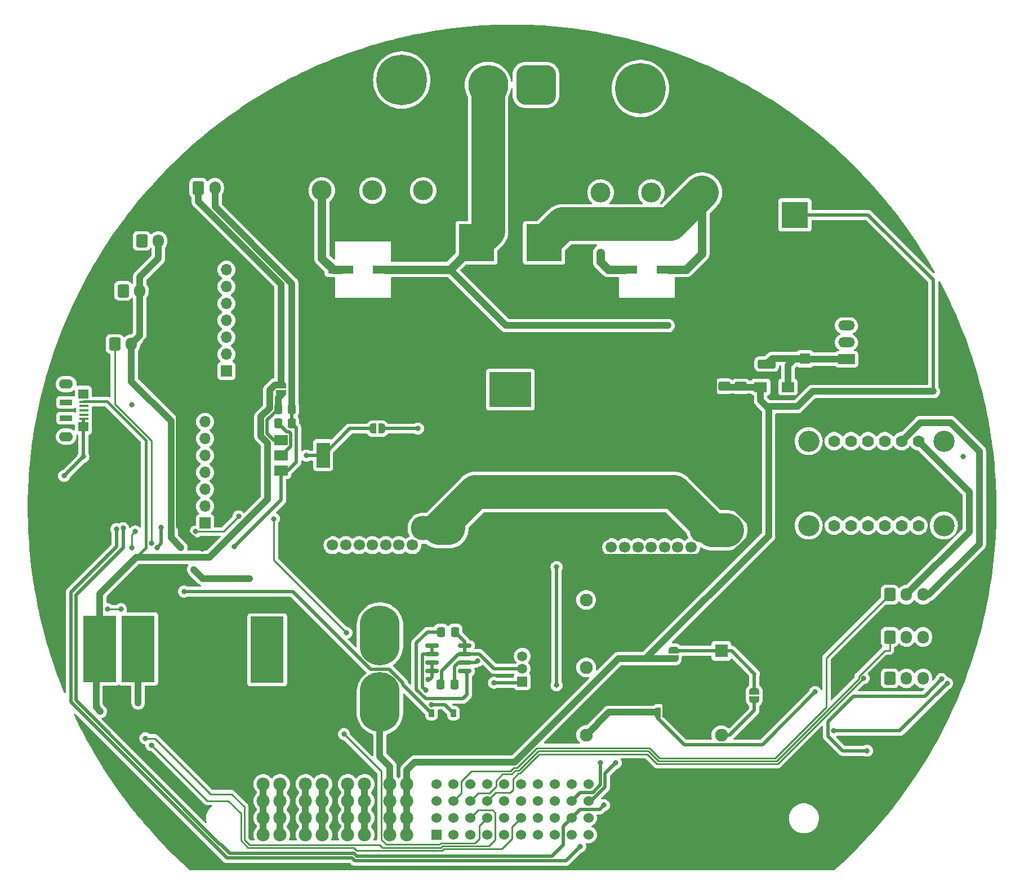
<source format=gbr>
%TF.GenerationSoftware,KiCad,Pcbnew,7.0.8*%
%TF.CreationDate,2024-05-08T13:20:19-04:00*%
%TF.ProjectId,PowerBoard_2024,506f7765-7242-46f6-9172-645f32303234,rev?*%
%TF.SameCoordinates,Original*%
%TF.FileFunction,Copper,L2,Bot*%
%TF.FilePolarity,Positive*%
%FSLAX46Y46*%
G04 Gerber Fmt 4.6, Leading zero omitted, Abs format (unit mm)*
G04 Created by KiCad (PCBNEW 7.0.8) date 2024-05-08 13:20:19*
%MOMM*%
%LPD*%
G01*
G04 APERTURE LIST*
G04 Aperture macros list*
%AMRoundRect*
0 Rectangle with rounded corners*
0 $1 Rounding radius*
0 $2 $3 $4 $5 $6 $7 $8 $9 X,Y pos of 4 corners*
0 Add a 4 corners polygon primitive as box body*
4,1,4,$2,$3,$4,$5,$6,$7,$8,$9,$2,$3,0*
0 Add four circle primitives for the rounded corners*
1,1,$1+$1,$2,$3*
1,1,$1+$1,$4,$5*
1,1,$1+$1,$6,$7*
1,1,$1+$1,$8,$9*
0 Add four rect primitives between the rounded corners*
20,1,$1+$1,$2,$3,$4,$5,0*
20,1,$1+$1,$4,$5,$6,$7,0*
20,1,$1+$1,$6,$7,$8,$9,0*
20,1,$1+$1,$8,$9,$2,$3,0*%
%AMHorizOval*
0 Thick line with rounded ends*
0 $1 width*
0 $2 $3 position (X,Y) of the first rounded end (center of the circle)*
0 $4 $5 position (X,Y) of the second rounded end (center of the circle)*
0 Add line between two ends*
20,1,$1,$2,$3,$4,$5,0*
0 Add two circle primitives to create the rounded ends*
1,1,$1,$2,$3*
1,1,$1,$4,$5*%
%AMFreePoly0*
4,1,19,0.500000,-0.750000,0.000000,-0.750000,0.000000,-0.744911,-0.071157,-0.744911,-0.207708,-0.704816,-0.327430,-0.627875,-0.420627,-0.520320,-0.479746,-0.390866,-0.500000,-0.250000,-0.500000,0.250000,-0.479746,0.390866,-0.420627,0.520320,-0.327430,0.627875,-0.207708,0.704816,-0.071157,0.744911,0.000000,0.744911,0.000000,0.750000,0.500000,0.750000,0.500000,-0.750000,0.500000,-0.750000,
$1*%
%AMFreePoly1*
4,1,19,0.000000,0.744911,0.071157,0.744911,0.207708,0.704816,0.327430,0.627875,0.420627,0.520320,0.479746,0.390866,0.500000,0.250000,0.500000,-0.250000,0.479746,-0.390866,0.420627,-0.520320,0.327430,-0.627875,0.207708,-0.704816,0.071157,-0.744911,0.000000,-0.744911,0.000000,-0.750000,-0.500000,-0.750000,-0.500000,0.750000,0.000000,0.750000,0.000000,0.744911,0.000000,0.744911,
$1*%
G04 Aperture macros list end*
%TA.AperFunction,ComponentPad*%
%ADD10O,1.700000X1.950000*%
%TD*%
%TA.AperFunction,ComponentPad*%
%ADD11RoundRect,0.250000X-0.600000X-0.725000X0.600000X-0.725000X0.600000X0.725000X-0.600000X0.725000X0*%
%TD*%
%TA.AperFunction,ComponentPad*%
%ADD12R,1.700000X1.700000*%
%TD*%
%TA.AperFunction,ComponentPad*%
%ADD13O,1.700000X1.700000*%
%TD*%
%TA.AperFunction,ComponentPad*%
%ADD14C,7.620000*%
%TD*%
%TA.AperFunction,ComponentPad*%
%ADD15C,3.000000*%
%TD*%
%TA.AperFunction,ComponentPad*%
%ADD16C,3.683000*%
%TD*%
%TA.AperFunction,ComponentPad*%
%ADD17C,1.700000*%
%TD*%
%TA.AperFunction,ComponentPad*%
%ADD18RoundRect,1.500000X1.500000X1.500000X-1.500000X1.500000X-1.500000X-1.500000X1.500000X-1.500000X0*%
%TD*%
%TA.AperFunction,ComponentPad*%
%ADD19C,6.000000*%
%TD*%
%TA.AperFunction,ComponentPad*%
%ADD20RoundRect,0.250000X-0.600000X-0.750000X0.600000X-0.750000X0.600000X0.750000X-0.600000X0.750000X0*%
%TD*%
%TA.AperFunction,ComponentPad*%
%ADD21O,1.700000X2.000000*%
%TD*%
%TA.AperFunction,ComponentPad*%
%ADD22C,1.778000*%
%TD*%
%TA.AperFunction,ComponentPad*%
%ADD23C,3.200000*%
%TD*%
%TA.AperFunction,ComponentPad*%
%ADD24R,1.500000X1.500000*%
%TD*%
%TA.AperFunction,ComponentPad*%
%ADD25C,1.500000*%
%TD*%
%TA.AperFunction,ComponentPad*%
%ADD26HorizOval,0.800000X0.000000X0.000000X0.000000X0.000000X0*%
%TD*%
%TA.AperFunction,ComponentPad*%
%ADD27HorizOval,0.800000X0.000000X0.000000X0.000000X0.000000X0*%
%TD*%
%TA.AperFunction,ComponentPad*%
%ADD28C,0.800000*%
%TD*%
%TA.AperFunction,ComponentPad*%
%ADD29O,6.000000X9.000000*%
%TD*%
%TA.AperFunction,ComponentPad*%
%ADD30C,1.980000*%
%TD*%
%TA.AperFunction,ComponentPad*%
%ADD31R,1.530000X1.530000*%
%TD*%
%TA.AperFunction,ComponentPad*%
%ADD32C,1.530000*%
%TD*%
%TA.AperFunction,ComponentPad*%
%ADD33R,1.950000X1.950000*%
%TD*%
%TA.AperFunction,ComponentPad*%
%ADD34C,1.950000*%
%TD*%
%TA.AperFunction,SMDPad,CuDef*%
%ADD35RoundRect,0.250000X-0.337500X-0.475000X0.337500X-0.475000X0.337500X0.475000X-0.337500X0.475000X0*%
%TD*%
%TA.AperFunction,ComponentPad*%
%ADD36R,2.500000X1.500000*%
%TD*%
%TA.AperFunction,ComponentPad*%
%ADD37O,2.500000X1.500000*%
%TD*%
%TA.AperFunction,SMDPad,CuDef*%
%ADD38RoundRect,0.250000X0.650000X-0.412500X0.650000X0.412500X-0.650000X0.412500X-0.650000X-0.412500X0*%
%TD*%
%TA.AperFunction,SMDPad,CuDef*%
%ADD39R,4.000000X4.000000*%
%TD*%
%TA.AperFunction,SMDPad,CuDef*%
%ADD40R,1.900000X1.500000*%
%TD*%
%TA.AperFunction,SMDPad,CuDef*%
%ADD41R,5.000000X10.000000*%
%TD*%
%TA.AperFunction,SMDPad,CuDef*%
%ADD42RoundRect,0.250000X0.337500X0.475000X-0.337500X0.475000X-0.337500X-0.475000X0.337500X-0.475000X0*%
%TD*%
%TA.AperFunction,SMDPad,CuDef*%
%ADD43R,3.810000X1.168400*%
%TD*%
%TA.AperFunction,ComponentPad*%
%ADD44R,1.600000X1.600000*%
%TD*%
%TA.AperFunction,ComponentPad*%
%ADD45C,1.600000*%
%TD*%
%TA.AperFunction,SMDPad,CuDef*%
%ADD46FreePoly0,270.000000*%
%TD*%
%TA.AperFunction,SMDPad,CuDef*%
%ADD47FreePoly1,270.000000*%
%TD*%
%TA.AperFunction,SMDPad,CuDef*%
%ADD48R,1.371600X0.457200*%
%TD*%
%TA.AperFunction,SMDPad,CuDef*%
%ADD49R,1.549400X1.422400*%
%TD*%
%TA.AperFunction,SMDPad,CuDef*%
%ADD50R,1.905000X0.889000*%
%TD*%
%TA.AperFunction,ComponentPad*%
%ADD51O,2.108200X1.422400*%
%TD*%
%TA.AperFunction,SMDPad,CuDef*%
%ADD52RoundRect,0.150000X-0.825000X-0.150000X0.825000X-0.150000X0.825000X0.150000X-0.825000X0.150000X0*%
%TD*%
%TA.AperFunction,SMDPad,CuDef*%
%ADD53RoundRect,0.225000X0.225000X0.375000X-0.225000X0.375000X-0.225000X-0.375000X0.225000X-0.375000X0*%
%TD*%
%TA.AperFunction,SMDPad,CuDef*%
%ADD54R,5.330000X5.590000*%
%TD*%
%TA.AperFunction,SMDPad,CuDef*%
%ADD55R,6.350000X5.280000*%
%TD*%
%TA.AperFunction,SMDPad,CuDef*%
%ADD56FreePoly0,90.000000*%
%TD*%
%TA.AperFunction,SMDPad,CuDef*%
%ADD57FreePoly1,90.000000*%
%TD*%
%TA.AperFunction,SMDPad,CuDef*%
%ADD58RoundRect,0.250000X1.100000X-0.412500X1.100000X0.412500X-1.100000X0.412500X-1.100000X-0.412500X0*%
%TD*%
%TA.AperFunction,SMDPad,CuDef*%
%ADD59R,2.000000X1.500000*%
%TD*%
%TA.AperFunction,SMDPad,CuDef*%
%ADD60R,2.000000X3.800000*%
%TD*%
%TA.AperFunction,SMDPad,CuDef*%
%ADD61FreePoly0,180.000000*%
%TD*%
%TA.AperFunction,SMDPad,CuDef*%
%ADD62FreePoly1,180.000000*%
%TD*%
%TA.AperFunction,SMDPad,CuDef*%
%ADD63FreePoly0,0.000000*%
%TD*%
%TA.AperFunction,SMDPad,CuDef*%
%ADD64FreePoly1,0.000000*%
%TD*%
%TA.AperFunction,ViaPad*%
%ADD65C,0.800000*%
%TD*%
%TA.AperFunction,Conductor*%
%ADD66C,0.508000*%
%TD*%
%TA.AperFunction,Conductor*%
%ADD67C,0.250000*%
%TD*%
%TA.AperFunction,Conductor*%
%ADD68C,1.016000*%
%TD*%
%TA.AperFunction,Conductor*%
%ADD69C,0.457200*%
%TD*%
%TA.AperFunction,Conductor*%
%ADD70C,5.080000*%
%TD*%
%TA.AperFunction,Conductor*%
%ADD71C,1.270000*%
%TD*%
%TA.AperFunction,Conductor*%
%ADD72C,2.540000*%
%TD*%
G04 APERTURE END LIST*
D10*
%TO.P,J12,3,Pin_3*%
%TO.N,-5V*%
X200707000Y-123444000D03*
%TO.P,J12,2,Pin_2*%
%TO.N,+5V*%
X198207000Y-123444000D03*
D11*
%TO.P,J12,1,Pin_1*%
%TO.N,PWM11*%
X195707000Y-123444000D03*
%TD*%
D10*
%TO.P,J11,3,Pin_3*%
%TO.N,-5V*%
X200707000Y-117221000D03*
%TO.P,J11,2,Pin_2*%
%TO.N,+5V*%
X198207000Y-117221000D03*
D11*
%TO.P,J11,1,Pin_1*%
%TO.N,PWM10*%
X195707000Y-117221000D03*
%TD*%
%TO.P,J10,1,Pin_1*%
%TO.N,PWM9*%
X195707000Y-110855000D03*
D10*
%TO.P,J10,2,Pin_2*%
%TO.N,+5V*%
X198207000Y-110855000D03*
%TO.P,J10,3,Pin_3*%
%TO.N,-5V*%
X200707000Y-110855000D03*
%TD*%
D11*
%TO.P,J9,1,Pin_1*%
%TO.N,SONAR4*%
X83265000Y-57658000D03*
D10*
%TO.P,J9,2,Pin_2*%
%TO.N,+12V*%
X85765000Y-57658000D03*
%TO.P,J9,3,Pin_3*%
%TO.N,-12V*%
X88265000Y-57658000D03*
%TD*%
D11*
%TO.P,J8,1,Pin_1*%
%TO.N,SONAR6*%
X79201000Y-73152000D03*
D10*
%TO.P,J8,2,Pin_2*%
%TO.N,+12V*%
X81701000Y-73152000D03*
%TO.P,J8,3,Pin_3*%
%TO.N,-12V*%
X84201000Y-73152000D03*
%TD*%
D11*
%TO.P,J7,1,Pin_1*%
%TO.N,SONAR3*%
X80471000Y-65151000D03*
D10*
%TO.P,J7,2,Pin_2*%
%TO.N,+12V*%
X82971000Y-65151000D03*
%TO.P,J7,3,Pin_3*%
%TO.N,-12V*%
X85471000Y-65151000D03*
%TD*%
D12*
%TO.P,J5,1,Pin_1*%
%TO.N,PG_CTRL_2*%
X96012000Y-77216000D03*
D13*
%TO.P,J5,2,Pin_2*%
%TO.N,-SENSE_2*%
X96012000Y-74676000D03*
%TO.P,J5,3,Pin_3*%
%TO.N,SDA_2*%
X96012000Y-72136000D03*
%TO.P,J5,4,Pin_4*%
%TO.N,SALERT_2*%
X96012000Y-69596000D03*
%TO.P,J5,5,Pin_5*%
%TO.N,SCL_2*%
X96012000Y-67056000D03*
%TO.P,J5,6,Pin_6*%
%TO.N,SA0{slash}SA1_2*%
X96012000Y-64516000D03*
%TO.P,J5,7,Pin_7*%
%TO.N,SA0_2*%
X96012000Y-61976000D03*
%TD*%
D14*
%TO.P,TP11,1,1*%
%TO.N,-48V*%
X158216600Y-34733000D03*
%TD*%
D15*
%TO.P,BMR1,1,+In*%
%TO.N,+48V_afterEMC*%
X167477200Y-50379400D03*
%TO.P,BMR1,2,RC*%
%TO.N,-48V*%
X159857200Y-50379400D03*
%TO.P,BMR1,3,-In*%
X152237200Y-50379400D03*
D16*
%TO.P,BMR1,4,-OUT*%
%TO.N,-12V*%
X148427200Y-101179400D03*
%TO.P,BMR1,5,-OUT*%
X152237200Y-101179400D03*
%TO.P,BMR1,7,+OUT*%
%TO.N,+12V_out*%
X167477200Y-101179400D03*
%TO.P,BMR1,8,+OUT*%
X171287200Y-101179400D03*
D17*
%TO.P,BMR1,9,PG_CTRL*%
%TO.N,PG_CTRL_2*%
X153857200Y-103719400D03*
%TO.P,BMR1,10,-SENSE*%
%TO.N,-SENSE_2*%
X155857200Y-103719400D03*
%TO.P,BMR1,11,SDA*%
%TO.N,SDA_2*%
X157857200Y-103719400D03*
%TO.P,BMR1,12,SALERT*%
%TO.N,SALERT_2*%
X159857200Y-103719400D03*
%TO.P,BMR1,13,SCL*%
%TO.N,SCL_2*%
X161857200Y-103719400D03*
%TO.P,BMR1,14,SA0/SA1*%
%TO.N,SA0{slash}SA1_2*%
X163857200Y-103719400D03*
%TO.P,BMR1,15,SA0/+SENSE*%
%TO.N,SA0_2*%
X165857200Y-103719400D03*
%TD*%
D15*
%TO.P,BMR2,1,+In*%
%TO.N,+48V_afterEMC*%
X125567200Y-50074600D03*
%TO.P,BMR2,2,RC*%
%TO.N,-48V*%
X117947200Y-50074600D03*
%TO.P,BMR2,3,-In*%
X110327200Y-50074600D03*
D16*
%TO.P,BMR2,4,-OUT*%
%TO.N,-12V*%
X106517200Y-100874600D03*
%TO.P,BMR2,5,-OUT*%
X110327200Y-100874600D03*
%TO.P,BMR2,7,+OUT*%
%TO.N,+12V_out*%
X125567200Y-100874600D03*
%TO.P,BMR2,8,+OUT*%
X129377200Y-100874600D03*
D17*
%TO.P,BMR2,9,PG_CTRL*%
%TO.N,PG_CTRL_1*%
X111947200Y-103414600D03*
%TO.P,BMR2,10,-SENSE*%
%TO.N,-SENSE_1*%
X113947200Y-103414600D03*
%TO.P,BMR2,11,SDA*%
%TO.N,SDA_1*%
X115947200Y-103414600D03*
%TO.P,BMR2,12,SALERT*%
%TO.N,SALERT_1*%
X117947200Y-103414600D03*
%TO.P,BMR2,13,SCL*%
%TO.N,SCL_1*%
X119947200Y-103414600D03*
%TO.P,BMR2,14,SA0/SA1*%
%TO.N,SA0{slash}SA1_1*%
X121947200Y-103414600D03*
%TO.P,BMR2,15,SA0/+SENSE*%
%TO.N,SA0_1*%
X123947200Y-103414600D03*
%TD*%
D18*
%TO.P,J2,1,POS*%
%TO.N,-48V*%
X142531200Y-34199600D03*
D19*
%TO.P,J2,2,NEG*%
%TO.N,+48V*%
X135331200Y-34199600D03*
%TD*%
D12*
%TO.P,J3,1,Pin_1*%
%TO.N,PG_CTRL_1*%
X92786200Y-100112600D03*
D13*
%TO.P,J3,2,Pin_2*%
%TO.N,-SENSE_1*%
X92786200Y-97572600D03*
%TO.P,J3,3,Pin_3*%
%TO.N,SDA_1*%
X92786200Y-95032600D03*
%TO.P,J3,4,Pin_4*%
%TO.N,SALERT_1*%
X92786200Y-92492600D03*
%TO.P,J3,5,Pin_5*%
%TO.N,SCL_1*%
X92786200Y-89952600D03*
%TO.P,J3,6,Pin_6*%
%TO.N,SA0{slash}SA1_1*%
X92786200Y-87412600D03*
%TO.P,J3,7,Pin_7*%
%TO.N,SA0_1*%
X92786200Y-84872600D03*
%TD*%
D20*
%TO.P,J6,1,Pin_1*%
%TO.N,+5V*%
X91770200Y-49693600D03*
D21*
%TO.P,J6,2,Pin_2*%
%TO.N,-5V*%
X94270200Y-49693600D03*
%TD*%
D14*
%TO.P,TP9,1,1*%
%TO.N,+48V*%
X122351800Y-33463000D03*
%TD*%
D22*
%TO.P,ADS1,1,vdd*%
%TO.N,+5V*%
X200025000Y-87768200D03*
%TO.P,ADS1,2,gnd*%
%TO.N,-5V*%
X197485000Y-87768200D03*
%TO.P,ADS1,3,scl*%
%TO.N,SCL*%
X194945000Y-87768200D03*
%TO.P,ADS1,4,sda*%
%TO.N,SDA*%
X192405000Y-87768200D03*
%TO.P,ADS1,5,addr*%
%TO.N,unconnected-(ADS1-addr-Pad5)*%
X189865000Y-87768200D03*
%TO.P,ADS1,6,alrt*%
%TO.N,unconnected-(ADS1-alrt-Pad6)*%
X187325000Y-87768200D03*
%TO.P,ADS1,7,a0*%
%TO.N,12V_Sense*%
X189865000Y-100468200D03*
%TO.P,ADS1,8,a1*%
%TO.N,5V_Sense*%
X192405000Y-100468200D03*
%TO.P,ADS1,9,a2*%
%TO.N,5V_Sense_2*%
X194945000Y-100468200D03*
%TO.P,ADS1,10,a3*%
%TO.N,Net-(ADS1-a3)*%
X197485000Y-100468200D03*
%TO.P,ADS1,11*%
%TO.N,N/C*%
X200025000Y-100468200D03*
%TO.P,ADS1,12*%
X187325000Y-100468200D03*
D23*
%TO.P,ADS1,13*%
X203835000Y-100468200D03*
X203835000Y-87768200D03*
X183515000Y-100468200D03*
X183515000Y-87768200D03*
%TD*%
D24*
%TO.P,U1,1,VCC*%
%TO.N,+5V*%
X140466200Y-123938600D03*
D25*
%TO.P,U1,2,GND*%
%TO.N,-5V*%
X140466200Y-122028600D03*
%TO.P,U1,3,VIOUT*%
%TO.N,12V_Sense*%
X140466200Y-120118600D03*
D26*
%TO.P,U1,4,IP+*%
%TO.N,+12V_out*%
X118436200Y-120978600D03*
D27*
X119696200Y-120978600D03*
D28*
X117406200Y-120228600D03*
X120726200Y-120228600D03*
X117016200Y-119028600D03*
X121116200Y-119028600D03*
X117016200Y-117698600D03*
X121116200Y-117698600D03*
D29*
X119066200Y-117028600D03*
D28*
X117016200Y-116358600D03*
X121116200Y-116358600D03*
X117016200Y-115028600D03*
X121116200Y-115028600D03*
X117406200Y-113828600D03*
X120726200Y-113828600D03*
X118436200Y-113078600D03*
X119696200Y-113078600D03*
%TO.P,U1,5,IP-*%
%TO.N,+12V*%
X118436200Y-130978600D03*
X119696200Y-130978600D03*
X117406200Y-130228600D03*
X120726200Y-130228600D03*
X117016200Y-129028600D03*
X121116200Y-129028600D03*
X117016200Y-127698600D03*
X121116200Y-127698600D03*
D29*
X119066200Y-127028600D03*
D28*
X117016200Y-126358600D03*
X121116200Y-126358600D03*
X117016200Y-125028600D03*
X121116200Y-125028600D03*
X117406200Y-123828600D03*
X120726200Y-123828600D03*
D27*
X118436200Y-123078600D03*
D26*
X119696200Y-123078600D03*
%TD*%
D30*
%TO.P,J1,P01_1,POWER_01*%
%TO.N,+12V*%
X101539000Y-139352200D03*
%TO.P,J1,P01_2,POWER_01__1*%
X101539000Y-141892200D03*
%TO.P,J1,P01_3,POWER_01__2*%
X101539000Y-144432200D03*
%TO.P,J1,P01_4,POWER_01__3*%
X101539000Y-146972200D03*
%TO.P,J1,P01_5,POWER_01__4*%
X104079000Y-139352200D03*
%TO.P,J1,P01_6,POWER_01__5*%
X104079000Y-141892200D03*
%TO.P,J1,P01_7,POWER_01__6*%
X104079000Y-144432200D03*
%TO.P,J1,P01_8,POWER_01__7*%
X104079000Y-146972200D03*
%TO.P,J1,P02_1,POWER_02*%
X107889000Y-139352200D03*
%TO.P,J1,P02_2,POWER_02__1*%
X107889000Y-141892200D03*
%TO.P,J1,P02_3,POWER_02__2*%
X107889000Y-144432200D03*
%TO.P,J1,P02_4,POWER_02__3*%
X107889000Y-146972200D03*
%TO.P,J1,P02_5,POWER_02__4*%
X110429000Y-139352200D03*
%TO.P,J1,P02_6,POWER_02__5*%
X110429000Y-141892200D03*
%TO.P,J1,P02_7,POWER_02__6*%
X110429000Y-144432200D03*
%TO.P,J1,P02_8,POWER_02__7*%
X110429000Y-146972200D03*
%TO.P,J1,P03_1,POWER_03*%
X114239000Y-139352200D03*
%TO.P,J1,P03_2,POWER_03__1*%
X114239000Y-141892200D03*
%TO.P,J1,P03_3,POWER_03__2*%
X114239000Y-144432200D03*
%TO.P,J1,P03_4,POWER_03__3*%
X114239000Y-146972200D03*
%TO.P,J1,P03_5,POWER_03__4*%
X116779000Y-139352200D03*
%TO.P,J1,P03_6,POWER_03__5*%
X116779000Y-141892200D03*
%TO.P,J1,P03_7,POWER_03__6*%
X116779000Y-144432200D03*
%TO.P,J1,P03_8,POWER_03__7*%
X116779000Y-146972200D03*
%TO.P,J1,P04_1,POWER_04*%
X120589000Y-139352200D03*
%TO.P,J1,P04_2,POWER_04__1*%
X120589000Y-141892200D03*
%TO.P,J1,P04_3,POWER_04__2*%
X120589000Y-144432200D03*
%TO.P,J1,P04_4,POWER_04__3*%
X120589000Y-146972200D03*
%TO.P,J1,P04_5,POWER_04__4*%
X123129000Y-139352200D03*
%TO.P,J1,P04_6,POWER_04__5*%
X123129000Y-141892200D03*
%TO.P,J1,P04_7,POWER_04__6*%
X123129000Y-144432200D03*
%TO.P,J1,P04_8,POWER_04__7*%
X123129000Y-146972200D03*
%TO.P,J1,P05_1,POWER_05*%
%TO.N,-12V*%
X154879000Y-139352200D03*
%TO.P,J1,P05_2,POWER_05__1*%
X154879000Y-141892200D03*
%TO.P,J1,P05_3,POWER_05__2*%
X154879000Y-144432200D03*
%TO.P,J1,P05_4,POWER_05__3*%
X154879000Y-146972200D03*
%TO.P,J1,P05_5,POWER_05__4*%
X157419000Y-139352200D03*
%TO.P,J1,P05_6,POWER_05__5*%
X157419000Y-141892200D03*
%TO.P,J1,P05_7,POWER_05__6*%
X157419000Y-144432200D03*
%TO.P,J1,P05_8,POWER_05__7*%
X157419000Y-146972200D03*
%TO.P,J1,P06_1,POWER_06*%
X161229000Y-139352200D03*
%TO.P,J1,P06_2,POWER_06__1*%
X161229000Y-141892200D03*
%TO.P,J1,P06_3,POWER_06__2*%
X161229000Y-144432200D03*
%TO.P,J1,P06_4,POWER_06__3*%
X161229000Y-146972200D03*
%TO.P,J1,P06_5,POWER_06__4*%
X163769000Y-139352200D03*
%TO.P,J1,P06_6,POWER_06__5*%
X163769000Y-141892200D03*
%TO.P,J1,P06_7,POWER_06__6*%
X163769000Y-144432200D03*
%TO.P,J1,P06_8,POWER_06__7*%
X163769000Y-146972200D03*
%TO.P,J1,P07_1,POWER_07*%
X167579000Y-139352200D03*
%TO.P,J1,P07_2,POWER_07__1*%
X167579000Y-141892200D03*
%TO.P,J1,P07_3,POWER_07__2*%
X167579000Y-144432200D03*
%TO.P,J1,P07_4,POWER_07__3*%
X167579000Y-146972200D03*
%TO.P,J1,P07_5,POWER_07__4*%
X170119000Y-139352200D03*
%TO.P,J1,P07_6,POWER_07__5*%
X170119000Y-141892200D03*
%TO.P,J1,P07_7,POWER_07__6*%
X170119000Y-144432200D03*
%TO.P,J1,P07_8,POWER_07__7*%
X170119000Y-146972200D03*
%TO.P,J1,P08_1,POWER_08*%
X173929000Y-139352200D03*
%TO.P,J1,P08_2,POWER_08__1*%
X173929000Y-141892200D03*
%TO.P,J1,P08_3,POWER_08__2*%
X173929000Y-144432200D03*
%TO.P,J1,P08_4,POWER_08__3*%
X173929000Y-146972200D03*
%TO.P,J1,P08_5,POWER_08__4*%
X176469000Y-139352200D03*
%TO.P,J1,P08_6,POWER_08__5*%
X176469000Y-141892200D03*
%TO.P,J1,P08_7,POWER_08__6*%
X176469000Y-144432200D03*
%TO.P,J1,P08_8,POWER_08__7*%
X176469000Y-146972200D03*
D31*
%TO.P,J1,S01,01*%
%TO.N,GPIO10*%
X127574000Y-146972200D03*
D32*
%TO.P,J1,S02,02*%
%TO.N,SONAR1*%
X127574000Y-144432200D03*
%TO.P,J1,S03,03*%
%TO.N,PWM8*%
X127574000Y-141892200D03*
%TO.P,J1,S04,04*%
%TO.N,PWM1*%
X127574000Y-139352200D03*
%TO.P,J1,S05,05*%
%TO.N,GPIO9*%
X130114000Y-146972200D03*
%TO.P,J1,S06,06*%
%TO.N,SONAR2*%
X130114000Y-144432200D03*
%TO.P,J1,S07,07*%
%TO.N,PWM9*%
X130114000Y-141892200D03*
%TO.P,J1,S08,08*%
%TO.N,PWM2*%
X130114000Y-139352200D03*
%TO.P,J1,S09,09*%
%TO.N,GPIO8*%
X132654000Y-146972200D03*
%TO.P,J1,S10,10*%
%TO.N,SONAR3*%
X132654000Y-144432200D03*
%TO.P,J1,S11,11*%
%TO.N,PWM10*%
X132654000Y-141892200D03*
%TO.P,J1,S12,12*%
%TO.N,PWM3*%
X132654000Y-139352200D03*
%TO.P,J1,S13,13*%
%TO.N,GPIO7*%
X135194000Y-146972200D03*
%TO.P,J1,S14,14*%
%TO.N,SONAR4*%
X135194000Y-144432200D03*
%TO.P,J1,S15,15*%
%TO.N,PWM11*%
X135194000Y-141892200D03*
%TO.P,J1,S16,16*%
%TO.N,PWM4*%
X135194000Y-139352200D03*
%TO.P,J1,S17,17*%
%TO.N,GPIO6*%
X137734000Y-146972200D03*
%TO.P,J1,S18,18*%
%TO.N,SONAR5*%
X137734000Y-144432200D03*
%TO.P,J1,S19,19*%
%TO.N,PWM12*%
X137734000Y-141892200D03*
%TO.P,J1,S20,20*%
%TO.N,PWM5*%
X137734000Y-139352200D03*
%TO.P,J1,S21,21*%
%TO.N,GPIO5*%
X140274000Y-146972200D03*
%TO.P,J1,S22,22*%
%TO.N,SONAR6*%
X140274000Y-144432200D03*
%TO.P,J1,S23,23*%
%TO.N,PWM13*%
X140274000Y-141892200D03*
%TO.P,J1,S24,24*%
%TO.N,PWM6*%
X140274000Y-139352200D03*
%TO.P,J1,S25,25*%
%TO.N,GPIO4*%
X142814000Y-146972200D03*
%TO.P,J1,S26,26*%
%TO.N,RX*%
X142814000Y-144432200D03*
%TO.P,J1,S27,27*%
%TO.N,PWM14*%
X142814000Y-141892200D03*
%TO.P,J1,S28,28*%
%TO.N,PWM7*%
X142814000Y-139352200D03*
%TO.P,J1,S29,29*%
%TO.N,GPIO3*%
X145354000Y-146972200D03*
%TO.P,J1,S30,30*%
%TO.N,TX*%
X145354000Y-144432200D03*
%TO.P,J1,S31,31*%
%TO.N,PWM15*%
X145354000Y-141892200D03*
%TO.P,J1,S32,32*%
%TO.N,GPIO1*%
X145354000Y-139352200D03*
%TO.P,J1,S33,33*%
%TO.N,GPIO2*%
X147894000Y-146972200D03*
%TO.P,J1,S34,34*%
%TO.N,SDA*%
X147894000Y-144432200D03*
%TO.P,J1,S35,35*%
%TO.N,Net-(J1-35)*%
X147894000Y-141892200D03*
%TO.P,J1,S36,36*%
%TO.N,+5V*%
X147894000Y-139352200D03*
%TO.P,J1,S37,37*%
X150434000Y-146972200D03*
%TO.P,J1,S38,38*%
%TO.N,unconnected-(J1-38-PadS38)*%
X150434000Y-144432200D03*
%TO.P,J1,S39,39*%
%TO.N,SCL*%
X150434000Y-141892200D03*
%TO.P,J1,S40,40*%
%TO.N,+5V*%
X150434000Y-139352200D03*
%TD*%
D33*
%TO.P,PS1,1,+VIN*%
%TO.N,Net-(JP1-A)*%
X170397800Y-119304200D03*
D34*
%TO.P,PS1,2,-VIN*%
%TO.N,-12V*%
X170397800Y-124384200D03*
%TO.P,PS1,3,+VOUT*%
%TO.N,Net-(D5-A)*%
X150077800Y-111644200D03*
%TO.P,PS1,4,TRIM*%
%TO.N,unconnected-(PS1-TRIM-Pad4)*%
X150077800Y-121804200D03*
%TO.P,PS1,5,-VOUT*%
%TO.N,-5V*%
X150077800Y-131964200D03*
%TO.P,PS1,6,RC*%
%TO.N,Net-(JP1-B)*%
X170397800Y-132004200D03*
%TD*%
D35*
%TO.P,C8,1*%
%TO.N,Net-(U3-VCC)*%
X128282700Y-116464600D03*
%TO.P,C8,2*%
%TO.N,-5V*%
X130357700Y-116464600D03*
%TD*%
D36*
%TO.P,U6,1,Vin*%
%TO.N,Net-(U6-Vin)*%
X189204600Y-75462300D03*
D37*
%TO.P,U6,2,GND*%
%TO.N,-5V*%
X189204600Y-72922300D03*
%TO.P,U6,3,Vout*%
%TO.N,+5V*%
X189204600Y-70382300D03*
%TD*%
D38*
%TO.P,C12,1*%
%TO.N,+12V*%
X173304200Y-79526300D03*
%TO.P,C12,2*%
%TO.N,-12V*%
X173304200Y-76401300D03*
%TD*%
D39*
%TO.P,TP8,1,1*%
%TO.N,+12V*%
X181432200Y-53732200D03*
%TD*%
D40*
%TO.P,L1,1,1*%
%TO.N,+12V*%
X176301400Y-79627900D03*
%TO.P,L1,2,2*%
%TO.N,Net-(U6-Vin)*%
X180401400Y-79627900D03*
%TD*%
D41*
%TO.P,TP15,1,1*%
%TO.N,+12V*%
X102130200Y-119162600D03*
%TD*%
D39*
%TO.P,TP10,1,1*%
%TO.N,-12V*%
X186969400Y-60945800D03*
%TD*%
D42*
%TO.P,C9,1*%
%TO.N,5V_Sense_2*%
X130252200Y-124376600D03*
%TO.P,C9,2*%
%TO.N,-5V*%
X128177200Y-124376600D03*
%TD*%
D41*
%TO.P,TP12,1,1*%
%TO.N,+5V*%
X76965200Y-119035600D03*
%TD*%
%TO.P,TP14,1,1*%
%TO.N,-12V*%
X96342200Y-119162600D03*
%TD*%
D43*
%TO.P,C4,1*%
%TO.N,+48V_afterEMC*%
X162538600Y-61961500D03*
%TO.P,C4,2*%
%TO.N,-48V*%
X155833000Y-61961500D03*
%TD*%
D35*
%TO.P,C10,1*%
%TO.N,Net-(JP9-B)*%
X103772700Y-82972200D03*
%TO.P,C10,2*%
%TO.N,-5V*%
X105847700Y-82972200D03*
%TD*%
D44*
%TO.P,C15,1*%
%TO.N,Net-(U6-Vin)*%
X182956200Y-75379925D03*
D45*
%TO.P,C15,2*%
%TO.N,-12V*%
X182956200Y-72879925D03*
%TD*%
D46*
%TO.P,JP9,1,A*%
%TO.N,+5V*%
X104200600Y-79335400D03*
D47*
%TO.P,JP9,2,B*%
%TO.N,Net-(JP9-B)*%
X104200600Y-80635400D03*
%TD*%
D48*
%TO.P,J4,1,VBUS*%
%TO.N,+5V*%
X74571601Y-81826300D03*
%TO.P,J4,2,D-*%
%TO.N,unconnected-(J4-D--Pad2)*%
X74571601Y-82476301D03*
%TO.P,J4,3,D+*%
%TO.N,unconnected-(J4-D+-Pad3)*%
X74571601Y-83126300D03*
%TO.P,J4,4,ID*%
%TO.N,unconnected-(J4-ID-Pad4)*%
X74571601Y-83776299D03*
%TO.P,J4,5,GND*%
%TO.N,-5V*%
X74571601Y-84426300D03*
D49*
%TO.P,J4,6,Shield*%
X74482701Y-85588799D03*
%TO.P,J4,7*%
%TO.N,N/C*%
X74482701Y-80663801D03*
D50*
%TO.P,J4,8*%
X71907400Y-84313800D03*
%TO.P,J4,9*%
X71907400Y-81938800D03*
D51*
%TO.P,J4,10*%
X71907400Y-87076300D03*
%TO.P,J4,11*%
X71907400Y-79176300D03*
%TD*%
D52*
%TO.P,U3,1,IP+*%
%TO.N,Net-(D4-K)*%
X126887200Y-122337600D03*
%TO.P,U3,2,IP+*%
X126887200Y-121067600D03*
%TO.P,U3,3,IP-*%
%TO.N,+5V*%
X126887200Y-119797600D03*
%TO.P,U3,4,IP-*%
X126887200Y-118527600D03*
%TO.P,U3,5,GND*%
%TO.N,-5V*%
X131837200Y-118527600D03*
%TO.P,U3,6,FILTER*%
X131837200Y-119797600D03*
%TO.P,U3,7,VIOUT*%
%TO.N,5V_Sense_2*%
X131837200Y-121067600D03*
%TO.P,U3,8,VCC*%
%TO.N,Net-(U3-VCC)*%
X131837200Y-122337600D03*
%TD*%
D41*
%TO.P,TP13,1,1*%
%TO.N,-5V*%
X82727800Y-119010200D03*
%TD*%
D38*
%TO.P,C13,1*%
%TO.N,+12V*%
X170815000Y-79514000D03*
%TO.P,C13,2*%
%TO.N,-12V*%
X170815000Y-76389000D03*
%TD*%
D46*
%TO.P,JP1,1,A*%
%TO.N,Net-(JP1-A)*%
X175336200Y-125380998D03*
D47*
%TO.P,JP1,2,B*%
%TO.N,Net-(JP1-B)*%
X175336200Y-126680998D03*
%TD*%
D43*
%TO.P,C5,1*%
%TO.N,+48V*%
X119866600Y-61961500D03*
%TO.P,C5,2*%
%TO.N,-48V*%
X113161000Y-61961500D03*
%TD*%
D53*
%TO.P,D4,1,K*%
%TO.N,Net-(D4-K)*%
X130122200Y-128687600D03*
%TO.P,D4,2,A*%
%TO.N,Net-(D4-A)*%
X126822200Y-128687600D03*
%TD*%
D54*
%TO.P,L3,1,1*%
%TO.N,+48V*%
X133588600Y-57948600D03*
%TO.P,L3,2,2*%
%TO.N,+48V_afterEMC*%
X143738600Y-57948600D03*
D55*
%TO.P,L3,MP*%
%TO.N,N/C*%
X138663600Y-80023600D03*
%TD*%
D56*
%TO.P,JP7,1,A*%
%TO.N,+12V*%
X163195000Y-120483400D03*
D57*
%TO.P,JP7,2,B*%
%TO.N,Net-(JP1-A)*%
X163195000Y-119183400D03*
%TD*%
D58*
%TO.P,C14,1*%
%TO.N,Net-(U6-Vin)*%
X177215800Y-76161200D03*
%TO.P,C14,2*%
%TO.N,-12V*%
X177215800Y-73036200D03*
%TD*%
D35*
%TO.P,C11,1*%
%TO.N,3.3V*%
X103772700Y-85105800D03*
%TO.P,C11,2*%
%TO.N,-5V*%
X105847700Y-85105800D03*
%TD*%
D59*
%TO.P,U4,1,GND*%
%TO.N,-5V*%
X104233400Y-92188200D03*
%TO.P,U4,2,VO*%
%TO.N,3.3V*%
X104233400Y-89888200D03*
D60*
X110533400Y-89888200D03*
D59*
%TO.P,U4,3,VI*%
%TO.N,Net-(JP9-B)*%
X104233400Y-87588200D03*
%TD*%
D61*
%TO.P,JP2,1,A*%
%TO.N,-12V*%
X162026600Y-128611400D03*
D62*
%TO.P,JP2,2,B*%
%TO.N,-5V*%
X160726600Y-128611400D03*
%TD*%
D63*
%TO.P,JP10,1,A*%
%TO.N,3.3V*%
X118044200Y-85888600D03*
D64*
%TO.P,JP10,2,B*%
%TO.N,Net-(J1-35)*%
X119344200Y-85888600D03*
%TD*%
D65*
%TO.N,-12V*%
X142748000Y-106934000D03*
X140716000Y-106172000D03*
X140589000Y-109474000D03*
X132842000Y-108077000D03*
X131064000Y-112141000D03*
X113284000Y-110871000D03*
X116967000Y-107061000D03*
X109093000Y-107188000D03*
X112776000Y-108077000D03*
X109347000Y-116205000D03*
X111252000Y-121539000D03*
X83185000Y-130048000D03*
X90043000Y-140970000D03*
X87884000Y-138811000D03*
X95250000Y-136525000D03*
X93472000Y-137668000D03*
X111633000Y-129159000D03*
X103251000Y-129667000D03*
X107823000Y-132080000D03*
X100203000Y-131826000D03*
X92583000Y-131445000D03*
X110109000Y-119380000D03*
X106553000Y-120650000D03*
X106934000Y-118491000D03*
X106934000Y-115951000D03*
X85471000Y-109347000D03*
X86487000Y-107061000D03*
X69088000Y-101727000D03*
X70358000Y-103505000D03*
X72136000Y-103505000D03*
X79248000Y-85725000D03*
X68199000Y-87630000D03*
X78486000Y-60960000D03*
X74168000Y-69088000D03*
X73533000Y-76073000D03*
%TO.N,+12V*%
X81788000Y-82296000D03*
%TO.N,-12V*%
X80137000Y-88392000D03*
X111760000Y-95504000D03*
X107823000Y-97155000D03*
X159004000Y-75692000D03*
X149352000Y-74676000D03*
X145796000Y-76708000D03*
X148844000Y-79248000D03*
X131064000Y-80645000D03*
X127508000Y-79629000D03*
X121793000Y-80391000D03*
X117348000Y-81788000D03*
X118872000Y-79756000D03*
X109220000Y-65913000D03*
X109855000Y-68326000D03*
X111760000Y-70739000D03*
X112903000Y-73406000D03*
X115951000Y-76200000D03*
X121158000Y-54102000D03*
X118491000Y-55626000D03*
X102235000Y-55245000D03*
X103378000Y-48260000D03*
X105156000Y-56642000D03*
X103505000Y-43307000D03*
X108458000Y-36576000D03*
X99314000Y-40386000D03*
X103124000Y-40894000D03*
X95758000Y-44831000D03*
X127889000Y-29845000D03*
X130556000Y-28067000D03*
X142748000Y-26797000D03*
X149225000Y-28067000D03*
X154432000Y-40259000D03*
X153289000Y-44196000D03*
X147955000Y-43815000D03*
X150876000Y-43053000D03*
X184658000Y-47371000D03*
X180975000Y-47625000D03*
X182626000Y-44958000D03*
X187706000Y-48895000D03*
X174752000Y-54483000D03*
X173101000Y-50292000D03*
X176022000Y-59690000D03*
X171196000Y-55499000D03*
X171069000Y-61214000D03*
X167894000Y-66675000D03*
X165227000Y-76200000D03*
X156464000Y-80899000D03*
X160655000Y-82423000D03*
X197231000Y-65278000D03*
X197104000Y-74041000D03*
X179578000Y-85471000D03*
X179832000Y-91694000D03*
X174752000Y-90297000D03*
X172339000Y-86106000D03*
X191262000Y-118110000D03*
X202692000Y-130810000D03*
X210058000Y-107315000D03*
X205486000Y-109855000D03*
%TO.N,+12V*%
X206756000Y-90043000D03*
%TO.N,-12V*%
X201295000Y-95250000D03*
X197739000Y-92837000D03*
X188849000Y-91821000D03*
X197739000Y-95123000D03*
X185547000Y-94234000D03*
X186055000Y-114300000D03*
X183642000Y-112776000D03*
X187706000Y-111633000D03*
X161671000Y-149098000D03*
X153797000Y-150495000D03*
X158242000Y-150241000D03*
X175641000Y-150241000D03*
X180086000Y-141097000D03*
X189230000Y-144399000D03*
X199644000Y-133731000D03*
X196088000Y-136652000D03*
X189992000Y-139827000D03*
X192024000Y-142113000D03*
X179451000Y-124841000D03*
X179197000Y-120015000D03*
X176276000Y-116332000D03*
X158115000Y-118872000D03*
X158750000Y-123825000D03*
X157099000Y-116459000D03*
X156718000Y-122428000D03*
%TO.N,SONAR6*%
X84709000Y-133477000D03*
X78105000Y-113030000D03*
X80137000Y-113030000D03*
X84724300Y-103150500D03*
%TO.N,SONAR3*%
X83820000Y-132461000D03*
X81788000Y-103759000D03*
X82296000Y-101346000D03*
%TO.N,SONAR4*%
X113665000Y-131826000D03*
X114046000Y-116586000D03*
X103124000Y-99441000D03*
X97822016Y-99092016D03*
X91382871Y-101373629D03*
%TO.N,+12V*%
X99441000Y-108458000D03*
X91059000Y-107061000D03*
X89154000Y-103759000D03*
%TO.N,-12V*%
X92329000Y-103886000D03*
%TO.N,PWM11*%
X191770000Y-123444000D03*
%TO.N,+12V*%
X100609400Y-114946200D03*
X202260200Y-80300600D03*
X100609400Y-119823000D03*
X103606600Y-121499400D03*
X100609400Y-123023400D03*
X102057200Y-119823000D03*
X100609400Y-121499400D03*
X102057200Y-114946200D03*
X100609400Y-116267000D03*
X103606600Y-119823000D03*
X102057200Y-121499400D03*
X102057200Y-116267000D03*
X103606600Y-114946200D03*
X103606600Y-118045000D03*
X102057200Y-123023400D03*
X103606600Y-123023400D03*
X102057200Y-118045000D03*
X103606600Y-116267000D03*
X100609400Y-118045000D03*
%TO.N,-12V*%
X97764600Y-120991400D03*
X195783200Y-58710600D03*
X97764600Y-122667800D03*
%TO.N,+5V*%
X125933200Y-125258600D03*
X136220200Y-124115600D03*
X77038200Y-128433600D03*
%TO.N,SDA*%
X152730200Y-142530600D03*
X203489500Y-123566134D03*
X192290700Y-134339100D03*
X80467200Y-100874600D03*
%TO.N,3.3V*%
X104216200Y-89901800D03*
X108026200Y-89952600D03*
%TO.N,SCL*%
X204343000Y-124206000D03*
X187274200Y-131354600D03*
X149174200Y-148753600D03*
X79451200Y-101001600D03*
X154508200Y-136180600D03*
%TO.N,+48V*%
X162382200Y-70394600D03*
%TO.N,-48V*%
X152237200Y-59421800D03*
%TO.N,5V_Sense_2*%
X133797759Y-120787541D03*
%TO.N,Net-(J1-35)*%
X145618200Y-106716600D03*
X124790200Y-85888600D03*
X145618200Y-124496600D03*
X152222200Y-136180600D03*
%TO.N,Net-(D4-A)*%
X89611200Y-110399600D03*
%TO.N,Net-(D4-K)*%
X126311700Y-123607600D03*
X126789830Y-127382100D03*
%TO.N,-5V*%
X82727800Y-127138200D03*
X83896200Y-118959400D03*
X97155000Y-103668600D03*
X86182200Y-100747600D03*
X83845400Y-114539800D03*
X74482701Y-90120499D03*
X71602600Y-93000600D03*
X83845400Y-117283000D03*
X83845400Y-115708200D03*
X184480200Y-125512600D03*
X85547200Y-103795600D03*
%TD*%
D66*
%TO.N,Net-(JP1-A)*%
X170397800Y-119304200D02*
X163315800Y-119304200D01*
D67*
X170397800Y-119304200D02*
X170397800Y-119543200D01*
D66*
X163315800Y-119304200D02*
X163195000Y-119183400D01*
X171921800Y-119304200D02*
X170397800Y-119304200D01*
X175437800Y-122820200D02*
X171921800Y-119304200D01*
X175336200Y-122921800D02*
X175437800Y-122820200D01*
X175336200Y-125380998D02*
X175336200Y-122921800D01*
D67*
%TO.N,SONAR6*%
X138938000Y-145768200D02*
X140274000Y-144432200D01*
X138938000Y-147574000D02*
X138938000Y-145768200D01*
X137403000Y-149109000D02*
X138938000Y-147574000D01*
X128651000Y-149109000D02*
X137403000Y-149109000D01*
X128408000Y-149352000D02*
X128651000Y-149109000D01*
X115578694Y-149352000D02*
X128408000Y-149352000D01*
X98171000Y-143764000D02*
X98171000Y-147829396D01*
X96266000Y-141859000D02*
X98171000Y-143764000D01*
X115139694Y-148913000D02*
X115578694Y-149352000D01*
X98171000Y-147829396D02*
X99254604Y-148913000D01*
X93091000Y-141859000D02*
X96266000Y-141859000D01*
X84709000Y-133477000D02*
X93091000Y-141859000D01*
X99254604Y-148913000D02*
X115139694Y-148913000D01*
%TO.N,SONAR4*%
X133985000Y-145641200D02*
X135194000Y-144432200D01*
X133350000Y-148209000D02*
X133985000Y-147574000D01*
X120004000Y-148452000D02*
X128035208Y-148452000D01*
X119274000Y-147722000D02*
X120004000Y-148452000D01*
X133985000Y-147574000D02*
X133985000Y-145641200D01*
X113665000Y-131826000D02*
X119274000Y-137435000D01*
X119274000Y-137435000D02*
X119274000Y-147722000D01*
X128035208Y-148452000D02*
X128278208Y-148209000D01*
X128278208Y-148209000D02*
X133350000Y-148209000D01*
%TO.N,SONAR3*%
X133830200Y-143256000D02*
X132654000Y-144432200D01*
X136017000Y-143256000D02*
X133830200Y-143256000D01*
X136398000Y-143637000D02*
X136017000Y-143256000D01*
X136398000Y-147701000D02*
X136398000Y-143637000D01*
X135440000Y-148659000D02*
X136398000Y-147701000D01*
X128464604Y-148659000D02*
X135440000Y-148659000D01*
X128221604Y-148902000D02*
X128464604Y-148659000D01*
X119438000Y-148902000D02*
X128221604Y-148902000D01*
X99441000Y-148463000D02*
X118999000Y-148463000D01*
X118999000Y-148463000D02*
X119438000Y-148902000D01*
X98679000Y-142748000D02*
X98679000Y-147701000D01*
X96774000Y-140843000D02*
X98679000Y-142748000D01*
X93599000Y-140843000D02*
X96774000Y-140843000D01*
X85217000Y-132461000D02*
X93599000Y-140843000D01*
X98679000Y-147701000D02*
X99441000Y-148463000D01*
X83820000Y-132461000D02*
X85217000Y-132461000D01*
D66*
%TO.N,SDA*%
X146620600Y-145705600D02*
X147894000Y-144432200D01*
X146620600Y-148513200D02*
X146620600Y-145705600D01*
X144965800Y-150168000D02*
X146620600Y-148513200D01*
X115575864Y-150168000D02*
X144965800Y-150168000D01*
X94988800Y-148416200D02*
X95115800Y-148416200D01*
X96469200Y-149769600D02*
X115177464Y-149769600D01*
X73355200Y-110907600D02*
X73355200Y-126782600D01*
X115177464Y-149769600D02*
X115575864Y-150168000D01*
X95115800Y-148416200D02*
X96469200Y-149769600D01*
X80467200Y-103795600D02*
X73355200Y-110907600D01*
X80467200Y-100874600D02*
X80467200Y-103795600D01*
X73355200Y-126782600D02*
X94988800Y-148416200D01*
%TO.N,SCL*%
X147051800Y-150876000D02*
X149174200Y-148753600D01*
X114884200Y-150477600D02*
X115282600Y-150876000D01*
X115282600Y-150876000D02*
X147051800Y-150876000D01*
X72601297Y-127029961D02*
X96048936Y-150477600D01*
X79451200Y-103668600D02*
X72601297Y-110518503D01*
X72601297Y-110518503D02*
X72601297Y-127029961D01*
X79451200Y-101001600D02*
X79451200Y-103668600D01*
X96048936Y-150477600D02*
X114884200Y-150477600D01*
D67*
%TO.N,SONAR6*%
X80137000Y-113030000D02*
X78105000Y-113030000D01*
X84724300Y-87711792D02*
X84724300Y-103150500D01*
X79201000Y-73152000D02*
X79201000Y-82188492D01*
X79201000Y-82188492D02*
X84724300Y-87711792D01*
%TO.N,SONAR3*%
X82296000Y-101346000D02*
X81788000Y-101854000D01*
X81788000Y-101854000D02*
X81788000Y-103759000D01*
%TO.N,SONAR4*%
X103124000Y-105664000D02*
X114046000Y-116586000D01*
X103124000Y-99441000D02*
X103124000Y-105664000D01*
X95540403Y-101373629D02*
X97822016Y-99092016D01*
X91382871Y-101373629D02*
X95540403Y-101373629D01*
D68*
%TO.N,+12V*%
X87684000Y-102289000D02*
X89154000Y-103759000D01*
X87684000Y-84763000D02*
X87684000Y-102289000D01*
X81701000Y-78780000D02*
X87684000Y-84763000D01*
X81701000Y-73152000D02*
X81701000Y-78780000D01*
X99441000Y-108458000D02*
X92456000Y-108458000D01*
X92456000Y-108458000D02*
X91059000Y-107061000D01*
%TO.N,-12V*%
X88900000Y-100457000D02*
X92329000Y-103886000D01*
X88900000Y-83820000D02*
X88900000Y-100457000D01*
X84201000Y-79121000D02*
X88900000Y-83820000D01*
X84201000Y-73152000D02*
X84201000Y-79121000D01*
X85471000Y-71882000D02*
X84201000Y-73152000D01*
X85471000Y-65151000D02*
X85471000Y-71882000D01*
X88265000Y-62357000D02*
X85471000Y-65151000D01*
X88265000Y-57658000D02*
X88265000Y-62357000D01*
%TO.N,+12V*%
X85765000Y-60285000D02*
X85765000Y-57658000D01*
X82971000Y-65151000D02*
X82971000Y-63079000D01*
X82971000Y-63079000D02*
X85765000Y-60285000D01*
X82971000Y-71882000D02*
X82971000Y-65151000D01*
X81701000Y-73152000D02*
X82971000Y-71882000D01*
D67*
%TO.N,PWM11*%
X138684000Y-140589000D02*
X136497200Y-140589000D01*
X136497200Y-140589000D02*
X135194000Y-141892200D01*
X139065000Y-140208000D02*
X138684000Y-140589000D01*
X140090796Y-137786600D02*
X139835400Y-137786600D01*
X139835400Y-137786600D02*
X139065000Y-138557000D01*
X143003396Y-134874000D02*
X140090796Y-137786600D01*
X139065000Y-138557000D02*
X139065000Y-140208000D01*
X159258000Y-134874000D02*
X143003396Y-134874000D01*
X160724000Y-136340000D02*
X159258000Y-134874000D01*
X178874000Y-136340000D02*
X160724000Y-136340000D01*
X191770000Y-123444000D02*
X178874000Y-136340000D01*
%TO.N,PWM10*%
X133830200Y-140716000D02*
X132654000Y-141892200D01*
X136525000Y-139700000D02*
X135509000Y-140716000D01*
X136525000Y-138811000D02*
X136525000Y-139700000D01*
X137472000Y-137864000D02*
X136525000Y-138811000D01*
X138870396Y-137864000D02*
X137472000Y-137864000D01*
X139397796Y-137336600D02*
X138870396Y-137864000D01*
X142875000Y-134366000D02*
X139904400Y-137336600D01*
X160910396Y-135890000D02*
X159386396Y-134366000D01*
X135509000Y-140716000D02*
X133830200Y-140716000D01*
X191045000Y-123143695D02*
X191045000Y-123532604D01*
X159386396Y-134366000D02*
X142875000Y-134366000D01*
X195707000Y-119253000D02*
X194935695Y-119253000D01*
X139904400Y-137336600D02*
X139397796Y-137336600D01*
X195707000Y-117221000D02*
X195707000Y-119253000D01*
X194935695Y-119253000D02*
X191045000Y-123143695D01*
X191045000Y-123532604D02*
X178687604Y-135890000D01*
X178687604Y-135890000D02*
X160910396Y-135890000D01*
%TO.N,PWM9*%
X131318000Y-140688200D02*
X130114000Y-141892200D01*
X131318000Y-138938000D02*
X131318000Y-140688200D01*
X132842000Y-137414000D02*
X131318000Y-138938000D01*
X138684000Y-137414000D02*
X132842000Y-137414000D01*
X139211400Y-136886600D02*
X138684000Y-137414000D01*
X161096792Y-135440000D02*
X159572792Y-133916000D01*
X178501208Y-135440000D02*
X161096792Y-135440000D01*
X159572792Y-133916000D02*
X142660040Y-133916000D01*
X186182000Y-127759208D02*
X178501208Y-135440000D01*
X142660040Y-133916000D02*
X139689440Y-136886600D01*
X139689440Y-136886600D02*
X139211400Y-136886600D01*
X186182000Y-120380000D02*
X186182000Y-127759208D01*
X195707000Y-110855000D02*
X186182000Y-120380000D01*
D68*
%TO.N,+5V*%
X207645000Y-101417000D02*
X207645000Y-95388200D01*
X198207000Y-110855000D02*
X207645000Y-101417000D01*
X207645000Y-95388200D02*
X200025000Y-87768200D01*
%TO.N,-5V*%
X209169000Y-89292200D02*
X204839800Y-84963000D01*
X201565000Y-110855000D02*
X209169000Y-103251000D01*
X209169000Y-103251000D02*
X209169000Y-89292200D01*
X204839800Y-84963000D02*
X200290200Y-84963000D01*
X200707000Y-110855000D02*
X201565000Y-110855000D01*
X200290200Y-84963000D02*
X197485000Y-87768200D01*
D66*
%TO.N,SDA*%
X186420200Y-132151600D02*
X188607700Y-134339100D01*
X190246536Y-126111000D02*
X186420200Y-129937336D01*
X200944634Y-126111000D02*
X190246536Y-126111000D01*
X203489500Y-123566134D02*
X200944634Y-126111000D01*
X186420200Y-129937336D02*
X186420200Y-132151600D01*
X188607700Y-134339100D02*
X192290700Y-134339100D01*
%TO.N,SCL*%
X197194400Y-131354600D02*
X187274200Y-131354600D01*
X204343000Y-124206000D02*
X197194400Y-131354600D01*
D68*
%TO.N,+12V*%
X123129000Y-139352200D02*
X123129000Y-146972200D01*
D66*
X192455800Y-53732200D02*
X202260200Y-63536600D01*
D68*
X119066200Y-127028600D02*
X119066200Y-135195200D01*
X101539000Y-139352200D02*
X101539000Y-146972200D01*
X124296400Y-136053600D02*
X123129000Y-137221000D01*
X177495200Y-82840600D02*
X177495200Y-102017600D01*
D66*
X181432200Y-53732200D02*
X192455800Y-53732200D01*
D68*
X139344400Y-136053600D02*
X124296400Y-136053600D01*
X177050700Y-82396100D02*
X176301400Y-81646800D01*
X176301400Y-79627900D02*
X170928900Y-79627900D01*
X119066200Y-135195200D02*
X120589000Y-136718000D01*
X107889000Y-139352200D02*
X107889000Y-146972200D01*
X120589000Y-136718000D02*
X120589000Y-146972200D01*
X155016200Y-120483400D02*
X154914600Y-120483400D01*
X104079000Y-139352200D02*
X104079000Y-146972200D01*
X159029400Y-120483400D02*
X155016200Y-120483400D01*
X177495200Y-102017600D02*
X159029400Y-120483400D01*
X176301400Y-81646800D02*
X176301400Y-79627900D01*
X163195000Y-120483400D02*
X155016200Y-120483400D01*
X110429000Y-139352200D02*
X110429000Y-146972200D01*
X177368200Y-82713600D02*
X177050700Y-82396100D01*
X114239000Y-139352200D02*
X114239000Y-146972200D01*
X116779000Y-139352200D02*
X116779000Y-146972200D01*
X177050700Y-82396100D02*
X177495200Y-82840600D01*
X177495200Y-82586600D02*
X177368200Y-82713600D01*
X184099200Y-80300600D02*
X181813200Y-82586600D01*
D66*
X202260200Y-63536600D02*
X202260200Y-80300600D01*
D68*
X202260200Y-80300600D02*
X184099200Y-80300600D01*
X154914600Y-120483400D02*
X139344400Y-136053600D01*
X123129000Y-137221000D02*
X123129000Y-139352200D01*
X181813200Y-82586600D02*
X177495200Y-82586600D01*
X170928900Y-79627900D02*
X170815000Y-79514000D01*
D66*
%TO.N,-12V*%
X195148200Y-58710600D02*
X192913000Y-60945800D01*
D68*
X182956200Y-72879925D02*
X182956200Y-64959000D01*
X176469000Y-139352200D02*
X176469000Y-146972200D01*
X152520544Y-105272744D02*
X148427200Y-101179400D01*
X162026600Y-126630200D02*
X162026600Y-128611400D01*
X174828200Y-100112600D02*
X174828200Y-102231766D01*
X169207000Y-94491400D02*
X174828200Y-100112600D01*
X173304200Y-76401300D02*
X170827300Y-76401300D01*
X173304200Y-74458600D02*
X174726600Y-73036200D01*
X174726600Y-73036200D02*
X177215800Y-73036200D01*
X170815000Y-76389000D02*
X169207000Y-77997000D01*
X173929000Y-139352200D02*
X173929000Y-146972200D01*
D66*
X192913000Y-60945800D02*
X186969400Y-60945800D01*
D68*
X174828200Y-102231766D02*
X171787222Y-105272744D01*
X170827300Y-76401300D02*
X170815000Y-76389000D01*
X171787222Y-105272744D02*
X152520544Y-105272744D01*
X182956200Y-64959000D02*
X186969400Y-60945800D01*
X164272600Y-124384200D02*
X162026600Y-126630200D01*
X173304200Y-76401300D02*
X173304200Y-74458600D01*
X182799925Y-73036200D02*
X182956200Y-72879925D01*
X177215800Y-73036200D02*
X182799925Y-73036200D01*
X161229000Y-139352200D02*
X161229000Y-146972200D01*
X167579000Y-139352200D02*
X167579000Y-146972200D01*
X170119000Y-139352200D02*
X170119000Y-146972200D01*
D66*
X195783200Y-58710600D02*
X195148200Y-58710600D01*
D68*
X163769000Y-139352200D02*
X163769000Y-146972200D01*
X169207000Y-77997000D02*
X169207000Y-94491400D01*
X154879000Y-139352200D02*
X154879000Y-146972200D01*
X170397800Y-124384200D02*
X164272600Y-124384200D01*
X157419000Y-139352200D02*
X157419000Y-146972200D01*
D69*
%TO.N,+5V*%
X78048701Y-81819101D02*
X74578800Y-81819101D01*
X82448400Y-105243400D02*
X83896200Y-103795600D01*
D66*
X140289200Y-124115600D02*
X140466200Y-123938600D01*
X136220200Y-124115600D02*
X140289200Y-124115600D01*
D69*
X83896200Y-103795600D02*
X83896200Y-87666600D01*
D68*
X102184200Y-88011074D02*
X101171400Y-86998273D01*
X104216200Y-79319800D02*
X104200600Y-79335400D01*
D66*
X125552200Y-119797600D02*
X125458200Y-119891600D01*
X125458200Y-119891600D02*
X125458200Y-124783600D01*
D69*
X83896200Y-87666600D02*
X78048701Y-81819101D01*
D68*
X91770200Y-51725600D02*
X104216200Y-64171600D01*
X77038200Y-128433600D02*
X76403200Y-127798600D01*
X76965200Y-110726600D02*
X76965200Y-119035600D01*
X82448400Y-105243400D02*
X93497400Y-105243400D01*
X76403200Y-127798600D02*
X76403200Y-119597600D01*
D66*
X125458200Y-124783600D02*
X125933200Y-125258600D01*
X126887200Y-119797600D02*
X125552200Y-119797600D01*
D68*
X102477200Y-82801600D02*
X102477200Y-80107536D01*
X101171400Y-86998273D02*
X101171400Y-84107400D01*
X102477200Y-80107536D02*
X103249336Y-79335400D01*
X91770200Y-49693600D02*
X91770200Y-51725600D01*
X82448400Y-105243400D02*
X76965200Y-110726600D01*
X101171400Y-84107400D02*
X102477200Y-82801600D01*
X102184200Y-96556600D02*
X102184200Y-88011074D01*
X76403200Y-119597600D02*
X76965200Y-119035600D01*
X93497400Y-105243400D02*
X102184200Y-96556600D01*
X103249336Y-79335400D02*
X104200600Y-79335400D01*
X104216200Y-64171600D02*
X104216200Y-79319800D01*
D66*
X126887200Y-119797600D02*
X126887200Y-118527600D01*
%TO.N,SDA*%
X149160600Y-143165600D02*
X147894000Y-144432200D01*
X152730200Y-142530600D02*
X152095200Y-143165600D01*
X152095200Y-143165600D02*
X149160600Y-143165600D01*
%TO.N,3.3V*%
X104325454Y-89888200D02*
X105687400Y-88526254D01*
X104219800Y-89888200D02*
X104325454Y-89888200D01*
X105421454Y-86384200D02*
X105051100Y-86384200D01*
X110533400Y-89888200D02*
X114533000Y-85888600D01*
X108026200Y-89952600D02*
X110469000Y-89952600D01*
X104247000Y-89888200D02*
X104216200Y-89901800D01*
X114533000Y-85888600D02*
X118044200Y-85888600D01*
X105687400Y-88526254D02*
X105687400Y-86650146D01*
X110469000Y-89952600D02*
X110533400Y-89888200D01*
X104216200Y-89901800D02*
X104219800Y-89888200D01*
X105051100Y-86384200D02*
X103772700Y-85105800D01*
X104233400Y-89888200D02*
X104247000Y-89888200D01*
X105687400Y-86650146D02*
X105421454Y-86384200D01*
%TO.N,SCL*%
X154508200Y-136180600D02*
X152930200Y-137758600D01*
X150813864Y-141892200D02*
X150434000Y-141892200D01*
X152930200Y-137758600D02*
X152930200Y-139775864D01*
X152930200Y-139775864D02*
X150813864Y-141892200D01*
D68*
%TO.N,+48V*%
X138008800Y-70394600D02*
X129575700Y-61961500D01*
X162382200Y-70394600D02*
X138008800Y-70394600D01*
D70*
X135331200Y-56206000D02*
X133588600Y-57948600D01*
D71*
X133588600Y-57948600D02*
X129575700Y-61961500D01*
D70*
X135331200Y-34199600D02*
X135331200Y-56206000D01*
D71*
X129575700Y-61961500D02*
X119866600Y-61961500D01*
%TO.N,-48V*%
X112047074Y-61961500D02*
X110327200Y-60241626D01*
X153390300Y-61961500D02*
X155833000Y-61961500D01*
X113161000Y-61961500D02*
X112047074Y-61961500D01*
X152237200Y-59421800D02*
X152237200Y-60808400D01*
X152237200Y-60808400D02*
X153390300Y-61961500D01*
X110327200Y-60241626D02*
X110327200Y-50074600D01*
D66*
%TO.N,5V_Sense_2*%
X131837200Y-121067600D02*
X133517700Y-121067600D01*
X130252200Y-121677600D02*
X130862200Y-121067600D01*
X133517700Y-121067600D02*
X133797759Y-120787541D01*
X130252200Y-124376600D02*
X130252200Y-121677600D01*
X130862200Y-121067600D02*
X131837200Y-121067600D01*
%TO.N,Net-(U3-VCC)*%
X131521200Y-126528600D02*
X132156200Y-125893600D01*
X126218200Y-116464600D02*
X124536200Y-118146600D01*
X124536200Y-118146600D02*
X124536200Y-125131600D01*
X128282700Y-116464600D02*
X126218200Y-116464600D01*
X124536200Y-125131600D02*
X125933200Y-126528600D01*
X132156200Y-125893600D02*
X132156200Y-122656600D01*
X125933200Y-126528600D02*
X131521200Y-126528600D01*
X132156200Y-122656600D02*
X131837200Y-122337600D01*
%TO.N,Net-(JP9-B)*%
X103772700Y-82972200D02*
X102133400Y-84611500D01*
D68*
X104200600Y-80635400D02*
X104200600Y-80875000D01*
D66*
X102133400Y-86599800D02*
X103121800Y-87588200D01*
D68*
X104200600Y-80875000D02*
X103772700Y-81302900D01*
X103772700Y-81302900D02*
X103772700Y-82972200D01*
D66*
X102133400Y-84611500D02*
X102133400Y-86599800D01*
X103121800Y-87588200D02*
X104233400Y-87588200D01*
%TO.N,Net-(J1-35)*%
X151079200Y-140625600D02*
X149160600Y-140625600D01*
X149160600Y-140625600D02*
X147894000Y-141892200D01*
X119344200Y-85888600D02*
X124790200Y-85888600D01*
X152222200Y-136180600D02*
X152222200Y-139482600D01*
X152222200Y-139482600D02*
X151079200Y-140625600D01*
X145618200Y-106716600D02*
X145618200Y-124496600D01*
%TO.N,Net-(D4-A)*%
X120500176Y-122079676D02*
X117632224Y-122079676D01*
X122520200Y-124099700D02*
X120500176Y-122079676D01*
X117632224Y-122079676D02*
X105952148Y-110399600D01*
X126822200Y-128687600D02*
X122520200Y-124385600D01*
X122520200Y-124385600D02*
X122520200Y-124099700D01*
X105952148Y-110399600D02*
X89611200Y-110399600D01*
%TO.N,Net-(D4-K)*%
X126568200Y-123607600D02*
X126887200Y-123288600D01*
X126887200Y-122337600D02*
X126887200Y-121067600D01*
X128816700Y-127382100D02*
X130122200Y-128687600D01*
X126311700Y-123607600D02*
X126568200Y-123607600D01*
X126789830Y-127382100D02*
X128816700Y-127382100D01*
X126887200Y-123288600D02*
X126887200Y-122337600D01*
D70*
%TO.N,+12V_out*%
X163271200Y-95413600D02*
X133426200Y-95413600D01*
X127965200Y-100874600D02*
X129377200Y-100874600D01*
D72*
X171287200Y-101179400D02*
X167477200Y-101179400D01*
D70*
X169037000Y-101179400D02*
X163271200Y-95413600D01*
X171287200Y-101179400D02*
X169037000Y-101179400D01*
X133426200Y-95413600D02*
X127965200Y-100874600D01*
%TO.N,+48V_afterEMC*%
X143738600Y-57948600D02*
X146532600Y-55154600D01*
X162702000Y-55154600D02*
X167477200Y-50379400D01*
D71*
X162538600Y-61961500D02*
X165125700Y-61961500D01*
X165125700Y-61961500D02*
X167477200Y-59610000D01*
D70*
X146532600Y-55154600D02*
X162702000Y-55154600D01*
D71*
X167477200Y-59610000D02*
X167477200Y-50379400D01*
D66*
%TO.N,Net-(JP1-B)*%
X171638600Y-132004200D02*
X175336200Y-128306600D01*
X175336200Y-128306600D02*
X175336200Y-126680998D01*
X170397800Y-132004200D02*
X171638600Y-132004200D01*
%TO.N,-5V*%
X130862200Y-119797600D02*
X131837200Y-119797600D01*
X105847700Y-82972200D02*
X105847700Y-85105800D01*
D68*
X94270200Y-52505916D02*
X105847700Y-64083416D01*
D66*
X131837200Y-118527600D02*
X131837200Y-117944100D01*
X140466200Y-122028600D02*
X136245850Y-122028600D01*
X164803489Y-133433200D02*
X160726600Y-129356311D01*
X131837200Y-118527600D02*
X131837200Y-119797600D01*
X104233400Y-92188200D02*
X105233400Y-92188200D01*
X128316200Y-122343600D02*
X130862200Y-119797600D01*
D68*
X105847700Y-64083416D02*
X105847700Y-82972200D01*
D66*
X86182200Y-103160600D02*
X85547200Y-103795600D01*
D68*
X94270200Y-49693600D02*
X94270200Y-52505916D01*
D66*
X74482701Y-84547799D02*
X74571601Y-84458899D01*
X104233400Y-96590200D02*
X97155000Y-103668600D01*
X184480200Y-125512600D02*
X176559600Y-133433200D01*
X106502200Y-85760300D02*
X105847700Y-85105800D01*
X71602600Y-93000600D02*
X74482701Y-90120499D01*
X104233400Y-92188200D02*
X104233400Y-96590200D01*
D68*
X150077800Y-131964200D02*
X153481400Y-128560600D01*
D66*
X106502200Y-90919400D02*
X106502200Y-85760300D01*
X131837200Y-117944100D02*
X130357700Y-116464600D01*
X176559600Y-133433200D02*
X164803489Y-133433200D01*
X128316200Y-124237600D02*
X128316200Y-122343600D01*
X86182200Y-100747600D02*
X86182200Y-103160600D01*
X136245850Y-122028600D02*
X134014850Y-119797600D01*
X134014850Y-119797600D02*
X131837200Y-119797600D01*
D68*
X160675800Y-128560600D02*
X160726600Y-128611400D01*
D66*
X128177200Y-124376600D02*
X128316200Y-124237600D01*
X74482701Y-90120499D02*
X74482701Y-85588799D01*
X160726600Y-129356311D02*
X160726600Y-128611400D01*
X105233400Y-92188200D02*
X106502200Y-90919400D01*
D68*
X82727800Y-127138200D02*
X82727800Y-119010200D01*
D66*
X74482701Y-85588799D02*
X74482701Y-84547799D01*
D68*
X153481400Y-128560600D02*
X160675800Y-128560600D01*
%TO.N,Net-(U6-Vin)*%
X178003200Y-75347600D02*
X182923875Y-75347600D01*
X180401400Y-79627900D02*
X180401400Y-76378400D01*
X181317500Y-75462300D02*
X189204600Y-75462300D01*
X177215800Y-76161200D02*
X177215800Y-76135000D01*
X182923875Y-75347600D02*
X182956200Y-75379925D01*
X180401400Y-76378400D02*
X181317500Y-75462300D01*
X177215800Y-76135000D02*
X178003200Y-75347600D01*
%TD*%
%TA.AperFunction,Conductor*%
%TO.N,-12V*%
G36*
X203219903Y-63723651D02*
G01*
X203248644Y-63760020D01*
X203579995Y-64395309D01*
X204014217Y-65240984D01*
X204345718Y-65914615D01*
X204760552Y-66771129D01*
X205075722Y-67451373D01*
X205470932Y-68318361D01*
X205769579Y-69004676D01*
X205897877Y-69304467D01*
X206144928Y-69881745D01*
X206426931Y-70573705D01*
X206781270Y-71458171D01*
X206782214Y-71460526D01*
X207047408Y-72157561D01*
X207382388Y-73053709D01*
X207630764Y-73755619D01*
X207945152Y-74660502D01*
X208176551Y-75366646D01*
X208470202Y-76280030D01*
X208600867Y-76712799D01*
X208684577Y-76990052D01*
X208957231Y-77911355D01*
X209154514Y-78624792D01*
X209406002Y-79553678D01*
X209586074Y-80269816D01*
X209816260Y-81206083D01*
X209960969Y-81844503D01*
X209974544Y-81904397D01*
X209979068Y-81924356D01*
X210018544Y-82102772D01*
X210187764Y-82867594D01*
X210333331Y-83587707D01*
X210520313Y-84537310D01*
X210648632Y-85258787D01*
X210813737Y-86214372D01*
X210924800Y-86936640D01*
X211067868Y-87897821D01*
X211161714Y-88620522D01*
X211282564Y-89586716D01*
X211359216Y-90309258D01*
X211457725Y-91280269D01*
X211517219Y-92001982D01*
X211593233Y-92977356D01*
X211635656Y-93697902D01*
X211689031Y-94677234D01*
X211714456Y-95395861D01*
X211745055Y-96378842D01*
X211753597Y-97095155D01*
X211761280Y-98081302D01*
X211753062Y-98794724D01*
X211737694Y-99783693D01*
X211712870Y-100493488D01*
X211674310Y-101485101D01*
X211633050Y-102190792D01*
X211571169Y-103184471D01*
X211513658Y-103885602D01*
X211428313Y-104881074D01*
X211354794Y-105576778D01*
X211245836Y-106573798D01*
X211156532Y-107263711D01*
X211023828Y-108261823D01*
X210919047Y-108945092D01*
X210762406Y-109944235D01*
X210642442Y-110620328D01*
X210461739Y-111619971D01*
X210326898Y-112288421D01*
X210121950Y-113288331D01*
X209972696Y-113948053D01*
X209743258Y-114948240D01*
X209579989Y-115598671D01*
X209325848Y-116598880D01*
X209149070Y-117239179D01*
X208869971Y-118239265D01*
X208680162Y-118868845D01*
X208375855Y-119868574D01*
X208173693Y-120486347D01*
X207843775Y-121485895D01*
X207629904Y-122091073D01*
X207274034Y-123090308D01*
X207049234Y-123681895D01*
X206666922Y-124681000D01*
X206432041Y-125258006D01*
X206022809Y-126256996D01*
X205778754Y-126818481D01*
X205341990Y-127817582D01*
X205090077Y-128361876D01*
X204624892Y-129361772D01*
X204366329Y-129887728D01*
X203871860Y-130888821D01*
X203608289Y-131394661D01*
X203083358Y-132397793D01*
X202816323Y-132882220D01*
X202259789Y-133887918D01*
X201991544Y-134348655D01*
X201401584Y-135358416D01*
X201134989Y-135792585D01*
X200509233Y-136808442D01*
X200247558Y-137213014D01*
X199583225Y-138237203D01*
X199330664Y-138608311D01*
X198624056Y-139643935D01*
X198386193Y-139976413D01*
X197632253Y-141027860D01*
X197416426Y-141315066D01*
X196608372Y-142388206D01*
X196424530Y-142621266D01*
X195552968Y-143724235D01*
X195415740Y-143890054D01*
X194466588Y-145035253D01*
X194399147Y-145112963D01*
X193350707Y-146319529D01*
X192206972Y-147575352D01*
X191034255Y-148804155D01*
X189833194Y-150005268D01*
X188604442Y-151178038D01*
X187384296Y-152289374D01*
X187321479Y-152319963D01*
X187300798Y-152321700D01*
X90597202Y-152321700D01*
X90530163Y-152302015D01*
X90513704Y-152289374D01*
X89293558Y-151178038D01*
X88064806Y-150005268D01*
X86863745Y-148804155D01*
X85691028Y-147575352D01*
X84547293Y-146319529D01*
X83498852Y-145112963D01*
X83431411Y-145035253D01*
X82482259Y-143890054D01*
X82405278Y-143797034D01*
X82345017Y-143724217D01*
X82341976Y-143720369D01*
X81473223Y-142620954D01*
X81289637Y-142388219D01*
X80481388Y-141314820D01*
X80265746Y-141027860D01*
X79511806Y-139976413D01*
X79426293Y-139856885D01*
X79273956Y-139643953D01*
X78567226Y-138608151D01*
X78314773Y-138237201D01*
X77650441Y-137213014D01*
X77388766Y-136808442D01*
X77361199Y-136763689D01*
X76762893Y-135792394D01*
X76496413Y-135358413D01*
X76379019Y-135157485D01*
X76010862Y-134527356D01*
X75906455Y-134348655D01*
X75638210Y-133887918D01*
X75081676Y-132882220D01*
X74873676Y-132504888D01*
X74814641Y-132397793D01*
X74289710Y-131394661D01*
X74065757Y-130964855D01*
X74026139Y-130888821D01*
X73575815Y-129977103D01*
X73531630Y-129887648D01*
X73502045Y-129827467D01*
X73396649Y-129613075D01*
X73273107Y-129361771D01*
X73103219Y-128996605D01*
X73053105Y-128888888D01*
X73042675Y-128819803D01*
X73071251Y-128756044D01*
X73129761Y-128717856D01*
X73199629Y-128717363D01*
X73253215Y-128748903D01*
X95470170Y-150965858D01*
X95481951Y-150979490D01*
X95496397Y-150998894D01*
X95536651Y-151032671D01*
X95540623Y-151036311D01*
X95546495Y-151042183D01*
X95572351Y-151062627D01*
X95631508Y-151112267D01*
X95637545Y-151116237D01*
X95637515Y-151116282D01*
X95643974Y-151120396D01*
X95644003Y-151120350D01*
X95650142Y-151124137D01*
X95650145Y-151124139D01*
X95720127Y-151156772D01*
X95789125Y-151191424D01*
X95789130Y-151191425D01*
X95795915Y-151193895D01*
X95795896Y-151193947D01*
X95803121Y-151196458D01*
X95803139Y-151196407D01*
X95809998Y-151198680D01*
X95842155Y-151205319D01*
X95885625Y-151214295D01*
X95960748Y-151232100D01*
X95960751Y-151232100D01*
X95967922Y-151232939D01*
X95967915Y-151232992D01*
X95975530Y-151233770D01*
X95975535Y-151233717D01*
X95982725Y-151234346D01*
X95982729Y-151234345D01*
X95982730Y-151234346D01*
X96059918Y-151232100D01*
X114520314Y-151232100D01*
X114587353Y-151251785D01*
X114607995Y-151268419D01*
X114703834Y-151364258D01*
X114715615Y-151377890D01*
X114730061Y-151397294D01*
X114770315Y-151431071D01*
X114774287Y-151434711D01*
X114780159Y-151440583D01*
X114806015Y-151461027D01*
X114865172Y-151510667D01*
X114871209Y-151514637D01*
X114871179Y-151514682D01*
X114877638Y-151518796D01*
X114877667Y-151518750D01*
X114883806Y-151522537D01*
X114883809Y-151522539D01*
X114953791Y-151555172D01*
X115022789Y-151589824D01*
X115022794Y-151589825D01*
X115029579Y-151592295D01*
X115029560Y-151592347D01*
X115036785Y-151594858D01*
X115036803Y-151594807D01*
X115043662Y-151597080D01*
X115075819Y-151603719D01*
X115119289Y-151612695D01*
X115194412Y-151630500D01*
X115194415Y-151630500D01*
X115201586Y-151631339D01*
X115201579Y-151631392D01*
X115209194Y-151632170D01*
X115209199Y-151632117D01*
X115216389Y-151632746D01*
X115216393Y-151632745D01*
X115216394Y-151632746D01*
X115293582Y-151630500D01*
X146987800Y-151630500D01*
X147005769Y-151631809D01*
X147011150Y-151632596D01*
X147029706Y-151635315D01*
X147082048Y-151630735D01*
X147087449Y-151630500D01*
X147095734Y-151630500D01*
X147095741Y-151630500D01*
X147128474Y-151626674D01*
X147205412Y-151619943D01*
X147205415Y-151619941D01*
X147212493Y-151618481D01*
X147212504Y-151618535D01*
X147219963Y-151616881D01*
X147219951Y-151616827D01*
X147226978Y-151615160D01*
X147226984Y-151615160D01*
X147282903Y-151594807D01*
X147299540Y-151588752D01*
X147372834Y-151564465D01*
X147379381Y-151561412D01*
X147379404Y-151561462D01*
X147386298Y-151558125D01*
X147386273Y-151558075D01*
X147392716Y-151554838D01*
X147392724Y-151554836D01*
X147441830Y-151522538D01*
X147457243Y-151512401D01*
X147486851Y-151494138D01*
X147522954Y-151471870D01*
X147522959Y-151471864D01*
X147528623Y-151467387D01*
X147528657Y-151467430D01*
X147534582Y-151462604D01*
X147534547Y-151462562D01*
X147540083Y-151457916D01*
X147540082Y-151457916D01*
X147540085Y-151457915D01*
X147593071Y-151401752D01*
X149334154Y-149660668D01*
X149395475Y-149627185D01*
X149395693Y-149627137D01*
X149454003Y-149614744D01*
X149454007Y-149614742D01*
X149454008Y-149614742D01*
X149512258Y-149588806D01*
X149626930Y-149537751D01*
X149780071Y-149426488D01*
X149906733Y-149285816D01*
X150001379Y-149121884D01*
X150059874Y-148941856D01*
X150079660Y-148753600D01*
X150059874Y-148565344D01*
X150001379Y-148385316D01*
X150001376Y-148385310D01*
X149998738Y-148379386D01*
X149999913Y-148378862D01*
X149985080Y-148317714D01*
X150007933Y-148251687D01*
X150062855Y-148208498D01*
X150132408Y-148201857D01*
X150141014Y-148203836D01*
X150213409Y-148223235D01*
X150369374Y-148236880D01*
X150433998Y-148242534D01*
X150434000Y-148242534D01*
X150434002Y-148242534D01*
X150498626Y-148236880D01*
X150654591Y-148223235D01*
X150868480Y-148165923D01*
X151069167Y-148072342D01*
X151250555Y-147945332D01*
X151407132Y-147788755D01*
X151534142Y-147607367D01*
X151627723Y-147406680D01*
X151685035Y-147192791D01*
X151704334Y-146972200D01*
X151704333Y-146972194D01*
X151686938Y-146773360D01*
X151685035Y-146751609D01*
X151627723Y-146537720D01*
X151619358Y-146519782D01*
X151534143Y-146337036D01*
X151534142Y-146337034D01*
X151534142Y-146337033D01*
X151407132Y-146155645D01*
X151250555Y-145999068D01*
X151069167Y-145872058D01*
X151068710Y-145871845D01*
X150945908Y-145814582D01*
X150893468Y-145768410D01*
X150874316Y-145701217D01*
X150894531Y-145634336D01*
X150945908Y-145589818D01*
X150954587Y-145585771D01*
X151069167Y-145532342D01*
X151250555Y-145405332D01*
X151407132Y-145248755D01*
X151534142Y-145067367D01*
X151627723Y-144866680D01*
X151685035Y-144652791D01*
X151691601Y-144577740D01*
X180559714Y-144577740D01*
X180589940Y-144878192D01*
X180589941Y-144878195D01*
X180656822Y-145158842D01*
X180659944Y-145171940D01*
X180659948Y-145171954D01*
X180768472Y-145453732D01*
X180768481Y-145453751D01*
X180913602Y-145718561D01*
X180913606Y-145718567D01*
X180946644Y-145763406D01*
X181092728Y-145961673D01*
X181302659Y-146178740D01*
X181539649Y-146365890D01*
X181699029Y-146460291D01*
X181799461Y-146519777D01*
X181799463Y-146519777D01*
X181799470Y-146519782D01*
X182077484Y-146637670D01*
X182189994Y-146668489D01*
X182368721Y-146717448D01*
X182368726Y-146717448D01*
X182368731Y-146717450D01*
X182668012Y-146757700D01*
X182668017Y-146757700D01*
X182894416Y-146757700D01*
X183058694Y-146746702D01*
X183120302Y-146742578D01*
X183416226Y-146682429D01*
X183701494Y-146583373D01*
X183971013Y-146447179D01*
X184219974Y-146276277D01*
X184443935Y-146073716D01*
X184638899Y-145843111D01*
X184801387Y-145588578D01*
X184928500Y-145314659D01*
X185017968Y-145026241D01*
X185068195Y-144728471D01*
X185078286Y-144426664D01*
X185048059Y-144126205D01*
X184978055Y-143832455D01*
X184869523Y-143550657D01*
X184724398Y-143285839D01*
X184689501Y-143238477D01*
X184677081Y-143221620D01*
X184545272Y-143042727D01*
X184335341Y-142825660D01*
X184335334Y-142825654D01*
X184200094Y-142718856D01*
X184098351Y-142638510D01*
X184040132Y-142604027D01*
X183838538Y-142484622D01*
X183838533Y-142484619D01*
X183838530Y-142484618D01*
X183560516Y-142366730D01*
X183560510Y-142366728D01*
X183560506Y-142366727D01*
X183269278Y-142286951D01*
X183197949Y-142277358D01*
X182969988Y-142246700D01*
X182743592Y-142246700D01*
X182743584Y-142246700D01*
X182517700Y-142261821D01*
X182517691Y-142261823D01*
X182221771Y-142321971D01*
X181936504Y-142421027D01*
X181936501Y-142421029D01*
X181666996Y-142557215D01*
X181666987Y-142557220D01*
X181666987Y-142557221D01*
X181598797Y-142604031D01*
X181418017Y-142728129D01*
X181418015Y-142728132D01*
X181194066Y-142930682D01*
X180999102Y-143161287D01*
X180999100Y-143161289D01*
X180836610Y-143415826D01*
X180709505Y-143689728D01*
X180709499Y-143689744D01*
X180620032Y-143978158D01*
X180580655Y-144211607D01*
X180569805Y-144275929D01*
X180565977Y-144390435D01*
X180559714Y-144577740D01*
X151691601Y-144577740D01*
X151704334Y-144432200D01*
X151704333Y-144432194D01*
X151690662Y-144275929D01*
X151685035Y-144211609D01*
X151648750Y-144076193D01*
X151650413Y-144006344D01*
X151689575Y-143948481D01*
X151753804Y-143920977D01*
X151768525Y-143920100D01*
X152031200Y-143920100D01*
X152049169Y-143921409D01*
X152054550Y-143922196D01*
X152073106Y-143924915D01*
X152125448Y-143920335D01*
X152130849Y-143920100D01*
X152139134Y-143920100D01*
X152139141Y-143920100D01*
X152171874Y-143916274D01*
X152248812Y-143909543D01*
X152248815Y-143909541D01*
X152255893Y-143908081D01*
X152255904Y-143908135D01*
X152263363Y-143906481D01*
X152263351Y-143906427D01*
X152270378Y-143904760D01*
X152270384Y-143904760D01*
X152324800Y-143884954D01*
X152342940Y-143878352D01*
X152416234Y-143854065D01*
X152422781Y-143851012D01*
X152422804Y-143851062D01*
X152429698Y-143847725D01*
X152429673Y-143847675D01*
X152436116Y-143844438D01*
X152436124Y-143844436D01*
X152479137Y-143816145D01*
X152500643Y-143802001D01*
X152530251Y-143783738D01*
X152566354Y-143761470D01*
X152566359Y-143761464D01*
X152572023Y-143756987D01*
X152572057Y-143757030D01*
X152577982Y-143752204D01*
X152577947Y-143752162D01*
X152583483Y-143747516D01*
X152583482Y-143747516D01*
X152583485Y-143747515D01*
X152636471Y-143691352D01*
X152890154Y-143437668D01*
X152951475Y-143404185D01*
X152951693Y-143404137D01*
X153010003Y-143391744D01*
X153010007Y-143391742D01*
X153010008Y-143391742D01*
X153113492Y-143345667D01*
X153182930Y-143314751D01*
X153336071Y-143203488D01*
X153462733Y-143062816D01*
X153557379Y-142898884D01*
X153615874Y-142718856D01*
X153635660Y-142530600D01*
X153615874Y-142342344D01*
X153557379Y-142162316D01*
X153462733Y-141998384D01*
X153336071Y-141857712D01*
X153336070Y-141857711D01*
X153182934Y-141746451D01*
X153182929Y-141746448D01*
X153010007Y-141669457D01*
X153010002Y-141669455D01*
X152864201Y-141638465D01*
X152824846Y-141630100D01*
X152635554Y-141630100D01*
X152603097Y-141636998D01*
X152450397Y-141669455D01*
X152450392Y-141669457D01*
X152436534Y-141675627D01*
X152367283Y-141684910D01*
X152304008Y-141655279D01*
X152266797Y-141596143D01*
X152267464Y-141526276D01*
X152298419Y-141474667D01*
X153418464Y-140354622D01*
X153432083Y-140342852D01*
X153451494Y-140328403D01*
X153485275Y-140288143D01*
X153488909Y-140284177D01*
X153494783Y-140278305D01*
X153515227Y-140252448D01*
X153564867Y-140193291D01*
X153564869Y-140193286D01*
X153568837Y-140187254D01*
X153568883Y-140187284D01*
X153572995Y-140180829D01*
X153572948Y-140180800D01*
X153576732Y-140174663D01*
X153576739Y-140174655D01*
X153609372Y-140104672D01*
X153644024Y-140035675D01*
X153644026Y-140035663D01*
X153646493Y-140028888D01*
X153646546Y-140028907D01*
X153649058Y-140021679D01*
X153649007Y-140021662D01*
X153651277Y-140014809D01*
X153651277Y-140014807D01*
X153651279Y-140014804D01*
X153666895Y-139939174D01*
X153684700Y-139864052D01*
X153684700Y-139864047D01*
X153685538Y-139856879D01*
X153685592Y-139856885D01*
X153686370Y-139849269D01*
X153686317Y-139849265D01*
X153686946Y-139842074D01*
X153684700Y-139764882D01*
X153684700Y-138122485D01*
X153704385Y-138055446D01*
X153721014Y-138034808D01*
X154668154Y-137087668D01*
X154729475Y-137054185D01*
X154729693Y-137054137D01*
X154788003Y-137041744D01*
X154788007Y-137041742D01*
X154788008Y-137041742D01*
X154846258Y-137015806D01*
X154960930Y-136964751D01*
X155114071Y-136853488D01*
X155240733Y-136712816D01*
X155335379Y-136548884D01*
X155393874Y-136368856D01*
X155413660Y-136180600D01*
X155393874Y-135992344D01*
X155335379Y-135812316D01*
X155262162Y-135685500D01*
X155245689Y-135617599D01*
X155268542Y-135551573D01*
X155323463Y-135508382D01*
X155369549Y-135499500D01*
X158947548Y-135499500D01*
X159014587Y-135519185D01*
X159035229Y-135535819D01*
X160223197Y-136723788D01*
X160233022Y-136736051D01*
X160233243Y-136735869D01*
X160238214Y-136741878D01*
X160259043Y-136761437D01*
X160288635Y-136789226D01*
X160309529Y-136810120D01*
X160315011Y-136814373D01*
X160319443Y-136818157D01*
X160353418Y-136850062D01*
X160370976Y-136859714D01*
X160387235Y-136870395D01*
X160403064Y-136882673D01*
X160445838Y-136901182D01*
X160451056Y-136903738D01*
X160491908Y-136926197D01*
X160511316Y-136931180D01*
X160529717Y-136937480D01*
X160548104Y-136945437D01*
X160591488Y-136952308D01*
X160594119Y-136952725D01*
X160599839Y-136953909D01*
X160644981Y-136965500D01*
X160665016Y-136965500D01*
X160684414Y-136967026D01*
X160704194Y-136970159D01*
X160704195Y-136970160D01*
X160704195Y-136970159D01*
X160704196Y-136970160D01*
X160750584Y-136965775D01*
X160756422Y-136965500D01*
X178791257Y-136965500D01*
X178806877Y-136967224D01*
X178806904Y-136966939D01*
X178814660Y-136967671D01*
X178814667Y-136967673D01*
X178883814Y-136965500D01*
X178913350Y-136965500D01*
X178920228Y-136964630D01*
X178926041Y-136964172D01*
X178972627Y-136962709D01*
X178991869Y-136957117D01*
X179010912Y-136953174D01*
X179030792Y-136950664D01*
X179074122Y-136933507D01*
X179079646Y-136931617D01*
X179083396Y-136930527D01*
X179124390Y-136918618D01*
X179141629Y-136908422D01*
X179159103Y-136899862D01*
X179177727Y-136892488D01*
X179177727Y-136892487D01*
X179177732Y-136892486D01*
X179215449Y-136865082D01*
X179220305Y-136861892D01*
X179260420Y-136838170D01*
X179274589Y-136823999D01*
X179289379Y-136811368D01*
X179305587Y-136799594D01*
X179335299Y-136763676D01*
X179339212Y-136759376D01*
X185454021Y-130644568D01*
X185515342Y-130611085D01*
X185585034Y-130616069D01*
X185640967Y-130657941D01*
X185665384Y-130723405D01*
X185665700Y-130732251D01*
X185665700Y-132087600D01*
X185664391Y-132105569D01*
X185660884Y-132129508D01*
X185665464Y-132181841D01*
X185665700Y-132187248D01*
X185665700Y-132195546D01*
X185669525Y-132228274D01*
X185676256Y-132305210D01*
X185677716Y-132312277D01*
X185677664Y-132312287D01*
X185679323Y-132319767D01*
X185679374Y-132319755D01*
X185681039Y-132326780D01*
X185707447Y-132399340D01*
X185731735Y-132472634D01*
X185734786Y-132479175D01*
X185734736Y-132479198D01*
X185738076Y-132486097D01*
X185738125Y-132486073D01*
X185741365Y-132492525D01*
X185783799Y-132557044D01*
X185824331Y-132622756D01*
X185828811Y-132628422D01*
X185828769Y-132628455D01*
X185833601Y-132634386D01*
X185833643Y-132634352D01*
X185838281Y-132639880D01*
X185838285Y-132639885D01*
X185858562Y-132659015D01*
X185894447Y-132692872D01*
X188028934Y-134827358D01*
X188040715Y-134840990D01*
X188055161Y-134860394D01*
X188095415Y-134894171D01*
X188099387Y-134897811D01*
X188105259Y-134903683D01*
X188131115Y-134924127D01*
X188190272Y-134973767D01*
X188196309Y-134977737D01*
X188196279Y-134977782D01*
X188202738Y-134981896D01*
X188202767Y-134981850D01*
X188208906Y-134985637D01*
X188208909Y-134985639D01*
X188278891Y-135018272D01*
X188347889Y-135052924D01*
X188347894Y-135052925D01*
X188354679Y-135055395D01*
X188354660Y-135055447D01*
X188361888Y-135057959D01*
X188361906Y-135057908D01*
X188368755Y-135060177D01*
X188368756Y-135060177D01*
X188368760Y-135060179D01*
X188444392Y-135075795D01*
X188519516Y-135093601D01*
X188526685Y-135094439D01*
X188526678Y-135094492D01*
X188534294Y-135095270D01*
X188534299Y-135095217D01*
X188541488Y-135095846D01*
X188541492Y-135095845D01*
X188541493Y-135095846D01*
X188618666Y-135093600D01*
X191756869Y-135093600D01*
X191823908Y-135113285D01*
X191829752Y-135117280D01*
X191836837Y-135122428D01*
X191837969Y-135123250D01*
X191837970Y-135123251D01*
X192010892Y-135200242D01*
X192010897Y-135200244D01*
X192196054Y-135239600D01*
X192196055Y-135239600D01*
X192385344Y-135239600D01*
X192385346Y-135239600D01*
X192570503Y-135200244D01*
X192743430Y-135123251D01*
X192896571Y-135011988D01*
X193023233Y-134871316D01*
X193117879Y-134707384D01*
X193176374Y-134527356D01*
X193196160Y-134339100D01*
X193176374Y-134150844D01*
X193117879Y-133970816D01*
X193023233Y-133806884D01*
X192896571Y-133666212D01*
X192896570Y-133666211D01*
X192743434Y-133554951D01*
X192743429Y-133554948D01*
X192570507Y-133477957D01*
X192570502Y-133477955D01*
X192419596Y-133445880D01*
X192385346Y-133438600D01*
X192196054Y-133438600D01*
X192163597Y-133445498D01*
X192010897Y-133477955D01*
X192010892Y-133477957D01*
X191837970Y-133554948D01*
X191837969Y-133554949D01*
X191829756Y-133560917D01*
X191763950Y-133584398D01*
X191756869Y-133584600D01*
X188971586Y-133584600D01*
X188904547Y-133564915D01*
X188883905Y-133548281D01*
X187679755Y-132344131D01*
X187646270Y-132282808D01*
X187651254Y-132213116D01*
X187693126Y-132157183D01*
X187716999Y-132143172D01*
X187726930Y-132138751D01*
X187735144Y-132132782D01*
X187800950Y-132109302D01*
X187808031Y-132109100D01*
X197130400Y-132109100D01*
X197148369Y-132110409D01*
X197153750Y-132111196D01*
X197172306Y-132113915D01*
X197224648Y-132109335D01*
X197230049Y-132109100D01*
X197238334Y-132109100D01*
X197238341Y-132109100D01*
X197271074Y-132105274D01*
X197348012Y-132098543D01*
X197348015Y-132098541D01*
X197355093Y-132097081D01*
X197355104Y-132097135D01*
X197362563Y-132095481D01*
X197362551Y-132095427D01*
X197369578Y-132093760D01*
X197369584Y-132093760D01*
X197424000Y-132073954D01*
X197442140Y-132067352D01*
X197515434Y-132043065D01*
X197521981Y-132040012D01*
X197522004Y-132040062D01*
X197528898Y-132036725D01*
X197528873Y-132036675D01*
X197535316Y-132033438D01*
X197535324Y-132033436D01*
X197579784Y-132004194D01*
X197599843Y-131991001D01*
X197643294Y-131964200D01*
X197665554Y-131950470D01*
X197665559Y-131950464D01*
X197671223Y-131945987D01*
X197671257Y-131946030D01*
X197677182Y-131941204D01*
X197677147Y-131941162D01*
X197682683Y-131936516D01*
X197682682Y-131936516D01*
X197682685Y-131936515D01*
X197735671Y-131880352D01*
X204502954Y-125113068D01*
X204564275Y-125079585D01*
X204564493Y-125079537D01*
X204622803Y-125067144D01*
X204622807Y-125067142D01*
X204622808Y-125067142D01*
X204708888Y-125028816D01*
X204795730Y-124990151D01*
X204948871Y-124878888D01*
X205075533Y-124738216D01*
X205170179Y-124574284D01*
X205228674Y-124394256D01*
X205248460Y-124206000D01*
X205228674Y-124017744D01*
X205170179Y-123837716D01*
X205075533Y-123673784D01*
X204948871Y-123533112D01*
X204894661Y-123493726D01*
X204795734Y-123421851D01*
X204795729Y-123421848D01*
X204622807Y-123344857D01*
X204622802Y-123344855D01*
X204437644Y-123305499D01*
X204431178Y-123304820D01*
X204431425Y-123302468D01*
X204374709Y-123285815D01*
X204328954Y-123233011D01*
X204323817Y-123219817D01*
X204316682Y-123197858D01*
X204316680Y-123197853D01*
X204316679Y-123197850D01*
X204222033Y-123033918D01*
X204095371Y-122893246D01*
X204064448Y-122870779D01*
X203942234Y-122781985D01*
X203942229Y-122781982D01*
X203769307Y-122704991D01*
X203769302Y-122704989D01*
X203611259Y-122671397D01*
X203584146Y-122665634D01*
X203394854Y-122665634D01*
X203367741Y-122671397D01*
X203209697Y-122704989D01*
X203209692Y-122704991D01*
X203036770Y-122781982D01*
X203036765Y-122781985D01*
X202883629Y-122893245D01*
X202756966Y-123033919D01*
X202662321Y-123197849D01*
X202662319Y-123197853D01*
X202609701Y-123359795D01*
X202579451Y-123409157D01*
X202269131Y-123719477D01*
X202207808Y-123752962D01*
X202138116Y-123747978D01*
X202082183Y-123706106D01*
X202057766Y-123640642D01*
X202057573Y-123626285D01*
X202057500Y-123627915D01*
X202057500Y-123260034D01*
X202052948Y-123208010D01*
X202042063Y-123083592D01*
X201990049Y-122889470D01*
X201980905Y-122855344D01*
X201980904Y-122855343D01*
X201980903Y-122855337D01*
X201881035Y-122641171D01*
X201870126Y-122625590D01*
X201745494Y-122447597D01*
X201578402Y-122280506D01*
X201578395Y-122280501D01*
X201576885Y-122279444D01*
X201529064Y-122245959D01*
X201384834Y-122144967D01*
X201384830Y-122144965D01*
X201335380Y-122121906D01*
X201170663Y-122045097D01*
X201170659Y-122045096D01*
X201170655Y-122045094D01*
X200942413Y-121983938D01*
X200942403Y-121983936D01*
X200707001Y-121963341D01*
X200706999Y-121963341D01*
X200471596Y-121983936D01*
X200471586Y-121983938D01*
X200243344Y-122045094D01*
X200243337Y-122045096D01*
X200243337Y-122045097D01*
X200237343Y-122047892D01*
X200029171Y-122144964D01*
X200029169Y-122144965D01*
X199835597Y-122280505D01*
X199668505Y-122447597D01*
X199558575Y-122604595D01*
X199503998Y-122648220D01*
X199434500Y-122655414D01*
X199372145Y-122623891D01*
X199355425Y-122604595D01*
X199245494Y-122447597D01*
X199078402Y-122280506D01*
X199078395Y-122280501D01*
X199076885Y-122279444D01*
X199029064Y-122245959D01*
X198884834Y-122144967D01*
X198884830Y-122144965D01*
X198835380Y-122121906D01*
X198670663Y-122045097D01*
X198670659Y-122045096D01*
X198670655Y-122045094D01*
X198442413Y-121983938D01*
X198442403Y-121983936D01*
X198207001Y-121963341D01*
X198206999Y-121963341D01*
X197971596Y-121983936D01*
X197971586Y-121983938D01*
X197743344Y-122045094D01*
X197743337Y-122045096D01*
X197743337Y-122045097D01*
X197737343Y-122047892D01*
X197529171Y-122144964D01*
X197529169Y-122144965D01*
X197335597Y-122280505D01*
X197188398Y-122427705D01*
X197127075Y-122461190D01*
X197057383Y-122456206D01*
X197001450Y-122414334D01*
X196995178Y-122405120D01*
X196960591Y-122349046D01*
X196899712Y-122250344D01*
X196775656Y-122126288D01*
X196648541Y-122047883D01*
X196626336Y-122034187D01*
X196626331Y-122034185D01*
X196624862Y-122033698D01*
X196459797Y-121979001D01*
X196459795Y-121979000D01*
X196357010Y-121968500D01*
X195056998Y-121968500D01*
X195056981Y-121968501D01*
X194954203Y-121979000D01*
X194954200Y-121979001D01*
X194787668Y-122034185D01*
X194787663Y-122034187D01*
X194638342Y-122126289D01*
X194514289Y-122250342D01*
X194422187Y-122399663D01*
X194422185Y-122399668D01*
X194404123Y-122454176D01*
X194367001Y-122566203D01*
X194367001Y-122566204D01*
X194367000Y-122566204D01*
X194356500Y-122668983D01*
X194356500Y-124219001D01*
X194356501Y-124219018D01*
X194367000Y-124321796D01*
X194367001Y-124321799D01*
X194422185Y-124488331D01*
X194422187Y-124488336D01*
X194451648Y-124536100D01*
X194514288Y-124637656D01*
X194638344Y-124761712D01*
X194787666Y-124853814D01*
X194954203Y-124908999D01*
X195056991Y-124919500D01*
X196357008Y-124919499D01*
X196459797Y-124908999D01*
X196626334Y-124853814D01*
X196775656Y-124761712D01*
X196899712Y-124637656D01*
X196991814Y-124488334D01*
X196991814Y-124488331D01*
X196995178Y-124482879D01*
X197047126Y-124436154D01*
X197116088Y-124424931D01*
X197180170Y-124452774D01*
X197188398Y-124460294D01*
X197335599Y-124607495D01*
X197398382Y-124651456D01*
X197529165Y-124743032D01*
X197529167Y-124743033D01*
X197529170Y-124743035D01*
X197743337Y-124842903D01*
X197971592Y-124904063D01*
X198148034Y-124919500D01*
X198206999Y-124924659D01*
X198207000Y-124924659D01*
X198207001Y-124924659D01*
X198265966Y-124919500D01*
X198442408Y-124904063D01*
X198670663Y-124842903D01*
X198884829Y-124743035D01*
X199078401Y-124607495D01*
X199245495Y-124440401D01*
X199355426Y-124283401D01*
X199410001Y-124239778D01*
X199479500Y-124232584D01*
X199541855Y-124264106D01*
X199558571Y-124283398D01*
X199617630Y-124367744D01*
X199668506Y-124440403D01*
X199757795Y-124529691D01*
X199835599Y-124607495D01*
X199898382Y-124651456D01*
X200029165Y-124743032D01*
X200029167Y-124743033D01*
X200029170Y-124743035D01*
X200243337Y-124842903D01*
X200471592Y-124904063D01*
X200648034Y-124919500D01*
X200706999Y-124924659D01*
X200706999Y-124924658D01*
X200707000Y-124924659D01*
X200758783Y-124920128D01*
X200827282Y-124933894D01*
X200877466Y-124982509D01*
X200893400Y-125050537D01*
X200870025Y-125116381D01*
X200857272Y-125131337D01*
X200668429Y-125320181D01*
X200607106Y-125353666D01*
X200580748Y-125356500D01*
X191041453Y-125356500D01*
X190974414Y-125336815D01*
X190928659Y-125284011D01*
X190918715Y-125214853D01*
X190947740Y-125151297D01*
X190953772Y-125144819D01*
X191717772Y-124380819D01*
X191779095Y-124347334D01*
X191805453Y-124344500D01*
X191864644Y-124344500D01*
X191864646Y-124344500D01*
X192049803Y-124305144D01*
X192222730Y-124228151D01*
X192375871Y-124116888D01*
X192502533Y-123976216D01*
X192597179Y-123812284D01*
X192655674Y-123632256D01*
X192675460Y-123444000D01*
X192655674Y-123255744D01*
X192597179Y-123075716D01*
X192502533Y-122911784D01*
X192429846Y-122831057D01*
X192419690Y-122819777D01*
X192389460Y-122756785D01*
X192398086Y-122687450D01*
X192424156Y-122649127D01*
X195158466Y-119914819D01*
X195219789Y-119881334D01*
X195246147Y-119878500D01*
X195636153Y-119878500D01*
X195659385Y-119880696D01*
X195660989Y-119881001D01*
X195667412Y-119882227D01*
X195724724Y-119878621D01*
X195728597Y-119878500D01*
X195746342Y-119878500D01*
X195746350Y-119878500D01*
X195763990Y-119876271D01*
X195767807Y-119875910D01*
X195825138Y-119872304D01*
X195832905Y-119869780D01*
X195855680Y-119864688D01*
X195863792Y-119863664D01*
X195917195Y-119842519D01*
X195920835Y-119841209D01*
X195975441Y-119823467D01*
X195982337Y-119819090D01*
X196003133Y-119808494D01*
X196010732Y-119805486D01*
X196057191Y-119771730D01*
X196060390Y-119769555D01*
X196108877Y-119738786D01*
X196114466Y-119732833D01*
X196131979Y-119717394D01*
X196138587Y-119712594D01*
X196175190Y-119668347D01*
X196177736Y-119665457D01*
X196217062Y-119623582D01*
X196220998Y-119616421D01*
X196234119Y-119597114D01*
X196239324Y-119590823D01*
X196243521Y-119581904D01*
X196263769Y-119538874D01*
X196265528Y-119535419D01*
X196293197Y-119485092D01*
X196295227Y-119477181D01*
X196303135Y-119455218D01*
X196306614Y-119447826D01*
X196317377Y-119391401D01*
X196318210Y-119387670D01*
X196332500Y-119332019D01*
X196332500Y-119323844D01*
X196334697Y-119300606D01*
X196336227Y-119292588D01*
X196332621Y-119235275D01*
X196332500Y-119231403D01*
X196332500Y-118810981D01*
X196352185Y-118743942D01*
X196404989Y-118698187D01*
X196443899Y-118687623D01*
X196444391Y-118687572D01*
X196459797Y-118685999D01*
X196626334Y-118630814D01*
X196775656Y-118538712D01*
X196899712Y-118414656D01*
X196991814Y-118265334D01*
X196991814Y-118265331D01*
X196995178Y-118259879D01*
X197047126Y-118213154D01*
X197116088Y-118201931D01*
X197180170Y-118229774D01*
X197188398Y-118237294D01*
X197335599Y-118384495D01*
X197378675Y-118414657D01*
X197529165Y-118520032D01*
X197529167Y-118520033D01*
X197529170Y-118520035D01*
X197743337Y-118619903D01*
X197971592Y-118681063D01*
X198159918Y-118697539D01*
X198206999Y-118701659D01*
X198207000Y-118701659D01*
X198207001Y-118701659D01*
X198246684Y-118698187D01*
X198442408Y-118681063D01*
X198670663Y-118619903D01*
X198884829Y-118520035D01*
X199078401Y-118384495D01*
X199245495Y-118217401D01*
X199355426Y-118060401D01*
X199410001Y-118016778D01*
X199479500Y-118009584D01*
X199541855Y-118041106D01*
X199558571Y-118060398D01*
X199598346Y-118117203D01*
X199668506Y-118217403D01*
X199762630Y-118311526D01*
X199835599Y-118384495D01*
X199878675Y-118414657D01*
X200029165Y-118520032D01*
X200029167Y-118520033D01*
X200029170Y-118520035D01*
X200243337Y-118619903D01*
X200471592Y-118681063D01*
X200659918Y-118697539D01*
X200706999Y-118701659D01*
X200707000Y-118701659D01*
X200707001Y-118701659D01*
X200746684Y-118698187D01*
X200942408Y-118681063D01*
X201170663Y-118619903D01*
X201384829Y-118520035D01*
X201578401Y-118384495D01*
X201745495Y-118217401D01*
X201881035Y-118023829D01*
X201980903Y-117809663D01*
X202042063Y-117581408D01*
X202057500Y-117404966D01*
X202057500Y-117037034D01*
X202042063Y-116860592D01*
X201980903Y-116632337D01*
X201881035Y-116418171D01*
X201868936Y-116400891D01*
X201745494Y-116224597D01*
X201578402Y-116057506D01*
X201578395Y-116057501D01*
X201384834Y-115921967D01*
X201384830Y-115921965D01*
X201365845Y-115913112D01*
X201170663Y-115822097D01*
X201170659Y-115822096D01*
X201170655Y-115822094D01*
X200942413Y-115760938D01*
X200942403Y-115760936D01*
X200707001Y-115740341D01*
X200706999Y-115740341D01*
X200471596Y-115760936D01*
X200471586Y-115760938D01*
X200243344Y-115822094D01*
X200243335Y-115822098D01*
X200029171Y-115921964D01*
X200029169Y-115921965D01*
X199835597Y-116057505D01*
X199668505Y-116224597D01*
X199558575Y-116381595D01*
X199503998Y-116425220D01*
X199434500Y-116432414D01*
X199372145Y-116400891D01*
X199355425Y-116381595D01*
X199245494Y-116224597D01*
X199078402Y-116057506D01*
X199078395Y-116057501D01*
X198884834Y-115921967D01*
X198884830Y-115921965D01*
X198865845Y-115913112D01*
X198670663Y-115822097D01*
X198670659Y-115822096D01*
X198670655Y-115822094D01*
X198442413Y-115760938D01*
X198442403Y-115760936D01*
X198207001Y-115740341D01*
X198206999Y-115740341D01*
X197971596Y-115760936D01*
X197971586Y-115760938D01*
X197743344Y-115822094D01*
X197743335Y-115822098D01*
X197529171Y-115921964D01*
X197529169Y-115921965D01*
X197335597Y-116057505D01*
X197188398Y-116204705D01*
X197127075Y-116238190D01*
X197057383Y-116233206D01*
X197001450Y-116191334D01*
X196995178Y-116182120D01*
X196899712Y-116027344D01*
X196775657Y-115903289D01*
X196775656Y-115903288D01*
X196653915Y-115828198D01*
X196626336Y-115811187D01*
X196626331Y-115811185D01*
X196598154Y-115801848D01*
X196459797Y-115756001D01*
X196459795Y-115756000D01*
X196357010Y-115745500D01*
X195056998Y-115745500D01*
X195056981Y-115745501D01*
X194954203Y-115756000D01*
X194954200Y-115756001D01*
X194787668Y-115811185D01*
X194787663Y-115811187D01*
X194638342Y-115903289D01*
X194514289Y-116027342D01*
X194422187Y-116176663D01*
X194422185Y-116176668D01*
X194403450Y-116233206D01*
X194367001Y-116343203D01*
X194367001Y-116343204D01*
X194367000Y-116343204D01*
X194356500Y-116445983D01*
X194356500Y-117996001D01*
X194356501Y-117996018D01*
X194367000Y-118098796D01*
X194367001Y-118098799D01*
X194422185Y-118265331D01*
X194422187Y-118265336D01*
X194432051Y-118281328D01*
X194514287Y-118414655D01*
X194514289Y-118414657D01*
X194626711Y-118527079D01*
X194660196Y-118588402D01*
X194655212Y-118658094D01*
X194613340Y-118714027D01*
X194611916Y-118715078D01*
X194594266Y-118727901D01*
X194589382Y-118731109D01*
X194549275Y-118754829D01*
X194535109Y-118768995D01*
X194520319Y-118781627D01*
X194504109Y-118793404D01*
X194504106Y-118793407D01*
X194474405Y-118829309D01*
X194470472Y-118833631D01*
X190661208Y-122642894D01*
X190648951Y-122652715D01*
X190649134Y-122652936D01*
X190643123Y-122657908D01*
X190595772Y-122708331D01*
X190574889Y-122729214D01*
X190574877Y-122729227D01*
X190570621Y-122734712D01*
X190566837Y-122739142D01*
X190534937Y-122773113D01*
X190534936Y-122773115D01*
X190525284Y-122790671D01*
X190514610Y-122806921D01*
X190502329Y-122822756D01*
X190502324Y-122822763D01*
X190483815Y-122865533D01*
X190481245Y-122870779D01*
X190458803Y-122911601D01*
X190453822Y-122931002D01*
X190447521Y-122949405D01*
X190439562Y-122967797D01*
X190439561Y-122967800D01*
X190432271Y-123013822D01*
X190431087Y-123019541D01*
X190419501Y-123064667D01*
X190419500Y-123064677D01*
X190419500Y-123084711D01*
X190417973Y-123104108D01*
X190414840Y-123123891D01*
X190416431Y-123140723D01*
X190419225Y-123170278D01*
X190419500Y-123176116D01*
X190419500Y-123222151D01*
X190399815Y-123289190D01*
X190383181Y-123309832D01*
X187019181Y-126673832D01*
X186957858Y-126707317D01*
X186888166Y-126702333D01*
X186832233Y-126660461D01*
X186807816Y-126594997D01*
X186807500Y-126586151D01*
X186807500Y-120690451D01*
X186827185Y-120623412D01*
X186843814Y-120602775D01*
X195079771Y-112366817D01*
X195141094Y-112333333D01*
X195167452Y-112330499D01*
X196357002Y-112330499D01*
X196357008Y-112330499D01*
X196459797Y-112319999D01*
X196626334Y-112264814D01*
X196775656Y-112172712D01*
X196899712Y-112048656D01*
X196991814Y-111899334D01*
X196991814Y-111899331D01*
X196995178Y-111893879D01*
X197047126Y-111847154D01*
X197116088Y-111835931D01*
X197180170Y-111863774D01*
X197188398Y-111871294D01*
X197335599Y-112018495D01*
X197428908Y-112083831D01*
X197529165Y-112154032D01*
X197529167Y-112154033D01*
X197529170Y-112154035D01*
X197743337Y-112253903D01*
X197971592Y-112315063D01*
X198159918Y-112331539D01*
X198206999Y-112335659D01*
X198207000Y-112335659D01*
X198207001Y-112335659D01*
X198246234Y-112332226D01*
X198442408Y-112315063D01*
X198670663Y-112253903D01*
X198884829Y-112154035D01*
X199078401Y-112018495D01*
X199245495Y-111851401D01*
X199355426Y-111694401D01*
X199410001Y-111650778D01*
X199479500Y-111643584D01*
X199541855Y-111675106D01*
X199558571Y-111694398D01*
X199585458Y-111732797D01*
X199668506Y-111851403D01*
X199822604Y-112005500D01*
X199835599Y-112018495D01*
X199928908Y-112083831D01*
X200029165Y-112154032D01*
X200029167Y-112154033D01*
X200029170Y-112154035D01*
X200243337Y-112253903D01*
X200471592Y-112315063D01*
X200659918Y-112331539D01*
X200706999Y-112335659D01*
X200707000Y-112335659D01*
X200707001Y-112335659D01*
X200746234Y-112332226D01*
X200942408Y-112315063D01*
X201170663Y-112253903D01*
X201384829Y-112154035D01*
X201578401Y-112018495D01*
X201719620Y-111877275D01*
X201771297Y-111846301D01*
X201952804Y-111791241D01*
X202028445Y-111750810D01*
X202128004Y-111697595D01*
X202281568Y-111571568D01*
X202311238Y-111535413D01*
X202315288Y-111530944D01*
X209844944Y-104001288D01*
X209849413Y-103997238D01*
X209885568Y-103967568D01*
X210011595Y-103814004D01*
X210078473Y-103688884D01*
X210105239Y-103638808D01*
X210105239Y-103638807D01*
X210105241Y-103638804D01*
X210122446Y-103582087D01*
X210162909Y-103448701D01*
X210182380Y-103251000D01*
X210181470Y-103241760D01*
X210177799Y-103204481D01*
X210177500Y-103198401D01*
X210177500Y-89344794D01*
X210177799Y-89338713D01*
X210180931Y-89306908D01*
X210182380Y-89292200D01*
X210162908Y-89094499D01*
X210105241Y-88904396D01*
X210105239Y-88904393D01*
X210105239Y-88904391D01*
X210011598Y-88729201D01*
X210011593Y-88729193D01*
X209991279Y-88704441D01*
X209885568Y-88575632D01*
X209849432Y-88545976D01*
X209844930Y-88541896D01*
X205590101Y-84287067D01*
X205586022Y-84282566D01*
X205556367Y-84246430D01*
X205402805Y-84120406D01*
X205402804Y-84120405D01*
X205227604Y-84026759D01*
X205227600Y-84026758D01*
X205227597Y-84026756D01*
X205215835Y-84023189D01*
X205037503Y-83969091D01*
X204905700Y-83956110D01*
X204839800Y-83949620D01*
X204839799Y-83949620D01*
X204793282Y-83954201D01*
X204787202Y-83954500D01*
X200342798Y-83954500D01*
X200336718Y-83954201D01*
X200290200Y-83949620D01*
X200092496Y-83969091D01*
X199946642Y-84013337D01*
X199902391Y-84026760D01*
X199727201Y-84120401D01*
X199727194Y-84120405D01*
X199573631Y-84246432D01*
X199543975Y-84282567D01*
X199539887Y-84287077D01*
X197484585Y-86342381D01*
X197423262Y-86375866D01*
X197396904Y-86378700D01*
X197369863Y-86378700D01*
X197324436Y-86386280D01*
X197142725Y-86416602D01*
X196924938Y-86491369D01*
X196924930Y-86491372D01*
X196722408Y-86600972D01*
X196540694Y-86742406D01*
X196540689Y-86742411D01*
X196384727Y-86911830D01*
X196318808Y-87012728D01*
X196265662Y-87058084D01*
X196196431Y-87067508D01*
X196133095Y-87038006D01*
X196111192Y-87012728D01*
X196045272Y-86911830D01*
X195948222Y-86806406D01*
X195889308Y-86742408D01*
X195799811Y-86672750D01*
X195707591Y-86600972D01*
X195505069Y-86491372D01*
X195505061Y-86491369D01*
X195287274Y-86416602D01*
X195116920Y-86388175D01*
X195060137Y-86378700D01*
X194829863Y-86378700D01*
X194784436Y-86386280D01*
X194602725Y-86416602D01*
X194384938Y-86491369D01*
X194384930Y-86491372D01*
X194182408Y-86600972D01*
X194000694Y-86742406D01*
X194000689Y-86742411D01*
X193844727Y-86911830D01*
X193778808Y-87012728D01*
X193725662Y-87058084D01*
X193656431Y-87067508D01*
X193593095Y-87038006D01*
X193571192Y-87012728D01*
X193505272Y-86911830D01*
X193408222Y-86806406D01*
X193349308Y-86742408D01*
X193259811Y-86672750D01*
X193167591Y-86600972D01*
X192965069Y-86491372D01*
X192965061Y-86491369D01*
X192747274Y-86416602D01*
X192576920Y-86388175D01*
X192520137Y-86378700D01*
X192289863Y-86378700D01*
X192244436Y-86386280D01*
X192062725Y-86416602D01*
X191844938Y-86491369D01*
X191844930Y-86491372D01*
X191642408Y-86600972D01*
X191460694Y-86742406D01*
X191460689Y-86742411D01*
X191304727Y-86911830D01*
X191238808Y-87012728D01*
X191185662Y-87058084D01*
X191116431Y-87067508D01*
X191053095Y-87038006D01*
X191031192Y-87012728D01*
X190965272Y-86911830D01*
X190868222Y-86806406D01*
X190809308Y-86742408D01*
X190719811Y-86672750D01*
X190627591Y-86600972D01*
X190425069Y-86491372D01*
X190425061Y-86491369D01*
X190207274Y-86416602D01*
X190036920Y-86388175D01*
X189980137Y-86378700D01*
X189749863Y-86378700D01*
X189704436Y-86386280D01*
X189522725Y-86416602D01*
X189304938Y-86491369D01*
X189304930Y-86491372D01*
X189102408Y-86600972D01*
X188920694Y-86742406D01*
X188920689Y-86742411D01*
X188764727Y-86911830D01*
X188698808Y-87012728D01*
X188645662Y-87058084D01*
X188576431Y-87067508D01*
X188513095Y-87038006D01*
X188491192Y-87012728D01*
X188425272Y-86911830D01*
X188328222Y-86806406D01*
X188269308Y-86742408D01*
X188179811Y-86672750D01*
X188087591Y-86600972D01*
X187885069Y-86491372D01*
X187885061Y-86491369D01*
X187667274Y-86416602D01*
X187496920Y-86388175D01*
X187440137Y-86378700D01*
X187209863Y-86378700D01*
X187164436Y-86386280D01*
X186982725Y-86416602D01*
X186764938Y-86491369D01*
X186764930Y-86491372D01*
X186562408Y-86600972D01*
X186380694Y-86742406D01*
X186380689Y-86742411D01*
X186224728Y-86911829D01*
X186098782Y-87104605D01*
X186006282Y-87315485D01*
X185949753Y-87538715D01*
X185930738Y-87768194D01*
X185930738Y-87768205D01*
X185949753Y-87997684D01*
X186006282Y-88220914D01*
X186098782Y-88431794D01*
X186224728Y-88624570D01*
X186224731Y-88624573D01*
X186380692Y-88793992D01*
X186468244Y-88862136D01*
X186535008Y-88914101D01*
X186562411Y-88935429D01*
X186764931Y-89045028D01*
X186849615Y-89074100D01*
X186982725Y-89119797D01*
X186982727Y-89119797D01*
X186982729Y-89119798D01*
X187209863Y-89157700D01*
X187209864Y-89157700D01*
X187440136Y-89157700D01*
X187440137Y-89157700D01*
X187667271Y-89119798D01*
X187885069Y-89045028D01*
X188087589Y-88935429D01*
X188269308Y-88793992D01*
X188425269Y-88624573D01*
X188477881Y-88544044D01*
X188491191Y-88523672D01*
X188544337Y-88478315D01*
X188613569Y-88468891D01*
X188676905Y-88498393D01*
X188698809Y-88523672D01*
X188764728Y-88624570D01*
X188764731Y-88624573D01*
X188920692Y-88793992D01*
X189008244Y-88862136D01*
X189075008Y-88914101D01*
X189102411Y-88935429D01*
X189304931Y-89045028D01*
X189389615Y-89074100D01*
X189522725Y-89119797D01*
X189522727Y-89119797D01*
X189522729Y-89119798D01*
X189749863Y-89157700D01*
X189749864Y-89157700D01*
X189980136Y-89157700D01*
X189980137Y-89157700D01*
X190207271Y-89119798D01*
X190425069Y-89045028D01*
X190627589Y-88935429D01*
X190809308Y-88793992D01*
X190965269Y-88624573D01*
X191017881Y-88544044D01*
X191031191Y-88523672D01*
X191084337Y-88478315D01*
X191153569Y-88468891D01*
X191216905Y-88498393D01*
X191238809Y-88523672D01*
X191304728Y-88624570D01*
X191304731Y-88624573D01*
X191460692Y-88793992D01*
X191548244Y-88862136D01*
X191615008Y-88914101D01*
X191642411Y-88935429D01*
X191844931Y-89045028D01*
X191929615Y-89074100D01*
X192062725Y-89119797D01*
X192062727Y-89119797D01*
X192062729Y-89119798D01*
X192289863Y-89157700D01*
X192289864Y-89157700D01*
X192520136Y-89157700D01*
X192520137Y-89157700D01*
X192747271Y-89119798D01*
X192965069Y-89045028D01*
X193167589Y-88935429D01*
X193349308Y-88793992D01*
X193505269Y-88624573D01*
X193557881Y-88544044D01*
X193571191Y-88523672D01*
X193624337Y-88478315D01*
X193693569Y-88468891D01*
X193756905Y-88498393D01*
X193778809Y-88523672D01*
X193844728Y-88624570D01*
X193844731Y-88624573D01*
X194000692Y-88793992D01*
X194088244Y-88862136D01*
X194155008Y-88914101D01*
X194182411Y-88935429D01*
X194384931Y-89045028D01*
X194469615Y-89074100D01*
X194602725Y-89119797D01*
X194602727Y-89119797D01*
X194602729Y-89119798D01*
X194829863Y-89157700D01*
X194829864Y-89157700D01*
X195060136Y-89157700D01*
X195060137Y-89157700D01*
X195287271Y-89119798D01*
X195505069Y-89045028D01*
X195707589Y-88935429D01*
X195889308Y-88793992D01*
X196045269Y-88624573D01*
X196097881Y-88544044D01*
X196111191Y-88523672D01*
X196164337Y-88478315D01*
X196233569Y-88468891D01*
X196296905Y-88498393D01*
X196318809Y-88523672D01*
X196384728Y-88624570D01*
X196384731Y-88624573D01*
X196540692Y-88793992D01*
X196628244Y-88862136D01*
X196695008Y-88914101D01*
X196722411Y-88935429D01*
X196924931Y-89045028D01*
X197009615Y-89074100D01*
X197142725Y-89119797D01*
X197142727Y-89119797D01*
X197142729Y-89119798D01*
X197369863Y-89157700D01*
X197369864Y-89157700D01*
X197600136Y-89157700D01*
X197600137Y-89157700D01*
X197827271Y-89119798D01*
X198045069Y-89045028D01*
X198247589Y-88935429D01*
X198429308Y-88793992D01*
X198585269Y-88624573D01*
X198637881Y-88544044D01*
X198651191Y-88523672D01*
X198704337Y-88478315D01*
X198773569Y-88468891D01*
X198836905Y-88498393D01*
X198858809Y-88523672D01*
X198924728Y-88624570D01*
X198924731Y-88624573D01*
X199080692Y-88793992D01*
X199168244Y-88862136D01*
X199235008Y-88914101D01*
X199262411Y-88935429D01*
X199464931Y-89045028D01*
X199549615Y-89074100D01*
X199682725Y-89119797D01*
X199682727Y-89119797D01*
X199682729Y-89119798D01*
X199909863Y-89157700D01*
X199936904Y-89157700D01*
X200003943Y-89177385D01*
X200024585Y-89194019D01*
X206600181Y-95769615D01*
X206633666Y-95830938D01*
X206636500Y-95857296D01*
X206636500Y-100947903D01*
X206616815Y-101014942D01*
X206600181Y-101035584D01*
X198297743Y-109338022D01*
X198236420Y-109371507D01*
X198210062Y-109374341D01*
X198206999Y-109374341D01*
X197971596Y-109394936D01*
X197971586Y-109394938D01*
X197743344Y-109456094D01*
X197743335Y-109456098D01*
X197529171Y-109555964D01*
X197529169Y-109555965D01*
X197335597Y-109691505D01*
X197188398Y-109838705D01*
X197127075Y-109872190D01*
X197057383Y-109867206D01*
X197001450Y-109825334D01*
X196995178Y-109816120D01*
X196899712Y-109661344D01*
X196775657Y-109537289D01*
X196775656Y-109537288D01*
X196682888Y-109480069D01*
X196626336Y-109445187D01*
X196626331Y-109445185D01*
X196610373Y-109439897D01*
X196459797Y-109390001D01*
X196459795Y-109390000D01*
X196357010Y-109379500D01*
X195056998Y-109379500D01*
X195056981Y-109379501D01*
X194954203Y-109390000D01*
X194954200Y-109390001D01*
X194787668Y-109445185D01*
X194787663Y-109445187D01*
X194638342Y-109537289D01*
X194514289Y-109661342D01*
X194422187Y-109810663D01*
X194422185Y-109810668D01*
X194403450Y-109867206D01*
X194367001Y-109977203D01*
X194367001Y-109977204D01*
X194367000Y-109977204D01*
X194356500Y-110079983D01*
X194356500Y-111269546D01*
X194336815Y-111336585D01*
X194320181Y-111357227D01*
X185798208Y-119879199D01*
X185785951Y-119889020D01*
X185786134Y-119889241D01*
X185780123Y-119894213D01*
X185732772Y-119944636D01*
X185711889Y-119965519D01*
X185711877Y-119965532D01*
X185707621Y-119971017D01*
X185703837Y-119975447D01*
X185671937Y-120009418D01*
X185671936Y-120009420D01*
X185662284Y-120026976D01*
X185651610Y-120043226D01*
X185639329Y-120059061D01*
X185639324Y-120059068D01*
X185620815Y-120101838D01*
X185618245Y-120107084D01*
X185595803Y-120147906D01*
X185590822Y-120167307D01*
X185584521Y-120185710D01*
X185576562Y-120204102D01*
X185576561Y-120204105D01*
X185569271Y-120250127D01*
X185568087Y-120255846D01*
X185556501Y-120300972D01*
X185556500Y-120300982D01*
X185556500Y-120321016D01*
X185554973Y-120340415D01*
X185551840Y-120360194D01*
X185551840Y-120360195D01*
X185556225Y-120406583D01*
X185556500Y-120412421D01*
X185556500Y-125128125D01*
X185536815Y-125195164D01*
X185484011Y-125240919D01*
X185414853Y-125250863D01*
X185351297Y-125221838D01*
X185314569Y-125166444D01*
X185307380Y-125144319D01*
X185307379Y-125144318D01*
X185307379Y-125144316D01*
X185212733Y-124980384D01*
X185086071Y-124839712D01*
X185026021Y-124796083D01*
X184932934Y-124728451D01*
X184932929Y-124728448D01*
X184760007Y-124651457D01*
X184760002Y-124651455D01*
X184592159Y-124615780D01*
X184574846Y-124612100D01*
X184385554Y-124612100D01*
X184368241Y-124615780D01*
X184200397Y-124651455D01*
X184200392Y-124651457D01*
X184027470Y-124728448D01*
X184027465Y-124728451D01*
X183874329Y-124839711D01*
X183747666Y-124980385D01*
X183653021Y-125144315D01*
X183653019Y-125144319D01*
X183600401Y-125306261D01*
X183570151Y-125355623D01*
X176283395Y-132642381D01*
X176222072Y-132675866D01*
X176195714Y-132678700D01*
X172330485Y-132678700D01*
X172263446Y-132659015D01*
X172217691Y-132606211D01*
X172207747Y-132537053D01*
X172236772Y-132473497D01*
X172242804Y-132467019D01*
X173986418Y-130723405D01*
X175824464Y-128885358D01*
X175838083Y-128873588D01*
X175857494Y-128859139D01*
X175891275Y-128818879D01*
X175894909Y-128814913D01*
X175900783Y-128809041D01*
X175921227Y-128783184D01*
X175970867Y-128724027D01*
X175970869Y-128724022D01*
X175974837Y-128717990D01*
X175974883Y-128718020D01*
X175978995Y-128711565D01*
X175978948Y-128711536D01*
X175982732Y-128705399D01*
X175982739Y-128705391D01*
X176015372Y-128635408D01*
X176050024Y-128566411D01*
X176050026Y-128566399D01*
X176052493Y-128559624D01*
X176052546Y-128559643D01*
X176055058Y-128552415D01*
X176055007Y-128552398D01*
X176057277Y-128545545D01*
X176057277Y-128545543D01*
X176057279Y-128545540D01*
X176072895Y-128469910D01*
X176090700Y-128394788D01*
X176090700Y-128394783D01*
X176091538Y-128387615D01*
X176091592Y-128387621D01*
X176092370Y-128380005D01*
X176092317Y-128380001D01*
X176092946Y-128372810D01*
X176090700Y-128295618D01*
X176090700Y-127619893D01*
X176110385Y-127552854D01*
X176147661Y-127515577D01*
X176190426Y-127488095D01*
X176299087Y-127393941D01*
X176299090Y-127393938D01*
X176393339Y-127285168D01*
X176471071Y-127164214D01*
X176530858Y-127033298D01*
X176571365Y-126895343D01*
X176591847Y-126752887D01*
X176591847Y-126180998D01*
X176586700Y-126109037D01*
X176575746Y-126071731D01*
X176571984Y-126019147D01*
X176591847Y-125880998D01*
X176591847Y-125309109D01*
X176571365Y-125166653D01*
X176530858Y-125028698D01*
X176471071Y-124897782D01*
X176466273Y-124890316D01*
X176393340Y-124776829D01*
X176393343Y-124776832D01*
X176299091Y-124668058D01*
X176299087Y-124668055D01*
X176190437Y-124573909D01*
X176190422Y-124573898D01*
X176147660Y-124546417D01*
X176101906Y-124493613D01*
X176090700Y-124442102D01*
X176090700Y-123241199D01*
X176104224Y-123187620D01*
X176103764Y-123187437D01*
X176105155Y-123183935D01*
X176105556Y-123182347D01*
X176106426Y-123180731D01*
X176106432Y-123180723D01*
X176130226Y-123120826D01*
X176131639Y-123117555D01*
X176139792Y-123100070D01*
X176158879Y-123059140D01*
X176161170Y-123048041D01*
X176167369Y-123027334D01*
X176171552Y-123016808D01*
X176180892Y-122953033D01*
X176181510Y-122949533D01*
X176194546Y-122886406D01*
X176194216Y-122875087D01*
X176195472Y-122853503D01*
X176197115Y-122842294D01*
X176191499Y-122778116D01*
X176191290Y-122774517D01*
X176189416Y-122710107D01*
X176189416Y-122710104D01*
X176186483Y-122699160D01*
X176182730Y-122677880D01*
X176181743Y-122666588D01*
X176161476Y-122605426D01*
X176160441Y-122601971D01*
X176156002Y-122585404D01*
X176143765Y-122539737D01*
X176138388Y-122529765D01*
X176129828Y-122509922D01*
X176126264Y-122499164D01*
X176092415Y-122444287D01*
X176090640Y-122441210D01*
X176060057Y-122384491D01*
X176052526Y-122376028D01*
X176039622Y-122358696D01*
X176036259Y-122353244D01*
X176033670Y-122349046D01*
X176033668Y-122349044D01*
X176033667Y-122349042D01*
X175988103Y-122303479D01*
X175985638Y-122300867D01*
X175962138Y-122274460D01*
X175942804Y-122252733D01*
X175933518Y-122246231D01*
X175916963Y-122232339D01*
X172500566Y-118815942D01*
X172488784Y-118802309D01*
X172485404Y-118797769D01*
X172474339Y-118782906D01*
X172474337Y-118782904D01*
X172474338Y-118782904D01*
X172444514Y-118757880D01*
X172434085Y-118749128D01*
X172430110Y-118745486D01*
X172424241Y-118739617D01*
X172424240Y-118739616D01*
X172424238Y-118739614D01*
X172398384Y-118719172D01*
X172339227Y-118669533D01*
X172333194Y-118665565D01*
X172333222Y-118665521D01*
X172326761Y-118661404D01*
X172326734Y-118661450D01*
X172320590Y-118657660D01*
X172250608Y-118625027D01*
X172181615Y-118590377D01*
X172174831Y-118587908D01*
X172174849Y-118587858D01*
X172167607Y-118585341D01*
X172167591Y-118585391D01*
X172160738Y-118583120D01*
X172085111Y-118567504D01*
X172009981Y-118549698D01*
X172002814Y-118548861D01*
X172002820Y-118548807D01*
X171995192Y-118548028D01*
X171995188Y-118548082D01*
X171986478Y-118547319D01*
X171985498Y-118546935D01*
X171980929Y-118545992D01*
X171981090Y-118545210D01*
X171921412Y-118521859D01*
X171880440Y-118465264D01*
X171873299Y-118423792D01*
X171873299Y-118281329D01*
X171873298Y-118281323D01*
X171873297Y-118281316D01*
X171866891Y-118221717D01*
X171865281Y-118217401D01*
X171816597Y-118086871D01*
X171816593Y-118086864D01*
X171730347Y-117971655D01*
X171730344Y-117971652D01*
X171615135Y-117885406D01*
X171615128Y-117885402D01*
X171480282Y-117835108D01*
X171480283Y-117835108D01*
X171420683Y-117828701D01*
X171420681Y-117828700D01*
X171420673Y-117828700D01*
X171420664Y-117828700D01*
X169374929Y-117828700D01*
X169374923Y-117828701D01*
X169315316Y-117835108D01*
X169180471Y-117885402D01*
X169180464Y-117885406D01*
X169065255Y-117971652D01*
X169065252Y-117971655D01*
X168979006Y-118086864D01*
X168979002Y-118086871D01*
X168928708Y-118221717D01*
X168924019Y-118265334D01*
X168922301Y-118281323D01*
X168922300Y-118281335D01*
X168922300Y-118425700D01*
X168902615Y-118492739D01*
X168849811Y-118538494D01*
X168798300Y-118549700D01*
X164283180Y-118549700D01*
X164216141Y-118530015D01*
X164189470Y-118506906D01*
X164157887Y-118470457D01*
X164157884Y-118470455D01*
X164157883Y-118470453D01*
X164049237Y-118376311D01*
X164049216Y-118376296D01*
X163928166Y-118298502D01*
X163928143Y-118298489D01*
X163796965Y-118238583D01*
X163795242Y-118238143D01*
X163659282Y-118198221D01*
X163659272Y-118198218D01*
X163531321Y-118179822D01*
X163516962Y-118177758D01*
X163516961Y-118177758D01*
X163460603Y-118177758D01*
X163460586Y-118177753D01*
X163409236Y-118177753D01*
X163060642Y-118177753D01*
X162993603Y-118158068D01*
X162947848Y-118105264D01*
X162937904Y-118036106D01*
X162966929Y-117972550D01*
X162972961Y-117966072D01*
X166735221Y-114203812D01*
X178171144Y-102767888D01*
X178175613Y-102763838D01*
X178211768Y-102734168D01*
X178337795Y-102580604D01*
X178431441Y-102405404D01*
X178437831Y-102384338D01*
X178447590Y-102352169D01*
X178489107Y-102215308D01*
X178489109Y-102215300D01*
X178489913Y-102207142D01*
X178508580Y-102017600D01*
X178503999Y-101971081D01*
X178503700Y-101965001D01*
X178503700Y-100468200D01*
X181409592Y-100468200D01*
X181429201Y-100754880D01*
X181429201Y-100754884D01*
X181429202Y-100754886D01*
X181434686Y-100781277D01*
X181487666Y-101036234D01*
X181487667Y-101036237D01*
X181583894Y-101306993D01*
X181583893Y-101306993D01*
X181716098Y-101562135D01*
X181881812Y-101796900D01*
X181903296Y-101819903D01*
X182077947Y-102006908D01*
X182300853Y-102188255D01*
X182530215Y-102327734D01*
X182546382Y-102337565D01*
X182729313Y-102417022D01*
X182809942Y-102452044D01*
X183086642Y-102529571D01*
X183336920Y-102563971D01*
X183371321Y-102568700D01*
X183371322Y-102568700D01*
X183658679Y-102568700D01*
X183689370Y-102564481D01*
X183943358Y-102529571D01*
X184220058Y-102452044D01*
X184333015Y-102402979D01*
X184483617Y-102337565D01*
X184483620Y-102337563D01*
X184483625Y-102337561D01*
X184729147Y-102188255D01*
X184952053Y-102006908D01*
X185148189Y-101796898D01*
X185313901Y-101562136D01*
X185446104Y-101306997D01*
X185542334Y-101036232D01*
X185600798Y-100754886D01*
X185620408Y-100468205D01*
X185930738Y-100468205D01*
X185949753Y-100697684D01*
X186006282Y-100920914D01*
X186098782Y-101131794D01*
X186224728Y-101324570D01*
X186224731Y-101324573D01*
X186380692Y-101493992D01*
X186468244Y-101562136D01*
X186516841Y-101599961D01*
X186562411Y-101635429D01*
X186764931Y-101745028D01*
X186845735Y-101772768D01*
X186982725Y-101819797D01*
X186982727Y-101819797D01*
X186982729Y-101819798D01*
X187209863Y-101857700D01*
X187209864Y-101857700D01*
X187440136Y-101857700D01*
X187440137Y-101857700D01*
X187667271Y-101819798D01*
X187885069Y-101745028D01*
X188087589Y-101635429D01*
X188269308Y-101493992D01*
X188425269Y-101324573D01*
X188491191Y-101223672D01*
X188544337Y-101178315D01*
X188613569Y-101168891D01*
X188676905Y-101198393D01*
X188698809Y-101223672D01*
X188764728Y-101324570D01*
X188764731Y-101324573D01*
X188920692Y-101493992D01*
X189008244Y-101562136D01*
X189056841Y-101599961D01*
X189102411Y-101635429D01*
X189304931Y-101745028D01*
X189385735Y-101772768D01*
X189522725Y-101819797D01*
X189522727Y-101819797D01*
X189522729Y-101819798D01*
X189749863Y-101857700D01*
X189749864Y-101857700D01*
X189980136Y-101857700D01*
X189980137Y-101857700D01*
X190207271Y-101819798D01*
X190425069Y-101745028D01*
X190627589Y-101635429D01*
X190809308Y-101493992D01*
X190965269Y-101324573D01*
X191031191Y-101223672D01*
X191084337Y-101178315D01*
X191153569Y-101168891D01*
X191216905Y-101198393D01*
X191238809Y-101223672D01*
X191304728Y-101324570D01*
X191304731Y-101324573D01*
X191460692Y-101493992D01*
X191548244Y-101562136D01*
X191596841Y-101599961D01*
X191642411Y-101635429D01*
X191844931Y-101745028D01*
X191925735Y-101772768D01*
X192062725Y-101819797D01*
X192062727Y-101819797D01*
X192062729Y-101819798D01*
X192289863Y-101857700D01*
X192289864Y-101857700D01*
X192520136Y-101857700D01*
X192520137Y-101857700D01*
X192747271Y-101819798D01*
X192965069Y-101745028D01*
X193167589Y-101635429D01*
X193349308Y-101493992D01*
X193505269Y-101324573D01*
X193571191Y-101223672D01*
X193624337Y-101178315D01*
X193693569Y-101168891D01*
X193756905Y-101198393D01*
X193778809Y-101223672D01*
X193844728Y-101324570D01*
X193844731Y-101324573D01*
X194000692Y-101493992D01*
X194088244Y-101562136D01*
X194136841Y-101599961D01*
X194182411Y-101635429D01*
X194384931Y-101745028D01*
X194465735Y-101772768D01*
X194602725Y-101819797D01*
X194602727Y-101819797D01*
X194602729Y-101819798D01*
X194829863Y-101857700D01*
X194829864Y-101857700D01*
X195060136Y-101857700D01*
X195060137Y-101857700D01*
X195287271Y-101819798D01*
X195505069Y-101745028D01*
X195707589Y-101635429D01*
X195889308Y-101493992D01*
X196045269Y-101324573D01*
X196111191Y-101223672D01*
X196164337Y-101178315D01*
X196233569Y-101168891D01*
X196296905Y-101198393D01*
X196318809Y-101223672D01*
X196384728Y-101324570D01*
X196384731Y-101324573D01*
X196540692Y-101493992D01*
X196628244Y-101562136D01*
X196676841Y-101599961D01*
X196722411Y-101635429D01*
X196924931Y-101745028D01*
X197005735Y-101772768D01*
X197142725Y-101819797D01*
X197142727Y-101819797D01*
X197142729Y-101819798D01*
X197369863Y-101857700D01*
X197369864Y-101857700D01*
X197600136Y-101857700D01*
X197600137Y-101857700D01*
X197827271Y-101819798D01*
X198045069Y-101745028D01*
X198247589Y-101635429D01*
X198429308Y-101493992D01*
X198585269Y-101324573D01*
X198651191Y-101223672D01*
X198704337Y-101178315D01*
X198773569Y-101168891D01*
X198836905Y-101198393D01*
X198858809Y-101223672D01*
X198924728Y-101324570D01*
X198924731Y-101324573D01*
X199080692Y-101493992D01*
X199168244Y-101562136D01*
X199216841Y-101599961D01*
X199262411Y-101635429D01*
X199464931Y-101745028D01*
X199545735Y-101772768D01*
X199682725Y-101819797D01*
X199682727Y-101819797D01*
X199682729Y-101819798D01*
X199909863Y-101857700D01*
X199909864Y-101857700D01*
X200140136Y-101857700D01*
X200140137Y-101857700D01*
X200367271Y-101819798D01*
X200585069Y-101745028D01*
X200787589Y-101635429D01*
X200969308Y-101493992D01*
X201125269Y-101324573D01*
X201251217Y-101131795D01*
X201343717Y-100920916D01*
X201400246Y-100697688D01*
X201410971Y-100568253D01*
X201419262Y-100468205D01*
X201419262Y-100468200D01*
X201729592Y-100468200D01*
X201749201Y-100754880D01*
X201749201Y-100754884D01*
X201749202Y-100754886D01*
X201754686Y-100781277D01*
X201807666Y-101036234D01*
X201807667Y-101036237D01*
X201903894Y-101306993D01*
X201903893Y-101306993D01*
X202036098Y-101562135D01*
X202201812Y-101796900D01*
X202223296Y-101819903D01*
X202397947Y-102006908D01*
X202620853Y-102188255D01*
X202850215Y-102327734D01*
X202866382Y-102337565D01*
X203049313Y-102417022D01*
X203129942Y-102452044D01*
X203406642Y-102529571D01*
X203656920Y-102563971D01*
X203691321Y-102568700D01*
X203691322Y-102568700D01*
X203978679Y-102568700D01*
X204009370Y-102564481D01*
X204263358Y-102529571D01*
X204540058Y-102452044D01*
X204653015Y-102402979D01*
X204803617Y-102337565D01*
X204803620Y-102337563D01*
X204803625Y-102337561D01*
X205049147Y-102188255D01*
X205272053Y-102006908D01*
X205468189Y-101796898D01*
X205633901Y-101562136D01*
X205766104Y-101306997D01*
X205862334Y-101036232D01*
X205920798Y-100754886D01*
X205940408Y-100468200D01*
X205920798Y-100181514D01*
X205862334Y-99900168D01*
X205857460Y-99886455D01*
X205791581Y-99701088D01*
X205766105Y-99629406D01*
X205766106Y-99629406D01*
X205633901Y-99374264D01*
X205468187Y-99139499D01*
X205387985Y-99053625D01*
X205272053Y-98929492D01*
X205135996Y-98818802D01*
X205049146Y-98748144D01*
X204803617Y-98598834D01*
X204540063Y-98484358D01*
X204540061Y-98484357D01*
X204540058Y-98484356D01*
X204410578Y-98448077D01*
X204263364Y-98406830D01*
X204263359Y-98406829D01*
X204263358Y-98406829D01*
X204121018Y-98387264D01*
X203978679Y-98367700D01*
X203978678Y-98367700D01*
X203691322Y-98367700D01*
X203691321Y-98367700D01*
X203406642Y-98406829D01*
X203406635Y-98406830D01*
X203227813Y-98456934D01*
X203129942Y-98484356D01*
X203129939Y-98484356D01*
X203129936Y-98484358D01*
X203129935Y-98484358D01*
X202866382Y-98598834D01*
X202620853Y-98748144D01*
X202397950Y-98929489D01*
X202201812Y-99139499D01*
X202036098Y-99374264D01*
X201903894Y-99629406D01*
X201807667Y-99900162D01*
X201807666Y-99900165D01*
X201749201Y-100181519D01*
X201729592Y-100468200D01*
X201419262Y-100468200D01*
X201419262Y-100468194D01*
X201406584Y-100315208D01*
X201400246Y-100238712D01*
X201343717Y-100015484D01*
X201251217Y-99804605D01*
X201220882Y-99758174D01*
X201125271Y-99611829D01*
X200985877Y-99460407D01*
X200969308Y-99442408D01*
X200881756Y-99374264D01*
X200787591Y-99300972D01*
X200585069Y-99191372D01*
X200585061Y-99191369D01*
X200367274Y-99116602D01*
X200196920Y-99088175D01*
X200140137Y-99078700D01*
X199909863Y-99078700D01*
X199864436Y-99086280D01*
X199682725Y-99116602D01*
X199464938Y-99191369D01*
X199464930Y-99191372D01*
X199262408Y-99300972D01*
X199080694Y-99442406D01*
X199080689Y-99442411D01*
X198924727Y-99611830D01*
X198858808Y-99712728D01*
X198805662Y-99758084D01*
X198736431Y-99767508D01*
X198673095Y-99738006D01*
X198651192Y-99712728D01*
X198585272Y-99611830D01*
X198445877Y-99460407D01*
X198429308Y-99442408D01*
X198341756Y-99374264D01*
X198247591Y-99300972D01*
X198045069Y-99191372D01*
X198045061Y-99191369D01*
X197827274Y-99116602D01*
X197656920Y-99088175D01*
X197600137Y-99078700D01*
X197369863Y-99078700D01*
X197324436Y-99086280D01*
X197142725Y-99116602D01*
X196924938Y-99191369D01*
X196924930Y-99191372D01*
X196722408Y-99300972D01*
X196540694Y-99442406D01*
X196540689Y-99442411D01*
X196384727Y-99611830D01*
X196318808Y-99712728D01*
X196265662Y-99758084D01*
X196196431Y-99767508D01*
X196133095Y-99738006D01*
X196111192Y-99712728D01*
X196045272Y-99611830D01*
X195905877Y-99460407D01*
X195889308Y-99442408D01*
X195801756Y-99374264D01*
X195707591Y-99300972D01*
X195505069Y-99191372D01*
X195505061Y-99191369D01*
X195287274Y-99116602D01*
X195116920Y-99088175D01*
X195060137Y-99078700D01*
X194829863Y-99078700D01*
X194784436Y-99086280D01*
X194602725Y-99116602D01*
X194384938Y-99191369D01*
X194384930Y-99191372D01*
X194182408Y-99300972D01*
X194000694Y-99442406D01*
X194000689Y-99442411D01*
X193844727Y-99611830D01*
X193778808Y-99712728D01*
X193725662Y-99758084D01*
X193656431Y-99767508D01*
X193593095Y-99738006D01*
X193571192Y-99712728D01*
X193505272Y-99611830D01*
X193365877Y-99460407D01*
X193349308Y-99442408D01*
X193261756Y-99374264D01*
X193167591Y-99300972D01*
X192965069Y-99191372D01*
X192965061Y-99191369D01*
X192747274Y-99116602D01*
X192576920Y-99088175D01*
X192520137Y-99078700D01*
X192289863Y-99078700D01*
X192244436Y-99086280D01*
X192062725Y-99116602D01*
X191844938Y-99191369D01*
X191844930Y-99191372D01*
X191642408Y-99300972D01*
X191460694Y-99442406D01*
X191460689Y-99442411D01*
X191304727Y-99611830D01*
X191238808Y-99712728D01*
X191185662Y-99758084D01*
X191116431Y-99767508D01*
X191053095Y-99738006D01*
X191031192Y-99712728D01*
X190965272Y-99611830D01*
X190825877Y-99460407D01*
X190809308Y-99442408D01*
X190721756Y-99374264D01*
X190627591Y-99300972D01*
X190425069Y-99191372D01*
X190425061Y-99191369D01*
X190207274Y-99116602D01*
X190036920Y-99088175D01*
X189980137Y-99078700D01*
X189749863Y-99078700D01*
X189704436Y-99086280D01*
X189522725Y-99116602D01*
X189304938Y-99191369D01*
X189304930Y-99191372D01*
X189102408Y-99300972D01*
X188920694Y-99442406D01*
X188920689Y-99442411D01*
X188764727Y-99611830D01*
X188698808Y-99712728D01*
X188645662Y-99758084D01*
X188576431Y-99767508D01*
X188513095Y-99738006D01*
X188491192Y-99712728D01*
X188425272Y-99611830D01*
X188285877Y-99460407D01*
X188269308Y-99442408D01*
X188181756Y-99374264D01*
X188087591Y-99300972D01*
X187885069Y-99191372D01*
X187885061Y-99191369D01*
X187667274Y-99116602D01*
X187496920Y-99088175D01*
X187440137Y-99078700D01*
X187209863Y-99078700D01*
X187164436Y-99086280D01*
X186982725Y-99116602D01*
X186764938Y-99191369D01*
X186764930Y-99191372D01*
X186562408Y-99300972D01*
X186380694Y-99442406D01*
X186380689Y-99442411D01*
X186224728Y-99611829D01*
X186098782Y-99804605D01*
X186006282Y-100015485D01*
X185949753Y-100238715D01*
X185930738Y-100468194D01*
X185930738Y-100468205D01*
X185620408Y-100468205D01*
X185620408Y-100468200D01*
X185600798Y-100181514D01*
X185542334Y-99900168D01*
X185537460Y-99886455D01*
X185471581Y-99701088D01*
X185446105Y-99629406D01*
X185446106Y-99629406D01*
X185313901Y-99374264D01*
X185148187Y-99139499D01*
X185067985Y-99053625D01*
X184952053Y-98929492D01*
X184815996Y-98818802D01*
X184729146Y-98748144D01*
X184483617Y-98598834D01*
X184220063Y-98484358D01*
X184220061Y-98484357D01*
X184220058Y-98484356D01*
X184090578Y-98448077D01*
X183943364Y-98406830D01*
X183943359Y-98406829D01*
X183943358Y-98406829D01*
X183801018Y-98387264D01*
X183658679Y-98367700D01*
X183658678Y-98367700D01*
X183371322Y-98367700D01*
X183371321Y-98367700D01*
X183086642Y-98406829D01*
X183086635Y-98406830D01*
X182907813Y-98456934D01*
X182809942Y-98484356D01*
X182809939Y-98484356D01*
X182809936Y-98484358D01*
X182809935Y-98484358D01*
X182546382Y-98598834D01*
X182300853Y-98748144D01*
X182077950Y-98929489D01*
X181881812Y-99139499D01*
X181716098Y-99374264D01*
X181583894Y-99629406D01*
X181487667Y-99900162D01*
X181487666Y-99900165D01*
X181429201Y-100181519D01*
X181409592Y-100468200D01*
X178503700Y-100468200D01*
X178503700Y-87768200D01*
X181409592Y-87768200D01*
X181429201Y-88054880D01*
X181429201Y-88054884D01*
X181429202Y-88054886D01*
X181436588Y-88090430D01*
X181487666Y-88336234D01*
X181487667Y-88336237D01*
X181583894Y-88606993D01*
X181583893Y-88606993D01*
X181716098Y-88862135D01*
X181881812Y-89096900D01*
X181923129Y-89141139D01*
X182077947Y-89306908D01*
X182300853Y-89488255D01*
X182527908Y-89626331D01*
X182546382Y-89637565D01*
X182712995Y-89709934D01*
X182809942Y-89752044D01*
X183086642Y-89829571D01*
X183336920Y-89863971D01*
X183371321Y-89868700D01*
X183371322Y-89868700D01*
X183658679Y-89868700D01*
X183689370Y-89864481D01*
X183943358Y-89829571D01*
X184220058Y-89752044D01*
X184398072Y-89674722D01*
X184483617Y-89637565D01*
X184483620Y-89637563D01*
X184483625Y-89637561D01*
X184729147Y-89488255D01*
X184952053Y-89306908D01*
X185148189Y-89096898D01*
X185313901Y-88862136D01*
X185446104Y-88606997D01*
X185542334Y-88336232D01*
X185600798Y-88054886D01*
X185620408Y-87768200D01*
X185600798Y-87481514D01*
X185542334Y-87200168D01*
X185513061Y-87117803D01*
X185446105Y-86929406D01*
X185446106Y-86929406D01*
X185313901Y-86674264D01*
X185148187Y-86439499D01*
X185034493Y-86317764D01*
X184952053Y-86229492D01*
X184787480Y-86095602D01*
X184729146Y-86048144D01*
X184483617Y-85898834D01*
X184220063Y-85784358D01*
X184220061Y-85784357D01*
X184220058Y-85784356D01*
X184090578Y-85748077D01*
X183943364Y-85706830D01*
X183943359Y-85706829D01*
X183943358Y-85706829D01*
X183774532Y-85683624D01*
X183658679Y-85667700D01*
X183658678Y-85667700D01*
X183371322Y-85667700D01*
X183371321Y-85667700D01*
X183086642Y-85706829D01*
X183086635Y-85706830D01*
X182878861Y-85765045D01*
X182809942Y-85784356D01*
X182809939Y-85784356D01*
X182809936Y-85784358D01*
X182809935Y-85784358D01*
X182546382Y-85898834D01*
X182300853Y-86048144D01*
X182077950Y-86229489D01*
X182077947Y-86229491D01*
X182077947Y-86229492D01*
X182064234Y-86244175D01*
X181881812Y-86439499D01*
X181716098Y-86674264D01*
X181583894Y-86929406D01*
X181487667Y-87200162D01*
X181487666Y-87200165D01*
X181429201Y-87481519D01*
X181409592Y-87768200D01*
X178503700Y-87768200D01*
X178503700Y-83719100D01*
X178523385Y-83652061D01*
X178576189Y-83606306D01*
X178627700Y-83595100D01*
X181760602Y-83595100D01*
X181766682Y-83595399D01*
X181780711Y-83596780D01*
X181813200Y-83599980D01*
X182010901Y-83580509D01*
X182201004Y-83522841D01*
X182314113Y-83462383D01*
X182376204Y-83429195D01*
X182529768Y-83303168D01*
X182559438Y-83267013D01*
X182563488Y-83262544D01*
X184480615Y-81345419D01*
X184541938Y-81311934D01*
X184568296Y-81309100D01*
X202309744Y-81309100D01*
X202309747Y-81309100D01*
X202457901Y-81294508D01*
X202648004Y-81236841D01*
X202823204Y-81143195D01*
X202976768Y-81017168D01*
X203102795Y-80863604D01*
X203196441Y-80688404D01*
X203254108Y-80498301D01*
X203273580Y-80300600D01*
X203254108Y-80102899D01*
X203196441Y-79912796D01*
X203196439Y-79912793D01*
X203196439Y-79912791D01*
X203102798Y-79737601D01*
X203102794Y-79737594D01*
X203042847Y-79664549D01*
X203015534Y-79600239D01*
X203014700Y-79585884D01*
X203014700Y-63817364D01*
X203034385Y-63750325D01*
X203087189Y-63704570D01*
X203156347Y-63694626D01*
X203219903Y-63723651D01*
G37*
%TD.AperFunction*%
%TA.AperFunction,Conductor*%
G36*
X90223234Y-106271585D02*
G01*
X90268989Y-106324389D01*
X90278933Y-106393547D01*
X90252049Y-106454564D01*
X90216405Y-106497996D01*
X90216401Y-106498002D01*
X90122759Y-106673194D01*
X90065091Y-106863296D01*
X90045620Y-107061000D01*
X90065091Y-107258703D01*
X90122759Y-107448805D01*
X90216401Y-107623997D01*
X90216405Y-107624004D01*
X90310852Y-107739087D01*
X90832065Y-108260299D01*
X91705696Y-109133930D01*
X91709776Y-109138432D01*
X91739431Y-109174568D01*
X91821782Y-109242151D01*
X91892994Y-109300594D01*
X91893001Y-109300598D01*
X92068191Y-109394239D01*
X92068193Y-109394239D01*
X92068196Y-109394241D01*
X92095224Y-109402439D01*
X92153662Y-109440737D01*
X92182118Y-109504549D01*
X92171558Y-109573616D01*
X92125334Y-109626009D01*
X92059228Y-109645100D01*
X90145031Y-109645100D01*
X90077992Y-109625415D01*
X90072144Y-109621417D01*
X90063930Y-109615449D01*
X90063929Y-109615448D01*
X89891007Y-109538457D01*
X89891002Y-109538455D01*
X89745201Y-109507465D01*
X89705846Y-109499100D01*
X89516554Y-109499100D01*
X89496075Y-109503453D01*
X89331397Y-109538455D01*
X89331392Y-109538457D01*
X89158470Y-109615448D01*
X89158465Y-109615451D01*
X89005329Y-109726711D01*
X88878666Y-109867385D01*
X88784021Y-110031315D01*
X88784018Y-110031322D01*
X88725527Y-110211340D01*
X88725526Y-110211344D01*
X88705740Y-110399600D01*
X88725526Y-110587856D01*
X88725527Y-110587859D01*
X88784018Y-110767877D01*
X88784021Y-110767884D01*
X88878667Y-110931816D01*
X89005329Y-111072488D01*
X89158465Y-111183748D01*
X89158470Y-111183751D01*
X89331392Y-111260742D01*
X89331397Y-111260744D01*
X89516554Y-111300100D01*
X89516555Y-111300100D01*
X89705844Y-111300100D01*
X89705846Y-111300100D01*
X89891003Y-111260744D01*
X90063930Y-111183751D01*
X90072144Y-111177782D01*
X90137950Y-111154302D01*
X90145031Y-111154100D01*
X105588262Y-111154100D01*
X105655301Y-111173785D01*
X105675943Y-111190419D01*
X117005915Y-122520391D01*
X117039400Y-122581714D01*
X117034416Y-122651406D01*
X116992544Y-122707339D01*
X116989508Y-122709541D01*
X116901493Y-122771364D01*
X116901485Y-122771370D01*
X116620675Y-123017083D01*
X116620673Y-123017086D01*
X116367570Y-123291256D01*
X116145052Y-123590766D01*
X116145047Y-123590773D01*
X116145045Y-123590777D01*
X115955616Y-123912255D01*
X115812274Y-124228151D01*
X115801431Y-124252047D01*
X115801427Y-124252056D01*
X115684238Y-124606297D01*
X115684235Y-124606310D01*
X115605362Y-124971004D01*
X115605361Y-124971011D01*
X115565700Y-125342030D01*
X115565700Y-128621811D01*
X115580589Y-128901194D01*
X115580592Y-128901220D01*
X115639943Y-129269592D01*
X115639944Y-129269595D01*
X115738117Y-129629586D01*
X115873999Y-129977102D01*
X115874000Y-129977103D01*
X116046047Y-130308201D01*
X116252316Y-130619141D01*
X116252322Y-130619150D01*
X116475899Y-130888821D01*
X116490473Y-130906400D01*
X116757809Y-131166713D01*
X116868416Y-131253551D01*
X117051295Y-131397130D01*
X117051305Y-131397137D01*
X117367616Y-131595051D01*
X117367619Y-131595052D01*
X117367622Y-131595054D01*
X117703189Y-131758230D01*
X117703192Y-131758231D01*
X117703194Y-131758232D01*
X117709528Y-131760516D01*
X117975766Y-131856527D01*
X118032151Y-131897785D01*
X118057280Y-131962980D01*
X118057700Y-131973173D01*
X118057700Y-135034747D01*
X118038015Y-135101786D01*
X117985211Y-135147541D01*
X117916053Y-135157485D01*
X117852497Y-135128460D01*
X117846019Y-135122428D01*
X114603960Y-131880369D01*
X114570475Y-131819046D01*
X114568323Y-131805668D01*
X114550674Y-131637744D01*
X114492179Y-131457716D01*
X114397533Y-131293784D01*
X114270871Y-131153112D01*
X114270870Y-131153111D01*
X114117734Y-131041851D01*
X114117729Y-131041848D01*
X113944807Y-130964857D01*
X113944802Y-130964855D01*
X113768100Y-130927297D01*
X113759646Y-130925500D01*
X113570354Y-130925500D01*
X113561900Y-130927297D01*
X113385197Y-130964855D01*
X113385192Y-130964857D01*
X113212270Y-131041848D01*
X113212265Y-131041851D01*
X113059129Y-131153111D01*
X112932466Y-131293785D01*
X112837821Y-131457715D01*
X112837818Y-131457722D01*
X112791636Y-131599857D01*
X112779326Y-131637744D01*
X112759540Y-131826000D01*
X112779326Y-132014256D01*
X112779327Y-132014259D01*
X112837818Y-132194277D01*
X112837821Y-132194284D01*
X112932467Y-132358216D01*
X113030434Y-132467019D01*
X113059129Y-132498888D01*
X113212265Y-132610148D01*
X113212270Y-132610151D01*
X113385192Y-132687142D01*
X113385197Y-132687144D01*
X113570354Y-132726500D01*
X113629548Y-132726500D01*
X113696587Y-132746185D01*
X113717229Y-132762819D01*
X118612181Y-137657771D01*
X118645666Y-137719094D01*
X118648500Y-137745452D01*
X118648500Y-147639255D01*
X118646775Y-147654872D01*
X118647061Y-147654899D01*
X118646326Y-147662665D01*
X118647802Y-147709605D01*
X118630233Y-147777230D01*
X118578892Y-147824621D01*
X118523863Y-147837500D01*
X118216827Y-147837500D01*
X118149788Y-147817815D01*
X118104033Y-147765011D01*
X118094089Y-147695853D01*
X118103271Y-147663690D01*
X118182042Y-147484108D01*
X118193572Y-147457823D01*
X118254210Y-147218369D01*
X118274608Y-146972200D01*
X118254210Y-146726031D01*
X118193572Y-146486577D01*
X118094348Y-146260369D01*
X117959245Y-146053579D01*
X117840703Y-145924807D01*
X117820270Y-145902610D01*
X117789348Y-145839956D01*
X117787500Y-145818628D01*
X117787500Y-145585771D01*
X117807185Y-145518732D01*
X117820265Y-145501793D01*
X117959245Y-145350821D01*
X118094348Y-145144031D01*
X118193572Y-144917823D01*
X118254210Y-144678369D01*
X118274608Y-144432200D01*
X118274149Y-144426664D01*
X118256329Y-144211607D01*
X118254210Y-144186031D01*
X118193572Y-143946577D01*
X118094348Y-143720369D01*
X117959245Y-143513579D01*
X117869254Y-143415822D01*
X117820270Y-143362610D01*
X117789348Y-143299956D01*
X117787500Y-143278628D01*
X117787500Y-143045771D01*
X117807185Y-142978732D01*
X117820265Y-142961793D01*
X117959245Y-142810821D01*
X118094348Y-142604031D01*
X118193572Y-142377823D01*
X118254210Y-142138369D01*
X118274608Y-141892200D01*
X118271750Y-141857712D01*
X118259117Y-141705246D01*
X118254210Y-141646031D01*
X118193572Y-141406577D01*
X118094348Y-141180369D01*
X117959245Y-140973579D01*
X117853033Y-140858201D01*
X117820270Y-140822610D01*
X117789348Y-140759956D01*
X117787500Y-140738628D01*
X117787500Y-140505771D01*
X117807185Y-140438732D01*
X117820265Y-140421793D01*
X117959245Y-140270821D01*
X118094348Y-140064031D01*
X118193572Y-139837823D01*
X118254210Y-139598369D01*
X118274608Y-139352200D01*
X118254210Y-139106031D01*
X118193572Y-138866577D01*
X118094348Y-138640369D01*
X117959245Y-138433579D01*
X117791948Y-138251845D01*
X117791943Y-138251841D01*
X117791941Y-138251839D01*
X117597028Y-138100132D01*
X117597022Y-138100128D01*
X117379780Y-137982562D01*
X117379771Y-137982559D01*
X117146153Y-137902357D01*
X116963417Y-137871864D01*
X116902506Y-137861700D01*
X116655494Y-137861700D01*
X116606765Y-137869831D01*
X116411846Y-137902357D01*
X116178228Y-137982559D01*
X116178219Y-137982562D01*
X115960977Y-138100128D01*
X115960971Y-138100132D01*
X115766058Y-138251839D01*
X115766055Y-138251842D01*
X115766052Y-138251844D01*
X115766052Y-138251845D01*
X115619505Y-138411039D01*
X115600230Y-138431977D01*
X115540343Y-138467967D01*
X115470505Y-138465867D01*
X115417770Y-138431977D01*
X115406366Y-138419589D01*
X115251948Y-138251845D01*
X115251943Y-138251841D01*
X115251941Y-138251839D01*
X115057028Y-138100132D01*
X115057022Y-138100128D01*
X114839780Y-137982562D01*
X114839771Y-137982559D01*
X114606153Y-137902357D01*
X114423417Y-137871864D01*
X114362506Y-137861700D01*
X114115494Y-137861700D01*
X114066765Y-137869831D01*
X113871846Y-137902357D01*
X113638228Y-137982559D01*
X113638219Y-137982562D01*
X113420977Y-138100128D01*
X113420971Y-138100132D01*
X113226058Y-138251839D01*
X113226055Y-138251842D01*
X113058752Y-138433582D01*
X112923650Y-138640372D01*
X112824428Y-138866576D01*
X112763789Y-139106034D01*
X112743392Y-139352194D01*
X112743392Y-139352205D01*
X112763789Y-139598365D01*
X112824428Y-139837823D01*
X112905074Y-140021679D01*
X112923652Y-140064031D01*
X112999941Y-140180800D01*
X113049596Y-140256803D01*
X113058755Y-140270821D01*
X113197730Y-140421790D01*
X113228652Y-140484443D01*
X113230500Y-140505771D01*
X113230500Y-140738628D01*
X113210815Y-140805667D01*
X113197730Y-140822610D01*
X113058755Y-140973579D01*
X112923650Y-141180372D01*
X112824428Y-141406576D01*
X112763789Y-141646034D01*
X112743392Y-141892194D01*
X112743392Y-141892205D01*
X112763789Y-142138365D01*
X112763789Y-142138368D01*
X112763790Y-142138369D01*
X112795052Y-142261821D01*
X112824428Y-142377823D01*
X112918025Y-142591204D01*
X112923652Y-142604031D01*
X112983701Y-142695943D01*
X113056476Y-142807334D01*
X113058755Y-142810821D01*
X113197730Y-142961790D01*
X113228652Y-143024443D01*
X113230500Y-143045771D01*
X113230500Y-143278628D01*
X113210815Y-143345667D01*
X113197730Y-143362610D01*
X113058755Y-143513579D01*
X112923650Y-143720372D01*
X112824428Y-143946576D01*
X112763789Y-144186034D01*
X112743392Y-144432194D01*
X112743392Y-144432205D01*
X112763789Y-144678365D01*
X112824428Y-144917823D01*
X112875937Y-145035253D01*
X112923652Y-145144031D01*
X112950122Y-145184546D01*
X113035126Y-145314655D01*
X113058755Y-145350821D01*
X113197730Y-145501790D01*
X113228652Y-145564443D01*
X113230500Y-145585771D01*
X113230500Y-145818628D01*
X113210815Y-145885667D01*
X113197730Y-145902610D01*
X113058755Y-146053579D01*
X112923650Y-146260372D01*
X112824428Y-146486576D01*
X112763789Y-146726034D01*
X112743392Y-146972194D01*
X112743392Y-146972205D01*
X112763789Y-147218365D01*
X112824428Y-147457823D01*
X112914729Y-147663690D01*
X112923632Y-147732990D01*
X112893655Y-147796102D01*
X112834315Y-147832989D01*
X112801173Y-147837500D01*
X111866827Y-147837500D01*
X111799788Y-147817815D01*
X111754033Y-147765011D01*
X111744089Y-147695853D01*
X111753271Y-147663690D01*
X111832042Y-147484108D01*
X111843572Y-147457823D01*
X111904210Y-147218369D01*
X111924608Y-146972200D01*
X111904210Y-146726031D01*
X111843572Y-146486577D01*
X111744348Y-146260369D01*
X111609245Y-146053579D01*
X111490703Y-145924807D01*
X111470270Y-145902610D01*
X111439348Y-145839956D01*
X111437500Y-145818628D01*
X111437500Y-145585771D01*
X111457185Y-145518732D01*
X111470265Y-145501793D01*
X111609245Y-145350821D01*
X111744348Y-145144031D01*
X111843572Y-144917823D01*
X111904210Y-144678369D01*
X111924608Y-144432200D01*
X111924149Y-144426664D01*
X111906329Y-144211607D01*
X111904210Y-144186031D01*
X111843572Y-143946577D01*
X111744348Y-143720369D01*
X111609245Y-143513579D01*
X111519254Y-143415822D01*
X111470270Y-143362610D01*
X111439348Y-143299956D01*
X111437500Y-143278628D01*
X111437500Y-143045771D01*
X111457185Y-142978732D01*
X111470265Y-142961793D01*
X111609245Y-142810821D01*
X111744348Y-142604031D01*
X111843572Y-142377823D01*
X111904210Y-142138369D01*
X111924608Y-141892200D01*
X111921750Y-141857712D01*
X111909117Y-141705246D01*
X111904210Y-141646031D01*
X111843572Y-141406577D01*
X111744348Y-141180369D01*
X111609245Y-140973579D01*
X111503033Y-140858201D01*
X111470270Y-140822610D01*
X111439348Y-140759956D01*
X111437500Y-140738628D01*
X111437500Y-140505771D01*
X111457185Y-140438732D01*
X111470265Y-140421793D01*
X111609245Y-140270821D01*
X111744348Y-140064031D01*
X111843572Y-139837823D01*
X111904210Y-139598369D01*
X111924608Y-139352200D01*
X111904210Y-139106031D01*
X111843572Y-138866577D01*
X111744348Y-138640369D01*
X111609245Y-138433579D01*
X111441948Y-138251845D01*
X111441943Y-138251841D01*
X111441941Y-138251839D01*
X111247028Y-138100132D01*
X111247022Y-138100128D01*
X111029780Y-137982562D01*
X111029771Y-137982559D01*
X110796153Y-137902357D01*
X110613417Y-137871864D01*
X110552506Y-137861700D01*
X110305494Y-137861700D01*
X110256765Y-137869831D01*
X110061846Y-137902357D01*
X109828228Y-137982559D01*
X109828219Y-137982562D01*
X109610977Y-138100128D01*
X109610971Y-138100132D01*
X109416058Y-138251839D01*
X109416055Y-138251842D01*
X109416052Y-138251844D01*
X109416052Y-138251845D01*
X109269505Y-138411039D01*
X109250230Y-138431977D01*
X109190343Y-138467967D01*
X109120505Y-138465867D01*
X109067770Y-138431977D01*
X109056366Y-138419589D01*
X108901948Y-138251845D01*
X108901943Y-138251841D01*
X108901941Y-138251839D01*
X108707028Y-138100132D01*
X108707022Y-138100128D01*
X108489780Y-137982562D01*
X108489771Y-137982559D01*
X108256153Y-137902357D01*
X108073417Y-137871864D01*
X108012506Y-137861700D01*
X107765494Y-137861700D01*
X107716765Y-137869831D01*
X107521846Y-137902357D01*
X107288228Y-137982559D01*
X107288219Y-137982562D01*
X107070977Y-138100128D01*
X107070971Y-138100132D01*
X106876058Y-138251839D01*
X106876055Y-138251842D01*
X106708752Y-138433582D01*
X106573650Y-138640372D01*
X106474428Y-138866576D01*
X106413789Y-139106034D01*
X106393392Y-139352194D01*
X106393392Y-139352205D01*
X106413789Y-139598365D01*
X106474428Y-139837823D01*
X106555074Y-140021679D01*
X106573652Y-140064031D01*
X106649941Y-140180800D01*
X106699596Y-140256803D01*
X106708755Y-140270821D01*
X106847730Y-140421790D01*
X106878652Y-140484443D01*
X106880500Y-140505771D01*
X106880500Y-140738628D01*
X106860815Y-140805667D01*
X106847730Y-140822610D01*
X106708755Y-140973579D01*
X106573650Y-141180372D01*
X106474428Y-141406576D01*
X106413789Y-141646034D01*
X106393392Y-141892194D01*
X106393392Y-141892205D01*
X106413789Y-142138365D01*
X106413789Y-142138368D01*
X106413790Y-142138369D01*
X106445052Y-142261821D01*
X106474428Y-142377823D01*
X106568025Y-142591204D01*
X106573652Y-142604031D01*
X106633701Y-142695943D01*
X106706476Y-142807334D01*
X106708755Y-142810821D01*
X106847730Y-142961790D01*
X106878652Y-143024443D01*
X106880500Y-143045771D01*
X106880500Y-143278628D01*
X106860815Y-143345667D01*
X106847730Y-143362610D01*
X106708755Y-143513579D01*
X106573650Y-143720372D01*
X106474428Y-143946576D01*
X106413789Y-144186034D01*
X106393392Y-144432194D01*
X106393392Y-144432205D01*
X106413789Y-144678365D01*
X106474428Y-144917823D01*
X106525937Y-145035253D01*
X106573652Y-145144031D01*
X106600122Y-145184546D01*
X106685126Y-145314655D01*
X106708755Y-145350821D01*
X106847730Y-145501790D01*
X106878652Y-145564443D01*
X106880500Y-145585771D01*
X106880500Y-145818628D01*
X106860815Y-145885667D01*
X106847730Y-145902610D01*
X106708755Y-146053579D01*
X106573650Y-146260372D01*
X106474428Y-146486576D01*
X106413789Y-146726034D01*
X106393392Y-146972194D01*
X106393392Y-146972205D01*
X106413789Y-147218365D01*
X106474428Y-147457823D01*
X106564729Y-147663690D01*
X106573632Y-147732990D01*
X106543655Y-147796102D01*
X106484315Y-147832989D01*
X106451173Y-147837500D01*
X105516827Y-147837500D01*
X105449788Y-147817815D01*
X105404033Y-147765011D01*
X105394089Y-147695853D01*
X105403271Y-147663690D01*
X105482042Y-147484108D01*
X105493572Y-147457823D01*
X105554210Y-147218369D01*
X105574608Y-146972200D01*
X105554210Y-146726031D01*
X105493572Y-146486577D01*
X105394348Y-146260369D01*
X105259245Y-146053579D01*
X105140703Y-145924807D01*
X105120270Y-145902610D01*
X105089348Y-145839956D01*
X105087500Y-145818628D01*
X105087500Y-145585771D01*
X105107185Y-145518732D01*
X105120265Y-145501793D01*
X105259245Y-145350821D01*
X105394348Y-145144031D01*
X105493572Y-144917823D01*
X105554210Y-144678369D01*
X105574608Y-144432200D01*
X105574149Y-144426664D01*
X105556329Y-144211607D01*
X105554210Y-144186031D01*
X105493572Y-143946577D01*
X105394348Y-143720369D01*
X105259245Y-143513579D01*
X105169254Y-143415822D01*
X105120270Y-143362610D01*
X105089348Y-143299956D01*
X105087500Y-143278628D01*
X105087500Y-143045771D01*
X105107185Y-142978732D01*
X105120265Y-142961793D01*
X105259245Y-142810821D01*
X105394348Y-142604031D01*
X105493572Y-142377823D01*
X105554210Y-142138369D01*
X105574608Y-141892200D01*
X105571750Y-141857712D01*
X105559117Y-141705246D01*
X105554210Y-141646031D01*
X105493572Y-141406577D01*
X105394348Y-141180369D01*
X105259245Y-140973579D01*
X105153033Y-140858201D01*
X105120270Y-140822610D01*
X105089348Y-140759956D01*
X105087500Y-140738628D01*
X105087500Y-140505771D01*
X105107185Y-140438732D01*
X105120265Y-140421793D01*
X105259245Y-140270821D01*
X105394348Y-140064031D01*
X105493572Y-139837823D01*
X105554210Y-139598369D01*
X105574608Y-139352200D01*
X105554210Y-139106031D01*
X105493572Y-138866577D01*
X105394348Y-138640369D01*
X105259245Y-138433579D01*
X105091948Y-138251845D01*
X105091943Y-138251841D01*
X105091941Y-138251839D01*
X104897028Y-138100132D01*
X104897022Y-138100128D01*
X104679780Y-137982562D01*
X104679771Y-137982559D01*
X104446153Y-137902357D01*
X104263417Y-137871864D01*
X104202506Y-137861700D01*
X103955494Y-137861700D01*
X103906765Y-137869831D01*
X103711846Y-137902357D01*
X103478228Y-137982559D01*
X103478219Y-137982562D01*
X103260977Y-138100128D01*
X103260971Y-138100132D01*
X103066058Y-138251839D01*
X103066055Y-138251842D01*
X103066052Y-138251844D01*
X103066052Y-138251845D01*
X102919505Y-138411039D01*
X102900230Y-138431977D01*
X102840343Y-138467967D01*
X102770505Y-138465867D01*
X102717770Y-138431977D01*
X102706366Y-138419589D01*
X102551948Y-138251845D01*
X102551943Y-138251841D01*
X102551941Y-138251839D01*
X102357028Y-138100132D01*
X102357022Y-138100128D01*
X102139780Y-137982562D01*
X102139771Y-137982559D01*
X101906153Y-137902357D01*
X101723417Y-137871864D01*
X101662506Y-137861700D01*
X101415494Y-137861700D01*
X101366765Y-137869831D01*
X101171846Y-137902357D01*
X100938228Y-137982559D01*
X100938219Y-137982562D01*
X100720977Y-138100128D01*
X100720971Y-138100132D01*
X100526058Y-138251839D01*
X100526055Y-138251842D01*
X100358752Y-138433582D01*
X100223650Y-138640372D01*
X100124428Y-138866576D01*
X100063789Y-139106034D01*
X100043392Y-139352194D01*
X100043392Y-139352205D01*
X100063789Y-139598365D01*
X100124428Y-139837823D01*
X100205074Y-140021679D01*
X100223652Y-140064031D01*
X100299941Y-140180800D01*
X100349596Y-140256803D01*
X100358755Y-140270821D01*
X100497730Y-140421790D01*
X100528652Y-140484443D01*
X100530500Y-140505771D01*
X100530500Y-140738628D01*
X100510815Y-140805667D01*
X100497730Y-140822610D01*
X100358755Y-140973579D01*
X100223650Y-141180372D01*
X100124428Y-141406576D01*
X100063789Y-141646034D01*
X100043392Y-141892194D01*
X100043392Y-141892205D01*
X100063789Y-142138365D01*
X100063789Y-142138368D01*
X100063790Y-142138369D01*
X100095052Y-142261821D01*
X100124428Y-142377823D01*
X100218025Y-142591204D01*
X100223652Y-142604031D01*
X100283701Y-142695943D01*
X100356476Y-142807334D01*
X100358755Y-142810821D01*
X100497730Y-142961790D01*
X100528652Y-143024443D01*
X100530500Y-143045771D01*
X100530500Y-143278628D01*
X100510815Y-143345667D01*
X100497730Y-143362610D01*
X100358755Y-143513579D01*
X100223650Y-143720372D01*
X100124428Y-143946576D01*
X100063789Y-144186034D01*
X100043392Y-144432194D01*
X100043392Y-144432205D01*
X100063789Y-144678365D01*
X100124428Y-144917823D01*
X100175937Y-145035253D01*
X100223652Y-145144031D01*
X100250122Y-145184546D01*
X100335126Y-145314655D01*
X100358755Y-145350821D01*
X100497730Y-145501790D01*
X100528652Y-145564443D01*
X100530500Y-145585771D01*
X100530500Y-145818628D01*
X100510815Y-145885667D01*
X100497730Y-145902610D01*
X100358755Y-146053579D01*
X100223650Y-146260372D01*
X100124428Y-146486576D01*
X100063789Y-146726034D01*
X100043392Y-146972194D01*
X100043392Y-146972205D01*
X100063789Y-147218365D01*
X100124428Y-147457823D01*
X100214729Y-147663690D01*
X100223632Y-147732990D01*
X100193655Y-147796102D01*
X100134315Y-147832989D01*
X100101173Y-147837500D01*
X99751452Y-147837500D01*
X99684413Y-147817815D01*
X99663771Y-147801181D01*
X99340819Y-147478228D01*
X99307334Y-147416905D01*
X99304500Y-147390547D01*
X99304500Y-142830742D01*
X99306224Y-142815122D01*
X99305939Y-142815096D01*
X99306671Y-142807340D01*
X99306673Y-142807333D01*
X99304500Y-142738185D01*
X99304500Y-142708650D01*
X99303631Y-142701772D01*
X99303172Y-142695943D01*
X99301709Y-142649372D01*
X99296122Y-142630144D01*
X99292174Y-142611084D01*
X99289663Y-142591204D01*
X99272512Y-142547887D01*
X99270619Y-142542358D01*
X99257618Y-142497609D01*
X99257616Y-142497606D01*
X99247423Y-142480371D01*
X99238861Y-142462894D01*
X99231487Y-142444270D01*
X99231486Y-142444268D01*
X99204079Y-142406545D01*
X99200888Y-142401686D01*
X99200880Y-142401673D01*
X99177170Y-142361580D01*
X99177168Y-142361578D01*
X99177165Y-142361574D01*
X99163006Y-142347415D01*
X99150368Y-142332619D01*
X99147822Y-142329115D01*
X99138594Y-142316413D01*
X99102980Y-142286951D01*
X99102688Y-142286709D01*
X99098376Y-142282786D01*
X97274803Y-140459212D01*
X97264980Y-140446950D01*
X97264759Y-140447134D01*
X97259786Y-140441123D01*
X97257240Y-140438732D01*
X97209364Y-140393773D01*
X97198919Y-140383328D01*
X97188475Y-140372883D01*
X97182986Y-140368625D01*
X97178561Y-140364847D01*
X97144582Y-140332938D01*
X97144580Y-140332936D01*
X97144577Y-140332935D01*
X97127029Y-140323288D01*
X97110763Y-140312604D01*
X97094933Y-140300325D01*
X97052168Y-140281818D01*
X97046922Y-140279248D01*
X97006093Y-140256803D01*
X97006092Y-140256802D01*
X96986693Y-140251822D01*
X96968281Y-140245518D01*
X96949898Y-140237562D01*
X96949892Y-140237560D01*
X96903874Y-140230272D01*
X96898152Y-140229087D01*
X96853021Y-140217500D01*
X96853019Y-140217500D01*
X96832984Y-140217500D01*
X96813586Y-140215973D01*
X96806162Y-140214797D01*
X96793805Y-140212840D01*
X96793804Y-140212840D01*
X96747416Y-140217225D01*
X96741578Y-140217500D01*
X93909452Y-140217500D01*
X93842413Y-140197815D01*
X93821771Y-140181181D01*
X85717803Y-132077212D01*
X85707980Y-132064950D01*
X85707759Y-132065134D01*
X85702786Y-132059123D01*
X85682435Y-132040012D01*
X85652364Y-132011773D01*
X85641919Y-132001328D01*
X85631475Y-131990883D01*
X85625986Y-131986625D01*
X85621561Y-131982847D01*
X85587582Y-131950938D01*
X85587580Y-131950936D01*
X85587577Y-131950935D01*
X85570029Y-131941288D01*
X85553763Y-131930604D01*
X85537933Y-131918325D01*
X85495168Y-131899818D01*
X85489922Y-131897248D01*
X85449093Y-131874803D01*
X85449092Y-131874802D01*
X85429693Y-131869822D01*
X85411281Y-131863518D01*
X85392898Y-131855562D01*
X85392892Y-131855560D01*
X85346874Y-131848272D01*
X85341152Y-131847087D01*
X85296021Y-131835500D01*
X85296019Y-131835500D01*
X85275984Y-131835500D01*
X85256586Y-131833973D01*
X85249162Y-131832797D01*
X85236805Y-131830840D01*
X85236804Y-131830840D01*
X85190416Y-131835225D01*
X85184578Y-131835500D01*
X84523748Y-131835500D01*
X84456709Y-131815815D01*
X84431600Y-131794474D01*
X84425873Y-131788114D01*
X84425869Y-131788110D01*
X84272734Y-131676851D01*
X84272729Y-131676848D01*
X84099807Y-131599857D01*
X84099802Y-131599855D01*
X83954001Y-131568865D01*
X83914646Y-131560500D01*
X83725354Y-131560500D01*
X83692897Y-131567398D01*
X83540197Y-131599855D01*
X83540192Y-131599857D01*
X83367270Y-131676848D01*
X83367265Y-131676851D01*
X83214129Y-131788111D01*
X83087466Y-131928785D01*
X82992821Y-132092715D01*
X82992818Y-132092722D01*
X82942401Y-132247892D01*
X82934326Y-132272744D01*
X82914540Y-132461000D01*
X82934326Y-132649256D01*
X82934327Y-132649259D01*
X82992818Y-132829277D01*
X82992821Y-132829284D01*
X83087467Y-132993216D01*
X83206449Y-133125358D01*
X83214129Y-133133888D01*
X83367265Y-133245148D01*
X83367270Y-133245151D01*
X83540191Y-133322142D01*
X83540193Y-133322142D01*
X83540197Y-133322144D01*
X83705325Y-133357242D01*
X83766802Y-133390433D01*
X83800579Y-133451596D01*
X83802663Y-133470557D01*
X83802861Y-133470537D01*
X83803540Y-133476998D01*
X83803540Y-133477000D01*
X83823326Y-133665256D01*
X83823327Y-133665259D01*
X83881818Y-133845277D01*
X83881821Y-133845284D01*
X83976467Y-134009216D01*
X84071963Y-134115275D01*
X84103129Y-134149888D01*
X84256265Y-134261148D01*
X84256270Y-134261151D01*
X84429192Y-134338142D01*
X84429197Y-134338144D01*
X84614354Y-134377500D01*
X84673548Y-134377500D01*
X84740587Y-134397185D01*
X84761228Y-134413818D01*
X88677150Y-138329741D01*
X92590197Y-142242788D01*
X92600022Y-142255051D01*
X92600243Y-142254869D01*
X92605214Y-142260878D01*
X92628534Y-142282776D01*
X92655635Y-142308226D01*
X92676529Y-142329120D01*
X92682011Y-142333373D01*
X92686443Y-142337157D01*
X92720418Y-142369062D01*
X92737976Y-142378714D01*
X92754235Y-142389395D01*
X92770064Y-142401673D01*
X92812838Y-142420182D01*
X92818056Y-142422738D01*
X92858908Y-142445197D01*
X92878316Y-142450180D01*
X92896717Y-142456480D01*
X92915104Y-142464437D01*
X92958488Y-142471308D01*
X92961119Y-142471725D01*
X92966839Y-142472909D01*
X93011981Y-142484500D01*
X93032016Y-142484500D01*
X93051414Y-142486026D01*
X93071194Y-142489159D01*
X93071195Y-142489160D01*
X93071195Y-142489159D01*
X93071196Y-142489160D01*
X93117584Y-142484775D01*
X93123422Y-142484500D01*
X93743186Y-142484500D01*
X93810225Y-142504185D01*
X93855980Y-142556989D01*
X93865924Y-142626147D01*
X93836899Y-142689703D01*
X93813367Y-142710727D01*
X93795684Y-142722865D01*
X93788024Y-142728124D01*
X93788015Y-142728132D01*
X93564066Y-142930682D01*
X93369102Y-143161287D01*
X93369100Y-143161289D01*
X93206610Y-143415826D01*
X93079505Y-143689728D01*
X93079499Y-143689744D01*
X92990032Y-143978158D01*
X92950655Y-144211607D01*
X92939805Y-144275929D01*
X92935977Y-144390435D01*
X92929714Y-144577740D01*
X92959940Y-144878192D01*
X92959941Y-144878199D01*
X92996669Y-145032316D01*
X92993062Y-145102092D01*
X92952303Y-145158842D01*
X92887333Y-145184546D01*
X92818780Y-145171045D01*
X92788366Y-145148742D01*
X77252699Y-129613075D01*
X77219214Y-129551752D01*
X77224198Y-129482060D01*
X77266070Y-129426127D01*
X77304378Y-129406736D01*
X77426004Y-129369841D01*
X77601204Y-129276195D01*
X77754768Y-129150168D01*
X77880795Y-128996604D01*
X77974441Y-128821404D01*
X78032109Y-128631301D01*
X78051580Y-128433600D01*
X78032109Y-128235900D01*
X77974441Y-128045797D01*
X77952048Y-128003903D01*
X77880798Y-127870602D01*
X77880794Y-127870595D01*
X77786347Y-127755512D01*
X77448019Y-127417184D01*
X77414534Y-127355861D01*
X77411700Y-127329503D01*
X77411700Y-124660099D01*
X77431385Y-124593060D01*
X77484189Y-124547305D01*
X77535700Y-124536099D01*
X79513071Y-124536099D01*
X79513072Y-124536099D01*
X79572683Y-124529691D01*
X79707531Y-124479396D01*
X79789154Y-124418292D01*
X79854617Y-124393875D01*
X79922890Y-124408726D01*
X79937769Y-124418288D01*
X79983837Y-124452774D01*
X79985468Y-124453995D01*
X79985471Y-124453997D01*
X80120317Y-124504291D01*
X80120316Y-124504291D01*
X80127244Y-124505035D01*
X80179927Y-124510700D01*
X81595300Y-124510699D01*
X81662339Y-124530384D01*
X81708094Y-124583187D01*
X81719300Y-124634699D01*
X81719300Y-127187747D01*
X81722188Y-127217065D01*
X81733891Y-127335899D01*
X81791560Y-127526008D01*
X81885201Y-127701198D01*
X81885205Y-127701205D01*
X82011231Y-127854768D01*
X82164794Y-127980794D01*
X82164801Y-127980798D01*
X82339991Y-128074439D01*
X82339993Y-128074439D01*
X82339996Y-128074441D01*
X82530099Y-128132108D01*
X82530098Y-128132108D01*
X82547824Y-128133853D01*
X82727800Y-128151580D01*
X82925501Y-128132108D01*
X83115604Y-128074441D01*
X83290804Y-127980795D01*
X83444368Y-127854768D01*
X83570395Y-127701204D01*
X83642293Y-127566691D01*
X83664039Y-127526008D01*
X83664039Y-127526007D01*
X83664041Y-127526004D01*
X83721708Y-127335901D01*
X83736300Y-127187747D01*
X83736300Y-124634699D01*
X83755985Y-124567660D01*
X83808789Y-124521905D01*
X83860300Y-124510699D01*
X85275671Y-124510699D01*
X85275672Y-124510699D01*
X85335283Y-124504291D01*
X85470131Y-124453996D01*
X85585346Y-124367746D01*
X85671596Y-124252531D01*
X85687284Y-124210470D01*
X99129700Y-124210470D01*
X99129701Y-124210476D01*
X99136108Y-124270083D01*
X99186402Y-124404928D01*
X99186406Y-124404935D01*
X99272652Y-124520144D01*
X99272655Y-124520147D01*
X99387864Y-124606393D01*
X99387871Y-124606397D01*
X99522717Y-124656691D01*
X99522716Y-124656691D01*
X99529644Y-124657435D01*
X99582327Y-124663100D01*
X104678072Y-124663099D01*
X104737683Y-124656691D01*
X104872531Y-124606396D01*
X104987746Y-124520146D01*
X105073996Y-124404931D01*
X105124291Y-124270083D01*
X105130700Y-124210473D01*
X105130699Y-114114728D01*
X105124291Y-114055117D01*
X105089683Y-113962329D01*
X105073997Y-113920271D01*
X105073993Y-113920264D01*
X104987747Y-113805055D01*
X104987744Y-113805052D01*
X104872535Y-113718806D01*
X104872528Y-113718802D01*
X104737682Y-113668508D01*
X104737683Y-113668508D01*
X104678083Y-113662101D01*
X104678081Y-113662100D01*
X104678073Y-113662100D01*
X104678064Y-113662100D01*
X99582329Y-113662100D01*
X99582323Y-113662101D01*
X99522716Y-113668508D01*
X99387871Y-113718802D01*
X99387864Y-113718806D01*
X99272655Y-113805052D01*
X99272652Y-113805055D01*
X99186406Y-113920264D01*
X99186402Y-113920271D01*
X99136108Y-114055117D01*
X99129701Y-114114716D01*
X99129701Y-114114723D01*
X99129700Y-114114735D01*
X99129700Y-124210470D01*
X85687284Y-124210470D01*
X85721891Y-124117683D01*
X85728300Y-124058073D01*
X85728299Y-113962328D01*
X85721891Y-113902717D01*
X85685465Y-113805055D01*
X85671597Y-113767871D01*
X85671593Y-113767864D01*
X85585347Y-113652655D01*
X85585344Y-113652652D01*
X85470135Y-113566406D01*
X85470128Y-113566402D01*
X85335282Y-113516108D01*
X85335283Y-113516108D01*
X85275683Y-113509701D01*
X85275681Y-113509700D01*
X85275673Y-113509700D01*
X85275665Y-113509700D01*
X81098649Y-113509700D01*
X81031610Y-113490015D01*
X80985855Y-113437211D01*
X80975911Y-113368053D01*
X80980718Y-113347382D01*
X81022674Y-113218256D01*
X81042460Y-113030000D01*
X81022674Y-112841744D01*
X80964179Y-112661716D01*
X80869533Y-112497784D01*
X80742871Y-112357112D01*
X80742870Y-112357111D01*
X80589734Y-112245851D01*
X80589729Y-112245848D01*
X80416807Y-112168857D01*
X80416802Y-112168855D01*
X80268295Y-112137290D01*
X80231646Y-112129500D01*
X80042354Y-112129500D01*
X80009897Y-112136398D01*
X79857197Y-112168855D01*
X79857192Y-112168857D01*
X79684270Y-112245848D01*
X79684265Y-112245851D01*
X79531130Y-112357110D01*
X79531126Y-112357114D01*
X79525400Y-112363474D01*
X79465913Y-112400121D01*
X79433252Y-112404500D01*
X78808748Y-112404500D01*
X78741709Y-112384815D01*
X78716600Y-112363474D01*
X78710873Y-112357114D01*
X78710869Y-112357110D01*
X78557734Y-112245851D01*
X78557729Y-112245848D01*
X78384807Y-112168857D01*
X78384802Y-112168855D01*
X78236295Y-112137290D01*
X78199646Y-112129500D01*
X78097700Y-112129500D01*
X78030661Y-112109815D01*
X77984906Y-112057011D01*
X77973700Y-112005500D01*
X77973700Y-111195696D01*
X77993385Y-111128657D01*
X78010019Y-111108015D01*
X82829815Y-106288219D01*
X82891138Y-106254734D01*
X82917496Y-106251900D01*
X90156195Y-106251900D01*
X90223234Y-106271585D01*
G37*
%TD.AperFunction*%
%TA.AperFunction,Conductor*%
G36*
X140185976Y-25122414D02*
G01*
X141116248Y-25144120D01*
X141887491Y-25171250D01*
X142817146Y-25214656D01*
X143587368Y-25259846D01*
X144515783Y-25324928D01*
X145284759Y-25388160D01*
X146211516Y-25474892D01*
X146978719Y-25556124D01*
X147903219Y-25664451D01*
X148668299Y-25763643D01*
X149515952Y-25883071D01*
X149589971Y-25893500D01*
X150352456Y-26010587D01*
X151271056Y-26161942D01*
X151934422Y-26279788D01*
X152030427Y-26296843D01*
X152114429Y-26312704D01*
X152945306Y-26469594D01*
X153492625Y-26580117D01*
X153701226Y-26622241D01*
X153830862Y-26649865D01*
X154611998Y-26816323D01*
X155363873Y-26986587D01*
X156270091Y-27201914D01*
X157017600Y-27389712D01*
X157918705Y-27626160D01*
X158661518Y-27831404D01*
X159556934Y-28088828D01*
X160294612Y-28311390D01*
X161183880Y-28589662D01*
X161807815Y-28793981D01*
X161916046Y-28829424D01*
X162798712Y-29128408D01*
X163524846Y-29385190D01*
X164400535Y-29704768D01*
X165120255Y-29978426D01*
X165988519Y-30318450D01*
X166701262Y-30608754D01*
X167561633Y-30969053D01*
X168267124Y-31275873D01*
X169119162Y-31656280D01*
X169817049Y-31979453D01*
X169998096Y-32065404D01*
X170660103Y-32379689D01*
X171350041Y-32719040D01*
X172183842Y-33138989D01*
X172865274Y-33494231D01*
X173656780Y-33916307D01*
X173689333Y-33933666D01*
X174362044Y-34304669D01*
X175175798Y-34763301D01*
X175839442Y-35149861D01*
X176511707Y-35549694D01*
X176642553Y-35627515D01*
X177296546Y-36029273D01*
X177787310Y-36336877D01*
X178088729Y-36525803D01*
X178732702Y-36942506D01*
X179513474Y-37457634D01*
X179513508Y-37457656D01*
X180147096Y-37889039D01*
X180860609Y-38384060D01*
X180916056Y-38422528D01*
X181458881Y-38811044D01*
X181539093Y-38868453D01*
X182128771Y-39298277D01*
X182295693Y-39419949D01*
X182907678Y-39880033D01*
X183651649Y-40449365D01*
X184252386Y-40923435D01*
X184983081Y-41510132D01*
X185572309Y-41997961D01*
X186289412Y-42601788D01*
X186866604Y-43102912D01*
X187569936Y-43723753D01*
X188134724Y-44237814D01*
X188823815Y-44875292D01*
X189375983Y-45402053D01*
X189617273Y-45635949D01*
X190050411Y-46055813D01*
X190589717Y-46595009D01*
X191107354Y-47120753D01*
X191249094Y-47264712D01*
X191528532Y-47557508D01*
X191711498Y-47749221D01*
X191775199Y-47815966D01*
X192419227Y-48501350D01*
X192864427Y-48990282D01*
X192931747Y-49064214D01*
X192933359Y-49066012D01*
X193560110Y-49764989D01*
X194058843Y-50339191D01*
X194671116Y-51054932D01*
X195155852Y-51640182D01*
X195751657Y-52370493D01*
X195792010Y-52421607D01*
X196155250Y-52881709D01*
X196222091Y-52966374D01*
X196671161Y-53543816D01*
X196801165Y-53710983D01*
X197257067Y-54317148D01*
X197819044Y-55075644D01*
X198260136Y-55691662D01*
X198804755Y-56463752D01*
X199230764Y-57089172D01*
X199757747Y-57874533D01*
X200168491Y-58509014D01*
X200677466Y-59307167D01*
X201072794Y-59950400D01*
X201563452Y-60760936D01*
X201943110Y-61412425D01*
X202415200Y-62235007D01*
X202451486Y-62300770D01*
X202471496Y-62337034D01*
X202486648Y-62405241D01*
X202462519Y-62470812D01*
X202406770Y-62512929D01*
X202337101Y-62518220D01*
X202275631Y-62485005D01*
X202275245Y-62484620D01*
X193034566Y-53243942D01*
X193022784Y-53230309D01*
X193019404Y-53225769D01*
X193008339Y-53210906D01*
X193008337Y-53210904D01*
X193008338Y-53210904D01*
X192980732Y-53187741D01*
X192968085Y-53177128D01*
X192964110Y-53173486D01*
X192958241Y-53167617D01*
X192958240Y-53167616D01*
X192958238Y-53167614D01*
X192932384Y-53147172D01*
X192873227Y-53097533D01*
X192867194Y-53093565D01*
X192867222Y-53093521D01*
X192860761Y-53089404D01*
X192860734Y-53089450D01*
X192854590Y-53085660D01*
X192784608Y-53053027D01*
X192715615Y-53018377D01*
X192708831Y-53015908D01*
X192708849Y-53015858D01*
X192701607Y-53013341D01*
X192701591Y-53013391D01*
X192694738Y-53011120D01*
X192619111Y-52995504D01*
X192543981Y-52977698D01*
X192536814Y-52976861D01*
X192536820Y-52976807D01*
X192529205Y-52976029D01*
X192529201Y-52976083D01*
X192522010Y-52975453D01*
X192444818Y-52977700D01*
X184056699Y-52977700D01*
X183989660Y-52958015D01*
X183943905Y-52905211D01*
X183932699Y-52853700D01*
X183932699Y-51684329D01*
X183932698Y-51684323D01*
X183932697Y-51684316D01*
X183926291Y-51624717D01*
X183918675Y-51604298D01*
X183875997Y-51489871D01*
X183875993Y-51489864D01*
X183789747Y-51374655D01*
X183789744Y-51374652D01*
X183674535Y-51288406D01*
X183674528Y-51288402D01*
X183539682Y-51238108D01*
X183539683Y-51238108D01*
X183480083Y-51231701D01*
X183480081Y-51231700D01*
X183480073Y-51231700D01*
X183480064Y-51231700D01*
X179384329Y-51231700D01*
X179384323Y-51231701D01*
X179324716Y-51238108D01*
X179189871Y-51288402D01*
X179189864Y-51288406D01*
X179074655Y-51374652D01*
X179074652Y-51374655D01*
X178988406Y-51489864D01*
X178988402Y-51489871D01*
X178938108Y-51624717D01*
X178932590Y-51676050D01*
X178931701Y-51684323D01*
X178931700Y-51684335D01*
X178931700Y-55780070D01*
X178931701Y-55780076D01*
X178938108Y-55839683D01*
X178988402Y-55974528D01*
X178988406Y-55974535D01*
X179074652Y-56089744D01*
X179074655Y-56089747D01*
X179189864Y-56175993D01*
X179189871Y-56175997D01*
X179324717Y-56226291D01*
X179324716Y-56226291D01*
X179331644Y-56227035D01*
X179384327Y-56232700D01*
X183480072Y-56232699D01*
X183539683Y-56226291D01*
X183674531Y-56175996D01*
X183789746Y-56089746D01*
X183875996Y-55974531D01*
X183926291Y-55839683D01*
X183932700Y-55780073D01*
X183932700Y-54610700D01*
X183952385Y-54543661D01*
X184005189Y-54497906D01*
X184056700Y-54486700D01*
X192091914Y-54486700D01*
X192158953Y-54506385D01*
X192179595Y-54523019D01*
X201469381Y-63812805D01*
X201502866Y-63874128D01*
X201505700Y-63900486D01*
X201505700Y-79168100D01*
X201486015Y-79235139D01*
X201433211Y-79280894D01*
X201381700Y-79292100D01*
X184151796Y-79292100D01*
X184145715Y-79291801D01*
X184099200Y-79287220D01*
X184049653Y-79292100D01*
X183901500Y-79306691D01*
X183711391Y-79364360D01*
X183536201Y-79458001D01*
X183536194Y-79458005D01*
X183382631Y-79584032D01*
X183352975Y-79620167D01*
X183348887Y-79624677D01*
X181431785Y-81541781D01*
X181370462Y-81575266D01*
X181344104Y-81578100D01*
X177710296Y-81578100D01*
X177643257Y-81558415D01*
X177622615Y-81541781D01*
X177346219Y-81265385D01*
X177312734Y-81204062D01*
X177309900Y-81177704D01*
X177309900Y-80976355D01*
X177329585Y-80909316D01*
X177382389Y-80863561D01*
X177390561Y-80860175D01*
X177493731Y-80821696D01*
X177608946Y-80735446D01*
X177695196Y-80620231D01*
X177745491Y-80485383D01*
X177751900Y-80425773D01*
X177751899Y-78830028D01*
X177745491Y-78770417D01*
X177730584Y-78730450D01*
X177695197Y-78635571D01*
X177695193Y-78635564D01*
X177608947Y-78520355D01*
X177608944Y-78520352D01*
X177493735Y-78434106D01*
X177493728Y-78434102D01*
X177358882Y-78383808D01*
X177358883Y-78383808D01*
X177299283Y-78377401D01*
X177299281Y-78377400D01*
X177299273Y-78377400D01*
X177299264Y-78377400D01*
X175303529Y-78377400D01*
X175303523Y-78377401D01*
X175243916Y-78383808D01*
X175109071Y-78434102D01*
X175109064Y-78434106D01*
X174993856Y-78520352D01*
X174993855Y-78520353D01*
X174993854Y-78520354D01*
X174956904Y-78569712D01*
X174900972Y-78611582D01*
X174857639Y-78619400D01*
X174572530Y-78619400D01*
X174505491Y-78599715D01*
X174484849Y-78583081D01*
X174422857Y-78521089D01*
X174422856Y-78521088D01*
X174281832Y-78434104D01*
X174273536Y-78428987D01*
X174273531Y-78428985D01*
X174236412Y-78416685D01*
X174106997Y-78373801D01*
X174106995Y-78373800D01*
X174004210Y-78363300D01*
X172604198Y-78363300D01*
X172604181Y-78363301D01*
X172501403Y-78373800D01*
X172501400Y-78373801D01*
X172334868Y-78428985D01*
X172334863Y-78428987D01*
X172185542Y-78521089D01*
X172153431Y-78553201D01*
X172092108Y-78586686D01*
X172022416Y-78581702D01*
X171978069Y-78553201D01*
X171933657Y-78508789D01*
X171933656Y-78508788D01*
X171840888Y-78451569D01*
X171784336Y-78416687D01*
X171784331Y-78416685D01*
X171731444Y-78399160D01*
X171617797Y-78361501D01*
X171617795Y-78361500D01*
X171515010Y-78351000D01*
X170114998Y-78351000D01*
X170114981Y-78351001D01*
X170012203Y-78361500D01*
X170012200Y-78361501D01*
X169845668Y-78416685D01*
X169845663Y-78416687D01*
X169696342Y-78508789D01*
X169572289Y-78632842D01*
X169480187Y-78782163D01*
X169480185Y-78782168D01*
X169464330Y-78830016D01*
X169425001Y-78948703D01*
X169425001Y-78948704D01*
X169425000Y-78948704D01*
X169414500Y-79051483D01*
X169414500Y-79976501D01*
X169414501Y-79976519D01*
X169425000Y-80079296D01*
X169425001Y-80079299D01*
X169471853Y-80220686D01*
X169480186Y-80245834D01*
X169572288Y-80395156D01*
X169696344Y-80519212D01*
X169845666Y-80611314D01*
X170012203Y-80666499D01*
X170114991Y-80677000D01*
X171515008Y-80676999D01*
X171617797Y-80666499D01*
X171689636Y-80642694D01*
X171728640Y-80636400D01*
X172353442Y-80636400D01*
X172392445Y-80642693D01*
X172501403Y-80678799D01*
X172604191Y-80689300D01*
X174004208Y-80689299D01*
X174012931Y-80688408D01*
X174106997Y-80678799D01*
X174215954Y-80642694D01*
X174254958Y-80636400D01*
X174857639Y-80636400D01*
X174924678Y-80656085D01*
X174956903Y-80686086D01*
X174993854Y-80735446D01*
X175040043Y-80770023D01*
X175109064Y-80821693D01*
X175109073Y-80821698D01*
X175176320Y-80846779D01*
X175212232Y-80860173D01*
X175268166Y-80902043D01*
X175292584Y-80967507D01*
X175292900Y-80976355D01*
X175292900Y-81594201D01*
X175292601Y-81600281D01*
X175288020Y-81646800D01*
X175294510Y-81712700D01*
X175307491Y-81844503D01*
X175361820Y-82023596D01*
X175365156Y-82034598D01*
X175365158Y-82034603D01*
X175365159Y-82034604D01*
X175448732Y-82190959D01*
X175458806Y-82209805D01*
X175584830Y-82363367D01*
X175620966Y-82393022D01*
X175625467Y-82397101D01*
X176042921Y-82814555D01*
X176450381Y-83222015D01*
X176483866Y-83283338D01*
X176486700Y-83309696D01*
X176486700Y-101548504D01*
X176467015Y-101615543D01*
X176450381Y-101636185D01*
X158647985Y-119438581D01*
X158586662Y-119472066D01*
X158560304Y-119474900D01*
X154967198Y-119474900D01*
X154961118Y-119474601D01*
X154914600Y-119470020D01*
X154716897Y-119489491D01*
X154639185Y-119513065D01*
X154549954Y-119540134D01*
X154526796Y-119547159D01*
X154526793Y-119547160D01*
X154526791Y-119547161D01*
X154351601Y-119640801D01*
X154351594Y-119640805D01*
X154198031Y-119766832D01*
X154168375Y-119802967D01*
X154164287Y-119807477D01*
X151725805Y-122245959D01*
X151664482Y-122279444D01*
X151594790Y-122274460D01*
X151538857Y-122232588D01*
X151514440Y-122167124D01*
X151517919Y-122127836D01*
X151519422Y-122121904D01*
X151538164Y-122047892D01*
X151539300Y-122034185D01*
X151558357Y-121804205D01*
X151558357Y-121804194D01*
X151538165Y-121560516D01*
X151538163Y-121560504D01*
X151520143Y-121489346D01*
X151478136Y-121323464D01*
X151379911Y-121099533D01*
X151305684Y-120985919D01*
X151246167Y-120894821D01*
X151080557Y-120714922D01*
X151080547Y-120714913D01*
X150887591Y-120564729D01*
X150887587Y-120564726D01*
X150672534Y-120448345D01*
X150672529Y-120448343D01*
X150441258Y-120368948D01*
X150247255Y-120336575D01*
X150200063Y-120328700D01*
X149955537Y-120328700D01*
X149908345Y-120336575D01*
X149714341Y-120368948D01*
X149483070Y-120448343D01*
X149483065Y-120448345D01*
X149268012Y-120564726D01*
X149268008Y-120564729D01*
X149075052Y-120714913D01*
X149075042Y-120714922D01*
X148909432Y-120894821D01*
X148775688Y-121099533D01*
X148677463Y-121323465D01*
X148617436Y-121560504D01*
X148617434Y-121560516D01*
X148597243Y-121804194D01*
X148597243Y-121804205D01*
X148617434Y-122047883D01*
X148617436Y-122047895D01*
X148677463Y-122284934D01*
X148775688Y-122508866D01*
X148909432Y-122713578D01*
X149075042Y-122893477D01*
X149075052Y-122893486D01*
X149268008Y-123043670D01*
X149268012Y-123043673D01*
X149447344Y-123140723D01*
X149483067Y-123160055D01*
X149483070Y-123160056D01*
X149714341Y-123239451D01*
X149714343Y-123239451D01*
X149714345Y-123239452D01*
X149955537Y-123279700D01*
X149955538Y-123279700D01*
X150200062Y-123279700D01*
X150200063Y-123279700D01*
X150408820Y-123244864D01*
X150478183Y-123253246D01*
X150532005Y-123297798D01*
X150553196Y-123364377D01*
X150535029Y-123431843D01*
X150516909Y-123454854D01*
X138962985Y-135008781D01*
X138901662Y-135042266D01*
X138875304Y-135045100D01*
X124348998Y-135045100D01*
X124342918Y-135044801D01*
X124296400Y-135040220D01*
X124098696Y-135059691D01*
X123958644Y-135102177D01*
X123908591Y-135117360D01*
X123733401Y-135211001D01*
X123733394Y-135211005D01*
X123579831Y-135337032D01*
X123550175Y-135373167D01*
X123546087Y-135377677D01*
X122453077Y-136470687D01*
X122448567Y-136474775D01*
X122412432Y-136504431D01*
X122286405Y-136657994D01*
X122286403Y-136657997D01*
X122246064Y-136733469D01*
X122207417Y-136805773D01*
X122204428Y-136811365D01*
X122192758Y-136833195D01*
X122135091Y-137023296D01*
X122115620Y-137221000D01*
X122120201Y-137267517D01*
X122120500Y-137273597D01*
X122120500Y-138198628D01*
X122100815Y-138265667D01*
X122087731Y-138282610D01*
X121969505Y-138411039D01*
X121950230Y-138431977D01*
X121890343Y-138467967D01*
X121820505Y-138465867D01*
X121767770Y-138431977D01*
X121748495Y-138411039D01*
X121630270Y-138282611D01*
X121599348Y-138219956D01*
X121597500Y-138198628D01*
X121597500Y-136770594D01*
X121597799Y-136764513D01*
X121600602Y-136736051D01*
X121602380Y-136718000D01*
X121582908Y-136520299D01*
X121525241Y-136330196D01*
X121525239Y-136330193D01*
X121525239Y-136330191D01*
X121431598Y-136155001D01*
X121431597Y-136154999D01*
X121397914Y-136113956D01*
X121305568Y-136001431D01*
X121269432Y-135971776D01*
X121264930Y-135967696D01*
X120111019Y-134813785D01*
X120077534Y-134752462D01*
X120074700Y-134726104D01*
X120074700Y-131972802D01*
X120094385Y-131905763D01*
X120147189Y-131860008D01*
X120162887Y-131854087D01*
X120255391Y-131826195D01*
X120599167Y-131681110D01*
X120925574Y-131500306D01*
X121230913Y-131285831D01*
X121511725Y-131040116D01*
X121764828Y-130765945D01*
X121987355Y-130466423D01*
X122176784Y-130144945D01*
X122330969Y-129805153D01*
X122448163Y-129450898D01*
X122527038Y-129086192D01*
X122566700Y-128715169D01*
X122566700Y-125798486D01*
X122586385Y-125731447D01*
X122639189Y-125685692D01*
X122708347Y-125675748D01*
X122771903Y-125704773D01*
X122778381Y-125710805D01*
X125835381Y-128767805D01*
X125868866Y-128829128D01*
X125871700Y-128855486D01*
X125871700Y-129110936D01*
X125871701Y-129110955D01*
X125881850Y-129210307D01*
X125881851Y-129210310D01*
X125935196Y-129371294D01*
X125935201Y-129371305D01*
X126024229Y-129515640D01*
X126024232Y-129515644D01*
X126144155Y-129635567D01*
X126144159Y-129635570D01*
X126288494Y-129724598D01*
X126288497Y-129724599D01*
X126288503Y-129724603D01*
X126449492Y-129777949D01*
X126548855Y-129788100D01*
X127095544Y-129788099D01*
X127095552Y-129788098D01*
X127095555Y-129788098D01*
X127149960Y-129782540D01*
X127194908Y-129777949D01*
X127355897Y-129724603D01*
X127500244Y-129635568D01*
X127620168Y-129515644D01*
X127709203Y-129371297D01*
X127762549Y-129210308D01*
X127772700Y-129110945D01*
X127772699Y-128264256D01*
X127772699Y-128261100D01*
X127774196Y-128261100D01*
X127789141Y-128198853D01*
X127839594Y-128150519D01*
X127896674Y-128136600D01*
X128452814Y-128136600D01*
X128519853Y-128156285D01*
X128540495Y-128172919D01*
X129135381Y-128767805D01*
X129168866Y-128829128D01*
X129171700Y-128855486D01*
X129171700Y-129110936D01*
X129171701Y-129110955D01*
X129181850Y-129210307D01*
X129181851Y-129210310D01*
X129235196Y-129371294D01*
X129235201Y-129371305D01*
X129324229Y-129515640D01*
X129324232Y-129515644D01*
X129444155Y-129635567D01*
X129444159Y-129635570D01*
X129588494Y-129724598D01*
X129588497Y-129724599D01*
X129588503Y-129724603D01*
X129749492Y-129777949D01*
X129848855Y-129788100D01*
X130395544Y-129788099D01*
X130395552Y-129788098D01*
X130395555Y-129788098D01*
X130449960Y-129782540D01*
X130494908Y-129777949D01*
X130655897Y-129724603D01*
X130800244Y-129635568D01*
X130920168Y-129515644D01*
X131009203Y-129371297D01*
X131062549Y-129210308D01*
X131072700Y-129110945D01*
X131072699Y-128264256D01*
X131070313Y-128240903D01*
X131062549Y-128164892D01*
X131062548Y-128164889D01*
X131058138Y-128151580D01*
X131009203Y-128003903D01*
X131009199Y-128003897D01*
X131009198Y-128003894D01*
X130920170Y-127859559D01*
X130920167Y-127859555D01*
X130800244Y-127739632D01*
X130800240Y-127739629D01*
X130655905Y-127650601D01*
X130655899Y-127650598D01*
X130655897Y-127650597D01*
X130655894Y-127650596D01*
X130494909Y-127597251D01*
X130395552Y-127587100D01*
X130395545Y-127587100D01*
X130140087Y-127587100D01*
X130073048Y-127567415D01*
X130052406Y-127550781D01*
X129996406Y-127494781D01*
X129962921Y-127433458D01*
X129967905Y-127363766D01*
X130009777Y-127307833D01*
X130075241Y-127283416D01*
X130084087Y-127283100D01*
X131457200Y-127283100D01*
X131475169Y-127284409D01*
X131480305Y-127285161D01*
X131499106Y-127287915D01*
X131551448Y-127283335D01*
X131556849Y-127283100D01*
X131565134Y-127283100D01*
X131565141Y-127283100D01*
X131597874Y-127279274D01*
X131674812Y-127272543D01*
X131674815Y-127272541D01*
X131681893Y-127271081D01*
X131681904Y-127271135D01*
X131689363Y-127269481D01*
X131689351Y-127269427D01*
X131696378Y-127267760D01*
X131696384Y-127267760D01*
X131750800Y-127247954D01*
X131768940Y-127241352D01*
X131842234Y-127217065D01*
X131848781Y-127214012D01*
X131848804Y-127214062D01*
X131855698Y-127210725D01*
X131855673Y-127210675D01*
X131862116Y-127207438D01*
X131862124Y-127207436D01*
X131905137Y-127179145D01*
X131926643Y-127165001D01*
X131956251Y-127146738D01*
X131992354Y-127124470D01*
X131992359Y-127124464D01*
X131998023Y-127119987D01*
X131998057Y-127120030D01*
X132003982Y-127115204D01*
X132003947Y-127115162D01*
X132009483Y-127110516D01*
X132009482Y-127110516D01*
X132009485Y-127110515D01*
X132062471Y-127054352D01*
X132644464Y-126472358D01*
X132658083Y-126460588D01*
X132677494Y-126446139D01*
X132711275Y-126405879D01*
X132714909Y-126401913D01*
X132720783Y-126396041D01*
X132741227Y-126370184D01*
X132790867Y-126311027D01*
X132790869Y-126311022D01*
X132794837Y-126304990D01*
X132794883Y-126305020D01*
X132798995Y-126298565D01*
X132798948Y-126298536D01*
X132802732Y-126292399D01*
X132802739Y-126292391D01*
X132835372Y-126222408D01*
X132870024Y-126153411D01*
X132870026Y-126153399D01*
X132872493Y-126146624D01*
X132872546Y-126146643D01*
X132875058Y-126139415D01*
X132875007Y-126139398D01*
X132877277Y-126132545D01*
X132877277Y-126132543D01*
X132877279Y-126132540D01*
X132892895Y-126056910D01*
X132910700Y-125981788D01*
X132910700Y-125981783D01*
X132911538Y-125974615D01*
X132911592Y-125974621D01*
X132912370Y-125967005D01*
X132912317Y-125967001D01*
X132912946Y-125959810D01*
X132910700Y-125882618D01*
X132910700Y-123167109D01*
X132930385Y-123100070D01*
X132971579Y-123060377D01*
X133016317Y-123033919D01*
X133064065Y-123005681D01*
X133180281Y-122889465D01*
X133263944Y-122747998D01*
X133309798Y-122590169D01*
X133312700Y-122553294D01*
X133312700Y-122121906D01*
X133309798Y-122085031D01*
X133309797Y-122085026D01*
X133279486Y-121980695D01*
X133279685Y-121910826D01*
X133317627Y-121852156D01*
X133381266Y-121823312D01*
X133398562Y-121822100D01*
X133453700Y-121822100D01*
X133471669Y-121823409D01*
X133477050Y-121824196D01*
X133495606Y-121826915D01*
X133547948Y-121822335D01*
X133553349Y-121822100D01*
X133561634Y-121822100D01*
X133561641Y-121822100D01*
X133594374Y-121818274D01*
X133671312Y-121811543D01*
X133671315Y-121811541D01*
X133678393Y-121810081D01*
X133678404Y-121810135D01*
X133685863Y-121808481D01*
X133685851Y-121808427D01*
X133692878Y-121806760D01*
X133692884Y-121806760D01*
X133747300Y-121786954D01*
X133765440Y-121780352D01*
X133838734Y-121756065D01*
X133845281Y-121753012D01*
X133845304Y-121753062D01*
X133852198Y-121749725D01*
X133852173Y-121749675D01*
X133858620Y-121746437D01*
X133858624Y-121746436D01*
X133923144Y-121704000D01*
X133960492Y-121680962D01*
X133999803Y-121665212D01*
X134077562Y-121648685D01*
X134077566Y-121648683D01*
X134077567Y-121648683D01*
X134135817Y-121622747D01*
X134250489Y-121571692D01*
X134403630Y-121460429D01*
X134414282Y-121448598D01*
X134473767Y-121411949D01*
X134543624Y-121413278D01*
X134594114Y-121443888D01*
X135667084Y-122516858D01*
X135678866Y-122530491D01*
X135693311Y-122549894D01*
X135733556Y-122583664D01*
X135737546Y-122587320D01*
X135743409Y-122593183D01*
X135769269Y-122613631D01*
X135822037Y-122657909D01*
X135828423Y-122663267D01*
X135828427Y-122663269D01*
X135834457Y-122667235D01*
X135834426Y-122667280D01*
X135840888Y-122671397D01*
X135840917Y-122671351D01*
X135847054Y-122675137D01*
X135847057Y-122675138D01*
X135847058Y-122675139D01*
X135917049Y-122707776D01*
X135986039Y-122742424D01*
X135986044Y-122742425D01*
X135992829Y-122744895D01*
X135992810Y-122744947D01*
X136000038Y-122747459D01*
X136000056Y-122747408D01*
X136006907Y-122749677D01*
X136006910Y-122749679D01*
X136082527Y-122765292D01*
X136157662Y-122783100D01*
X136157671Y-122783100D01*
X136164835Y-122783938D01*
X136164828Y-122783991D01*
X136172445Y-122784769D01*
X136172450Y-122784716D01*
X136179639Y-122785345D01*
X136179642Y-122785344D01*
X136179643Y-122785345D01*
X136256797Y-122783100D01*
X139154669Y-122783100D01*
X139221708Y-122802785D01*
X139267463Y-122855589D01*
X139277407Y-122924747D01*
X139270851Y-122950433D01*
X139222108Y-123081117D01*
X139217835Y-123120868D01*
X139215701Y-123140723D01*
X139215700Y-123140735D01*
X139215700Y-123237100D01*
X139196015Y-123304139D01*
X139143211Y-123349894D01*
X139091700Y-123361100D01*
X136754031Y-123361100D01*
X136686992Y-123341415D01*
X136681144Y-123337417D01*
X136672930Y-123331449D01*
X136672929Y-123331448D01*
X136500007Y-123254457D01*
X136500002Y-123254455D01*
X136354201Y-123223465D01*
X136314846Y-123215100D01*
X136125554Y-123215100D01*
X136103362Y-123219817D01*
X135940397Y-123254455D01*
X135940392Y-123254457D01*
X135767470Y-123331448D01*
X135767465Y-123331451D01*
X135614329Y-123442711D01*
X135487666Y-123583385D01*
X135393021Y-123747315D01*
X135393018Y-123747322D01*
X135339428Y-123912256D01*
X135334526Y-123927344D01*
X135314740Y-124115600D01*
X135334526Y-124303856D01*
X135335983Y-124308340D01*
X135393018Y-124483877D01*
X135393021Y-124483884D01*
X135487667Y-124647816D01*
X135569062Y-124738214D01*
X135614329Y-124788488D01*
X135767465Y-124899748D01*
X135767470Y-124899751D01*
X135940392Y-124976742D01*
X135940397Y-124976744D01*
X136125554Y-125016100D01*
X136125555Y-125016100D01*
X136314844Y-125016100D01*
X136314846Y-125016100D01*
X136500003Y-124976744D01*
X136672930Y-124899751D01*
X136681144Y-124893782D01*
X136746950Y-124870302D01*
X136754031Y-124870100D01*
X139165615Y-124870100D01*
X139232654Y-124889785D01*
X139265475Y-124925038D01*
X139267088Y-124923831D01*
X139358652Y-125046144D01*
X139358655Y-125046147D01*
X139473864Y-125132393D01*
X139473871Y-125132397D01*
X139608717Y-125182691D01*
X139608716Y-125182691D01*
X139615644Y-125183435D01*
X139668327Y-125189100D01*
X141264072Y-125189099D01*
X141323683Y-125182691D01*
X141458531Y-125132396D01*
X141573746Y-125046146D01*
X141659996Y-124930931D01*
X141710291Y-124796083D01*
X141716700Y-124736473D01*
X141716700Y-124496600D01*
X144712740Y-124496600D01*
X144732526Y-124684856D01*
X144732527Y-124684859D01*
X144791018Y-124864877D01*
X144791021Y-124864884D01*
X144885667Y-125028816D01*
X144978931Y-125132396D01*
X145012329Y-125169488D01*
X145165465Y-125280748D01*
X145165470Y-125280751D01*
X145338392Y-125357742D01*
X145338397Y-125357744D01*
X145523554Y-125397100D01*
X145523555Y-125397100D01*
X145712844Y-125397100D01*
X145712846Y-125397100D01*
X145898003Y-125357744D01*
X146070930Y-125280751D01*
X146224071Y-125169488D01*
X146350733Y-125028816D01*
X146445379Y-124864884D01*
X146503874Y-124684856D01*
X146523660Y-124496600D01*
X146503874Y-124308344D01*
X146445379Y-124128316D01*
X146389311Y-124031204D01*
X146372700Y-123969206D01*
X146372700Y-111644205D01*
X148597243Y-111644205D01*
X148617434Y-111887883D01*
X148617436Y-111887895D01*
X148677463Y-112124934D01*
X148775688Y-112348866D01*
X148909432Y-112553578D01*
X149075042Y-112733477D01*
X149075052Y-112733486D01*
X149214142Y-112841744D01*
X149268012Y-112883673D01*
X149483067Y-113000055D01*
X149483070Y-113000056D01*
X149714341Y-113079451D01*
X149714343Y-113079451D01*
X149714345Y-113079452D01*
X149955537Y-113119700D01*
X149955538Y-113119700D01*
X150200062Y-113119700D01*
X150200063Y-113119700D01*
X150441255Y-113079452D01*
X150672533Y-113000055D01*
X150887588Y-112883673D01*
X151080554Y-112733481D01*
X151246168Y-112553577D01*
X151379911Y-112348867D01*
X151478136Y-112124936D01*
X151538164Y-111887892D01*
X151539044Y-111877278D01*
X151558357Y-111644205D01*
X151558357Y-111644194D01*
X151538165Y-111400516D01*
X151538163Y-111400504D01*
X151483273Y-111183750D01*
X151478136Y-111163464D01*
X151379911Y-110939533D01*
X151275159Y-110779197D01*
X151246167Y-110734821D01*
X151080557Y-110554922D01*
X151080547Y-110554913D01*
X150887591Y-110404729D01*
X150887587Y-110404726D01*
X150672534Y-110288345D01*
X150672529Y-110288343D01*
X150441258Y-110208948D01*
X150260361Y-110178762D01*
X150200063Y-110168700D01*
X149955537Y-110168700D01*
X149907298Y-110176749D01*
X149714341Y-110208948D01*
X149483070Y-110288343D01*
X149483065Y-110288345D01*
X149268012Y-110404726D01*
X149268008Y-110404729D01*
X149075052Y-110554913D01*
X149075042Y-110554922D01*
X148909432Y-110734821D01*
X148775688Y-110939533D01*
X148677463Y-111163465D01*
X148617436Y-111400504D01*
X148617434Y-111400516D01*
X148597243Y-111644194D01*
X148597243Y-111644205D01*
X146372700Y-111644205D01*
X146372700Y-107243992D01*
X146389313Y-107181992D01*
X146445379Y-107084884D01*
X146503874Y-106904856D01*
X146523660Y-106716600D01*
X146503874Y-106528344D01*
X146445379Y-106348316D01*
X146350733Y-106184384D01*
X146224071Y-106043712D01*
X146174637Y-106007796D01*
X146070934Y-105932451D01*
X146070929Y-105932448D01*
X145898007Y-105855457D01*
X145898002Y-105855455D01*
X145734920Y-105820792D01*
X145712846Y-105816100D01*
X145523554Y-105816100D01*
X145501480Y-105820792D01*
X145338397Y-105855455D01*
X145338392Y-105855457D01*
X145165470Y-105932448D01*
X145165465Y-105932451D01*
X145012329Y-106043711D01*
X144885666Y-106184385D01*
X144791021Y-106348315D01*
X144791018Y-106348322D01*
X144732527Y-106528340D01*
X144732526Y-106528344D01*
X144712740Y-106716600D01*
X144732526Y-106904856D01*
X144732527Y-106904859D01*
X144791018Y-107084877D01*
X144791021Y-107084884D01*
X144847087Y-107181992D01*
X144863700Y-107243992D01*
X144863700Y-123969206D01*
X144847088Y-124031204D01*
X144822565Y-124073681D01*
X144791020Y-124128318D01*
X144791018Y-124128322D01*
X144732527Y-124308340D01*
X144732526Y-124308344D01*
X144712740Y-124496600D01*
X141716700Y-124496600D01*
X141716699Y-123140728D01*
X141710677Y-123084711D01*
X141710291Y-123081116D01*
X141659997Y-122946271D01*
X141659993Y-122946264D01*
X141592113Y-122855589D01*
X141573746Y-122831054D01*
X141573742Y-122831051D01*
X141567472Y-122824780D01*
X141568987Y-122823264D01*
X141534314Y-122776943D01*
X141529333Y-122707251D01*
X141548926Y-122662487D01*
X141553302Y-122656239D01*
X141645775Y-122457930D01*
X141702407Y-122246577D01*
X141720988Y-122034186D01*
X141721477Y-122028602D01*
X141721477Y-122028597D01*
X141717570Y-121983937D01*
X141702407Y-121810623D01*
X141645775Y-121599270D01*
X141553302Y-121400962D01*
X141553300Y-121400959D01*
X141553299Y-121400957D01*
X141427797Y-121221721D01*
X141367356Y-121161280D01*
X141333871Y-121099957D01*
X141338855Y-121030265D01*
X141367352Y-120985922D01*
X141427798Y-120925477D01*
X141553302Y-120746239D01*
X141645775Y-120547930D01*
X141702407Y-120336577D01*
X141721477Y-120118600D01*
X141702407Y-119900623D01*
X141645775Y-119689270D01*
X141553302Y-119490962D01*
X141553300Y-119490959D01*
X141553299Y-119490957D01*
X141427799Y-119311724D01*
X141351372Y-119235297D01*
X141273077Y-119157002D01*
X141115871Y-119046925D01*
X141093838Y-119031497D01*
X140994684Y-118985261D01*
X140895530Y-118939025D01*
X140895526Y-118939024D01*
X140895522Y-118939022D01*
X140684177Y-118882393D01*
X140466202Y-118863323D01*
X140466198Y-118863323D01*
X140320882Y-118876036D01*
X140248223Y-118882393D01*
X140248220Y-118882393D01*
X140036877Y-118939022D01*
X140036868Y-118939026D01*
X139838561Y-119031498D01*
X139838557Y-119031500D01*
X139659321Y-119157002D01*
X139504602Y-119311721D01*
X139379100Y-119490957D01*
X139379098Y-119490961D01*
X139286626Y-119689268D01*
X139286622Y-119689277D01*
X139229993Y-119900620D01*
X139229993Y-119900624D01*
X139210923Y-120118597D01*
X139210923Y-120118602D01*
X139218744Y-120207993D01*
X139229161Y-120327072D01*
X139229993Y-120336575D01*
X139229993Y-120336579D01*
X139286622Y-120547922D01*
X139286624Y-120547926D01*
X139286625Y-120547930D01*
X139321823Y-120623412D01*
X139379097Y-120746238D01*
X139379098Y-120746239D01*
X139504602Y-120925477D01*
X139504606Y-120925481D01*
X139565044Y-120985919D01*
X139598529Y-121047242D01*
X139593545Y-121116934D01*
X139565044Y-121161281D01*
X139504605Y-121221719D01*
X139501120Y-121225873D01*
X139500151Y-121225060D01*
X139450375Y-121264848D01*
X139403377Y-121274100D01*
X136609736Y-121274100D01*
X136542697Y-121254415D01*
X136522055Y-121237781D01*
X134593616Y-119309342D01*
X134581834Y-119295709D01*
X134578454Y-119291169D01*
X134567389Y-119276306D01*
X134567387Y-119276304D01*
X134567388Y-119276304D01*
X134539782Y-119253141D01*
X134527135Y-119242528D01*
X134523160Y-119238886D01*
X134517291Y-119233017D01*
X134517290Y-119233016D01*
X134517288Y-119233014D01*
X134491434Y-119212572D01*
X134432277Y-119162933D01*
X134426244Y-119158965D01*
X134426272Y-119158921D01*
X134419811Y-119154804D01*
X134419784Y-119154850D01*
X134413640Y-119151060D01*
X134343658Y-119118427D01*
X134274665Y-119083777D01*
X134267881Y-119081308D01*
X134267899Y-119081258D01*
X134260657Y-119078741D01*
X134260641Y-119078791D01*
X134253788Y-119076520D01*
X134178161Y-119060904D01*
X134103031Y-119043098D01*
X134095864Y-119042261D01*
X134095870Y-119042207D01*
X134088255Y-119041429D01*
X134088251Y-119041483D01*
X134081060Y-119040853D01*
X134003868Y-119043100D01*
X133398562Y-119043100D01*
X133331523Y-119023415D01*
X133285768Y-118970611D01*
X133275824Y-118901453D01*
X133279486Y-118884505D01*
X133309797Y-118780173D01*
X133309798Y-118780167D01*
X133312700Y-118743296D01*
X133312700Y-118311904D01*
X133309798Y-118275032D01*
X133309797Y-118275026D01*
X133263945Y-118117206D01*
X133263944Y-118117203D01*
X133263944Y-118117202D01*
X133180281Y-117975735D01*
X133180279Y-117975733D01*
X133180276Y-117975729D01*
X133064070Y-117859523D01*
X133064062Y-117859517D01*
X132922596Y-117775855D01*
X132922593Y-117775854D01*
X132764773Y-117730002D01*
X132764767Y-117730001D01*
X132727896Y-117727100D01*
X132727894Y-117727100D01*
X132649679Y-117727100D01*
X132582640Y-117707415D01*
X132536885Y-117654611D01*
X132531975Y-117642111D01*
X132525664Y-117623064D01*
X132525663Y-117623062D01*
X132525662Y-117623059D01*
X132522612Y-117616519D01*
X132522661Y-117616495D01*
X132519328Y-117609609D01*
X132519279Y-117609634D01*
X132516035Y-117603175D01*
X132510039Y-117594059D01*
X132473600Y-117538655D01*
X132463789Y-117522749D01*
X132433072Y-117472949D01*
X132428592Y-117467283D01*
X132428634Y-117467249D01*
X132423797Y-117461311D01*
X132423756Y-117461346D01*
X132419112Y-117455811D01*
X132362952Y-117402828D01*
X131482018Y-116521893D01*
X131448533Y-116460570D01*
X131445699Y-116434212D01*
X131445699Y-115939598D01*
X131445698Y-115939581D01*
X131435199Y-115836803D01*
X131435198Y-115836800D01*
X131415096Y-115776136D01*
X131380014Y-115670266D01*
X131287912Y-115520944D01*
X131163856Y-115396888D01*
X131014534Y-115304786D01*
X130847997Y-115249601D01*
X130847995Y-115249600D01*
X130745210Y-115239100D01*
X129970198Y-115239100D01*
X129970180Y-115239101D01*
X129867403Y-115249600D01*
X129867400Y-115249601D01*
X129700868Y-115304785D01*
X129700863Y-115304787D01*
X129551542Y-115396889D01*
X129427485Y-115520946D01*
X129425737Y-115523782D01*
X129424029Y-115525317D01*
X129423007Y-115526611D01*
X129422785Y-115526436D01*
X129373789Y-115570505D01*
X129304826Y-115581726D01*
X129240744Y-115553882D01*
X129214663Y-115523782D01*
X129212914Y-115520946D01*
X129088857Y-115396889D01*
X129088856Y-115396888D01*
X128939534Y-115304786D01*
X128772997Y-115249601D01*
X128772995Y-115249600D01*
X128670210Y-115239100D01*
X127895198Y-115239100D01*
X127895180Y-115239101D01*
X127792403Y-115249600D01*
X127792400Y-115249601D01*
X127625868Y-115304785D01*
X127625863Y-115304787D01*
X127476542Y-115396889D01*
X127352489Y-115520942D01*
X127272148Y-115651197D01*
X127220200Y-115697921D01*
X127166609Y-115710100D01*
X126282192Y-115710100D01*
X126264223Y-115708791D01*
X126240289Y-115705285D01*
X126197127Y-115709062D01*
X126187958Y-115709864D01*
X126182559Y-115710100D01*
X126174257Y-115710100D01*
X126152427Y-115712651D01*
X126141512Y-115713927D01*
X126132388Y-115714725D01*
X126064592Y-115720656D01*
X126057519Y-115722117D01*
X126057508Y-115722065D01*
X126050032Y-115723722D01*
X126050045Y-115723774D01*
X126043019Y-115725439D01*
X125970460Y-115751847D01*
X125897162Y-115776136D01*
X125890620Y-115779187D01*
X125890597Y-115779139D01*
X125883707Y-115782475D01*
X125883731Y-115782522D01*
X125877276Y-115785763D01*
X125812755Y-115828198D01*
X125747049Y-115868727D01*
X125741379Y-115873211D01*
X125741346Y-115873169D01*
X125735414Y-115878001D01*
X125735448Y-115878042D01*
X125729917Y-115882682D01*
X125676928Y-115938847D01*
X124047942Y-117567832D01*
X124034313Y-117579611D01*
X124014906Y-117594059D01*
X123981139Y-117634300D01*
X123977495Y-117638278D01*
X123971619Y-117644155D01*
X123951172Y-117670014D01*
X123901534Y-117729170D01*
X123897566Y-117735205D01*
X123897522Y-117735176D01*
X123893409Y-117741631D01*
X123893454Y-117741659D01*
X123889659Y-117747811D01*
X123857027Y-117817791D01*
X123822376Y-117886788D01*
X123819904Y-117893579D01*
X123819855Y-117893561D01*
X123817341Y-117900793D01*
X123817391Y-117900810D01*
X123815120Y-117907662D01*
X123799504Y-117983288D01*
X123781698Y-118058418D01*
X123780861Y-118065587D01*
X123780807Y-118065580D01*
X123780030Y-118073196D01*
X123780083Y-118073201D01*
X123779453Y-118080390D01*
X123781700Y-118157581D01*
X123781700Y-124280713D01*
X123762015Y-124347752D01*
X123709211Y-124393507D01*
X123640053Y-124403451D01*
X123576497Y-124374426D01*
X123570019Y-124368394D01*
X123307468Y-124105844D01*
X123273983Y-124044521D01*
X123271987Y-124032552D01*
X123270872Y-124023008D01*
X123264143Y-123946090D01*
X123262683Y-123939018D01*
X123262737Y-123939006D01*
X123261081Y-123931537D01*
X123261027Y-123931550D01*
X123259360Y-123924522D01*
X123259360Y-123924516D01*
X123232952Y-123851960D01*
X123208664Y-123778664D01*
X123208661Y-123778660D01*
X123205612Y-123772119D01*
X123205661Y-123772095D01*
X123202328Y-123765209D01*
X123202279Y-123765234D01*
X123199035Y-123758775D01*
X123192476Y-123748803D01*
X123156600Y-123694255D01*
X123118360Y-123632259D01*
X123116072Y-123628549D01*
X123111592Y-123622883D01*
X123111634Y-123622849D01*
X123106797Y-123616911D01*
X123106756Y-123616946D01*
X123102112Y-123611411D01*
X123045952Y-123558428D01*
X121078942Y-121591418D01*
X121067159Y-121577784D01*
X121056788Y-121563853D01*
X121032545Y-121498324D01*
X121047578Y-121430090D01*
X121084977Y-121388337D01*
X121230913Y-121285831D01*
X121511725Y-121040116D01*
X121764828Y-120765945D01*
X121987355Y-120466423D01*
X122176784Y-120144945D01*
X122330969Y-119805153D01*
X122448163Y-119450898D01*
X122527038Y-119086192D01*
X122566700Y-118715169D01*
X122566700Y-115435387D01*
X122556798Y-115249600D01*
X122551810Y-115156005D01*
X122551809Y-115156000D01*
X122551809Y-115155992D01*
X122492456Y-114787605D01*
X122394283Y-114427614D01*
X122258401Y-114080098D01*
X122086350Y-113748994D01*
X121880080Y-113438053D01*
X121804907Y-113347382D01*
X121641936Y-113150811D01*
X121641927Y-113150800D01*
X121374591Y-112890487D01*
X121312501Y-112841740D01*
X121081104Y-112660069D01*
X121081094Y-112660062D01*
X120764783Y-112462148D01*
X120764778Y-112462146D01*
X120429205Y-112298967D01*
X120079098Y-112172712D01*
X120078200Y-112172388D01*
X120078198Y-112172387D01*
X120078194Y-112172386D01*
X120078195Y-112172386D01*
X119715727Y-112083832D01*
X119715719Y-112083831D01*
X119453034Y-112048655D01*
X119345888Y-112034307D01*
X119345885Y-112034306D01*
X119345878Y-112034306D01*
X118972887Y-112024374D01*
X118972886Y-112024374D01*
X118972883Y-112024374D01*
X118824103Y-112036282D01*
X118600929Y-112054145D01*
X118234252Y-112123285D01*
X117877008Y-112231004D01*
X117533229Y-112376091D01*
X117206829Y-112556891D01*
X117206825Y-112556894D01*
X116901493Y-112771364D01*
X116901485Y-112771370D01*
X116620675Y-113017083D01*
X116620673Y-113017086D01*
X116367570Y-113291256D01*
X116145052Y-113590766D01*
X116145047Y-113590773D01*
X116145045Y-113590777D01*
X115955616Y-113912255D01*
X115890791Y-114055116D01*
X115801431Y-114252047D01*
X115801427Y-114252056D01*
X115684238Y-114606297D01*
X115684235Y-114606310D01*
X115605362Y-114971004D01*
X115605361Y-114971011D01*
X115565700Y-115342030D01*
X115565700Y-118621813D01*
X115566743Y-118641390D01*
X115550651Y-118709382D01*
X115500355Y-118757880D01*
X115431823Y-118771487D01*
X115366813Y-118745882D01*
X115355237Y-118735665D01*
X114273336Y-117653764D01*
X114239851Y-117592441D01*
X114244835Y-117522749D01*
X114286707Y-117466816D01*
X114322709Y-117448149D01*
X114325799Y-117447144D01*
X114325803Y-117447144D01*
X114325806Y-117447142D01*
X114325808Y-117447142D01*
X114413141Y-117408258D01*
X114498730Y-117370151D01*
X114651871Y-117258888D01*
X114778533Y-117118216D01*
X114873179Y-116954284D01*
X114931674Y-116774256D01*
X114951460Y-116586000D01*
X114931674Y-116397744D01*
X114873179Y-116217716D01*
X114778533Y-116053784D01*
X114651871Y-115913112D01*
X114638351Y-115903289D01*
X114498734Y-115801851D01*
X114498729Y-115801848D01*
X114325807Y-115724857D01*
X114325802Y-115724855D01*
X114180001Y-115693865D01*
X114140646Y-115685500D01*
X114140645Y-115685500D01*
X114081452Y-115685500D01*
X114014413Y-115665815D01*
X113993771Y-115649181D01*
X103785819Y-105441228D01*
X103752334Y-105379905D01*
X103749500Y-105353547D01*
X103749500Y-103414600D01*
X110591541Y-103414600D01*
X110612136Y-103650003D01*
X110612138Y-103650013D01*
X110673294Y-103878255D01*
X110673296Y-103878259D01*
X110673297Y-103878263D01*
X110766890Y-104078974D01*
X110773165Y-104092430D01*
X110773167Y-104092434D01*
X110862531Y-104220058D01*
X110908705Y-104286001D01*
X111075799Y-104453095D01*
X111172584Y-104520865D01*
X111269365Y-104588632D01*
X111269367Y-104588633D01*
X111269370Y-104588635D01*
X111483537Y-104688503D01*
X111711792Y-104749663D01*
X111900118Y-104766139D01*
X111947199Y-104770259D01*
X111947200Y-104770259D01*
X111947201Y-104770259D01*
X111986434Y-104766826D01*
X112182608Y-104749663D01*
X112410863Y-104688503D01*
X112625030Y-104588635D01*
X112818601Y-104453095D01*
X112859519Y-104412177D01*
X112920842Y-104378692D01*
X112990534Y-104383676D01*
X113034881Y-104412177D01*
X113075799Y-104453095D01*
X113172584Y-104520865D01*
X113269365Y-104588632D01*
X113269367Y-104588633D01*
X113269370Y-104588635D01*
X113483537Y-104688503D01*
X113711792Y-104749663D01*
X113900118Y-104766139D01*
X113947199Y-104770259D01*
X113947200Y-104770259D01*
X113947201Y-104770259D01*
X113986434Y-104766826D01*
X114182608Y-104749663D01*
X114410863Y-104688503D01*
X114625030Y-104588635D01*
X114818601Y-104453095D01*
X114859519Y-104412177D01*
X114920842Y-104378692D01*
X114990534Y-104383676D01*
X115034881Y-104412177D01*
X115075799Y-104453095D01*
X115172584Y-104520865D01*
X115269365Y-104588632D01*
X115269367Y-104588633D01*
X115269370Y-104588635D01*
X115483537Y-104688503D01*
X115711792Y-104749663D01*
X115900118Y-104766139D01*
X115947199Y-104770259D01*
X115947200Y-104770259D01*
X115947201Y-104770259D01*
X115986434Y-104766826D01*
X116182608Y-104749663D01*
X116410863Y-104688503D01*
X116625030Y-104588635D01*
X116818601Y-104453095D01*
X116859519Y-104412177D01*
X116920842Y-104378692D01*
X116990534Y-104383676D01*
X117034881Y-104412177D01*
X117075799Y-104453095D01*
X117172584Y-104520865D01*
X117269365Y-104588632D01*
X117269367Y-104588633D01*
X117269370Y-104588635D01*
X117483537Y-104688503D01*
X117711792Y-104749663D01*
X117900118Y-104766139D01*
X117947199Y-104770259D01*
X117947200Y-104770259D01*
X117947201Y-104770259D01*
X117986434Y-104766826D01*
X118182608Y-104749663D01*
X118410863Y-104688503D01*
X118625030Y-104588635D01*
X118818601Y-104453095D01*
X118859519Y-104412177D01*
X118920842Y-104378692D01*
X118990534Y-104383676D01*
X119034881Y-104412177D01*
X119075799Y-104453095D01*
X119172584Y-104520865D01*
X119269365Y-104588632D01*
X119269367Y-104588633D01*
X119269370Y-104588635D01*
X119483537Y-104688503D01*
X119711792Y-104749663D01*
X119900118Y-104766139D01*
X119947199Y-104770259D01*
X119947200Y-104770259D01*
X119947201Y-104770259D01*
X119986434Y-104766826D01*
X120182608Y-104749663D01*
X120410863Y-104688503D01*
X120625030Y-104588635D01*
X120818601Y-104453095D01*
X120859519Y-104412177D01*
X120920842Y-104378692D01*
X120990534Y-104383676D01*
X121034881Y-104412177D01*
X121075799Y-104453095D01*
X121172584Y-104520865D01*
X121269365Y-104588632D01*
X121269367Y-104588633D01*
X121269370Y-104588635D01*
X121483537Y-104688503D01*
X121711792Y-104749663D01*
X121900118Y-104766139D01*
X121947199Y-104770259D01*
X121947200Y-104770259D01*
X121947201Y-104770259D01*
X121986434Y-104766826D01*
X122182608Y-104749663D01*
X122410863Y-104688503D01*
X122625030Y-104588635D01*
X122818601Y-104453095D01*
X122859519Y-104412177D01*
X122920842Y-104378692D01*
X122990534Y-104383676D01*
X123034881Y-104412177D01*
X123075799Y-104453095D01*
X123172584Y-104520865D01*
X123269365Y-104588632D01*
X123269367Y-104588633D01*
X123269370Y-104588635D01*
X123483537Y-104688503D01*
X123711792Y-104749663D01*
X123900118Y-104766139D01*
X123947199Y-104770259D01*
X123947200Y-104770259D01*
X123947201Y-104770259D01*
X123986434Y-104766826D01*
X124182608Y-104749663D01*
X124410863Y-104688503D01*
X124625030Y-104588635D01*
X124818601Y-104453095D01*
X124985695Y-104286001D01*
X125121235Y-104092430D01*
X125221103Y-103878263D01*
X125282263Y-103650008D01*
X125302859Y-103414600D01*
X125296951Y-103347080D01*
X125310717Y-103278583D01*
X125359331Y-103228399D01*
X125427360Y-103212465D01*
X125428589Y-103212540D01*
X125460585Y-103214637D01*
X125567200Y-103221625D01*
X125873548Y-103201546D01*
X125923985Y-103191513D01*
X125993576Y-103197740D01*
X126028033Y-103218267D01*
X126140119Y-103312622D01*
X126155680Y-103322939D01*
X126160661Y-103326613D01*
X126175119Y-103338435D01*
X126303113Y-103420691D01*
X126413072Y-103493597D01*
X126429932Y-103504775D01*
X126446567Y-103513251D01*
X126451929Y-103516329D01*
X126467644Y-103526428D01*
X126467647Y-103526429D01*
X126467648Y-103526430D01*
X126580849Y-103582087D01*
X126604174Y-103593555D01*
X126739754Y-103662637D01*
X126757251Y-103669162D01*
X126762924Y-103671608D01*
X126779691Y-103679852D01*
X126904810Y-103724494D01*
X126923011Y-103730988D01*
X127065557Y-103784155D01*
X127067727Y-103784692D01*
X127083704Y-103788648D01*
X127089593Y-103790424D01*
X127107193Y-103796704D01*
X127255411Y-103831170D01*
X127403083Y-103867741D01*
X127421598Y-103870133D01*
X127427690Y-103871232D01*
X127445880Y-103875463D01*
X127597075Y-103892810D01*
X127747939Y-103912307D01*
X127766608Y-103912572D01*
X127772766Y-103912968D01*
X127791338Y-103915100D01*
X127791343Y-103915100D01*
X127943488Y-103915100D01*
X127956166Y-103915281D01*
X128095617Y-103917273D01*
X128095619Y-103917272D01*
X128095628Y-103917273D01*
X128104824Y-103916350D01*
X128114206Y-103915410D01*
X128120398Y-103915100D01*
X129464066Y-103915100D01*
X129550828Y-103910138D01*
X129724357Y-103900216D01*
X130066988Y-103840921D01*
X130400627Y-103742956D01*
X130720924Y-103607597D01*
X131023704Y-103436610D01*
X131305019Y-103232223D01*
X131561201Y-102997100D01*
X131788912Y-102734308D01*
X131985183Y-102447271D01*
X132147454Y-102139733D01*
X132273611Y-101815701D01*
X132278554Y-101796898D01*
X132360953Y-101483418D01*
X132362009Y-101479401D01*
X132411495Y-101135216D01*
X132417617Y-100920914D01*
X132421425Y-100787644D01*
X132421425Y-100787633D01*
X132420878Y-100781273D01*
X132434747Y-100712798D01*
X132456738Y-100682976D01*
X134649297Y-98490419D01*
X134710620Y-98456934D01*
X134736978Y-98454100D01*
X161960422Y-98454100D01*
X162027461Y-98473785D01*
X162048103Y-98490419D01*
X165150180Y-101592497D01*
X165183665Y-101653820D01*
X165184116Y-101655986D01*
X165210147Y-101786850D01*
X165210150Y-101786862D01*
X165308830Y-102077563D01*
X165308839Y-102077584D01*
X165416134Y-102295156D01*
X165428130Y-102363988D01*
X165401009Y-102428379D01*
X165357327Y-102462382D01*
X165179371Y-102545364D01*
X165179369Y-102545365D01*
X164985796Y-102680906D01*
X164944879Y-102721823D01*
X164883556Y-102755308D01*
X164813864Y-102750322D01*
X164769518Y-102721822D01*
X164728602Y-102680906D01*
X164728595Y-102680901D01*
X164535034Y-102545367D01*
X164535030Y-102545365D01*
X164501160Y-102529571D01*
X164320863Y-102445497D01*
X164320859Y-102445496D01*
X164320855Y-102445494D01*
X164092613Y-102384338D01*
X164092603Y-102384336D01*
X163857201Y-102363741D01*
X163857199Y-102363741D01*
X163621796Y-102384336D01*
X163621786Y-102384338D01*
X163393544Y-102445494D01*
X163393537Y-102445496D01*
X163393537Y-102445497D01*
X163389733Y-102447271D01*
X163179371Y-102545364D01*
X163179369Y-102545365D01*
X162985796Y-102680906D01*
X162944879Y-102721823D01*
X162883556Y-102755308D01*
X162813864Y-102750322D01*
X162769518Y-102721822D01*
X162728602Y-102680906D01*
X162728595Y-102680901D01*
X162535034Y-102545367D01*
X162535030Y-102545365D01*
X162501160Y-102529571D01*
X162320863Y-102445497D01*
X162320859Y-102445496D01*
X162320855Y-102445494D01*
X162092613Y-102384338D01*
X162092603Y-102384336D01*
X161857201Y-102363741D01*
X161857199Y-102363741D01*
X161621796Y-102384336D01*
X161621786Y-102384338D01*
X161393544Y-102445494D01*
X161393537Y-102445496D01*
X161393537Y-102445497D01*
X161389733Y-102447271D01*
X161179371Y-102545364D01*
X161179369Y-102545365D01*
X160985796Y-102680906D01*
X160944879Y-102721823D01*
X160883556Y-102755308D01*
X160813864Y-102750322D01*
X160769518Y-102721822D01*
X160728602Y-102680906D01*
X160728595Y-102680901D01*
X160535034Y-102545367D01*
X160535030Y-102545365D01*
X160501160Y-102529571D01*
X160320863Y-102445497D01*
X160320859Y-102445496D01*
X160320855Y-102445494D01*
X160092613Y-102384338D01*
X160092603Y-102384336D01*
X159857201Y-102363741D01*
X159857199Y-102363741D01*
X159621796Y-102384336D01*
X159621786Y-102384338D01*
X159393544Y-102445494D01*
X159393537Y-102445496D01*
X159393537Y-102445497D01*
X159389733Y-102447271D01*
X159179371Y-102545364D01*
X159179369Y-102545365D01*
X158985796Y-102680906D01*
X158944879Y-102721823D01*
X158883556Y-102755308D01*
X158813864Y-102750322D01*
X158769518Y-102721822D01*
X158728602Y-102680906D01*
X158728595Y-102680901D01*
X158535034Y-102545367D01*
X158535030Y-102545365D01*
X158501160Y-102529571D01*
X158320863Y-102445497D01*
X158320859Y-102445496D01*
X158320855Y-102445494D01*
X158092613Y-102384338D01*
X158092603Y-102384336D01*
X157857201Y-102363741D01*
X157857199Y-102363741D01*
X157621796Y-102384336D01*
X157621786Y-102384338D01*
X157393544Y-102445494D01*
X157393537Y-102445496D01*
X157393537Y-102445497D01*
X157389733Y-102447271D01*
X157179371Y-102545364D01*
X157179369Y-102545365D01*
X156985796Y-102680906D01*
X156944879Y-102721823D01*
X156883556Y-102755308D01*
X156813864Y-102750322D01*
X156769518Y-102721822D0
... [124662 chars truncated]
</source>
